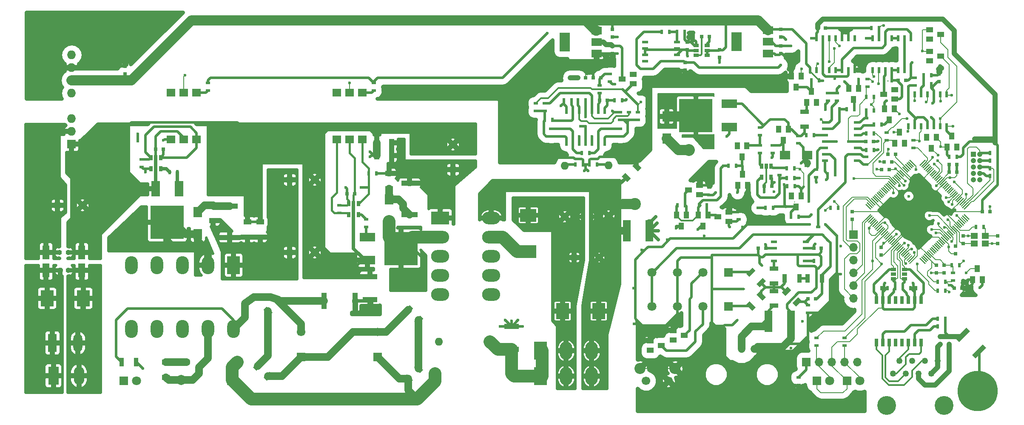
<source format=gbr>
G04 #@! TF.FileFunction,Copper,L1,Top,Signal*
%FSLAX46Y46*%
G04 Gerber Fmt 4.6, Leading zero omitted, Abs format (unit mm)*
G04 Created by KiCad (PCBNEW 4.0.2-stable) date 5/1/2017 12:34:54 AM*
%MOMM*%
G01*
G04 APERTURE LIST*
%ADD10C,0.100000*%
%ADD11R,3.000000X1.000000*%
%ADD12R,0.900000X0.500000*%
%ADD13R,0.500000X0.900000*%
%ADD14C,1.998980*%
%ADD15R,1.998980X1.998980*%
%ADD16R,1.300000X1.300000*%
%ADD17C,1.300000*%
%ADD18R,0.800000X0.750000*%
%ADD19R,1.600000X1.000000*%
%ADD20R,1.000000X1.600000*%
%ADD21C,1.700000*%
%ADD22R,1.700000X1.700000*%
%ADD23R,1.400000X1.150000*%
%ADD24R,0.508000X1.143000*%
%ADD25R,2.000000X3.800000*%
%ADD26R,2.000000X1.500000*%
%ADD27R,1.143000X0.508000*%
%ADD28R,1.060000X0.650000*%
%ADD29R,1.727200X1.727200*%
%ADD30O,1.727200X1.727200*%
%ADD31R,0.650000X1.060000*%
%ADD32R,1.780000X1.520000*%
%ADD33O,3.600000X2.500000*%
%ADD34R,3.600000X2.500000*%
%ADD35O,2.500000X3.600000*%
%ADD36R,2.500000X3.600000*%
%ADD37R,0.760000X1.650000*%
%ADD38R,3.200000X1.000000*%
%ADD39C,1.600000*%
%ADD40O,1.600000X1.600000*%
%ADD41C,2.400000*%
%ADD42O,2.400000X2.400000*%
%ADD43R,0.900000X1.700000*%
%ADD44R,1.000000X3.200000*%
%ADD45R,1.700000X0.900000*%
%ADD46C,2.400000*%
%ADD47R,3.048000X1.651000*%
%ADD48R,6.700520X6.700520*%
%ADD49R,1.000000X1.400000*%
%ADD50R,1.651000X3.048000*%
%ADD51R,1.400000X1.000000*%
%ADD52C,3.750000*%
%ADD53C,1.250000*%
%ADD54R,2.100000X3.600000*%
%ADD55O,2.100000X3.600000*%
%ADD56O,1.700000X1.700000*%
%ADD57R,1.050000X1.050000*%
%ADD58C,1.050000*%
%ADD59C,8.000000*%
%ADD60R,1.500000X4.200000*%
%ADD61R,1.470000X2.770000*%
%ADD62R,1.800000X1.800000*%
%ADD63C,1.800000*%
%ADD64R,3.200000X2.600000*%
%ADD65R,1.800000X2.100000*%
%ADD66R,2.100000X1.800000*%
%ADD67R,2.600000X3.200000*%
%ADD68R,0.750000X0.800000*%
%ADD69R,1.800000X3.600000*%
%ADD70O,1.800000X3.600000*%
%ADD71C,2.200000*%
%ADD72C,1.500000*%
%ADD73C,0.600000*%
%ADD74C,0.180000*%
%ADD75C,0.500000*%
%ADD76C,0.700000*%
%ADD77C,1.500000*%
%ADD78C,1.000000*%
%ADD79C,2.000000*%
%ADD80C,0.300000*%
%ADD81C,0.400000*%
%ADD82C,2.500000*%
%ADD83C,0.800000*%
%ADD84C,0.200000*%
G04 APERTURE END LIST*
D10*
D11*
X194056000Y-206234000D03*
X194056000Y-210834000D03*
D12*
X267462000Y-194806000D03*
X267462000Y-193306000D03*
D13*
X259600000Y-192024000D03*
X261100000Y-192024000D03*
D12*
X261620000Y-189980000D03*
X261620000Y-188480000D03*
D13*
X282396500Y-203073000D03*
X283896500Y-203073000D03*
D14*
X156464000Y-226824540D03*
D15*
X166624000Y-226824540D03*
D16*
X131826000Y-192024000D03*
D17*
X136826000Y-192024000D03*
D16*
X234696000Y-202438000D03*
D17*
X239696000Y-202438000D03*
D18*
X236486000Y-194310000D03*
X237986000Y-194310000D03*
D19*
X197866000Y-185698000D03*
X197866000Y-188698000D03*
D20*
X198350000Y-182118000D03*
X195350000Y-182118000D03*
D16*
X210566000Y-184912000D03*
D17*
X210566000Y-179912000D03*
D11*
X222250000Y-220740000D03*
X222250000Y-216140000D03*
D21*
X180340000Y-217250000D03*
D22*
X180340000Y-222250000D03*
D21*
X195580000Y-217250000D03*
D22*
X195580000Y-222250000D03*
D19*
X153416000Y-226290000D03*
X153416000Y-223290000D03*
X162814000Y-195048000D03*
X162814000Y-192048000D03*
D18*
X152896000Y-180848000D03*
X151396000Y-180848000D03*
D16*
X178054000Y-201422000D03*
D17*
X183054000Y-201422000D03*
D18*
X292747000Y-179324000D03*
X294247000Y-179324000D03*
X281253500Y-210629500D03*
X282753500Y-210629500D03*
D23*
X314368000Y-199682000D03*
X314368000Y-198082000D03*
X316568000Y-198082000D03*
X316568000Y-199682000D03*
D24*
X282956000Y-165100000D03*
X284226000Y-165100000D03*
X285496000Y-165100000D03*
X286766000Y-165100000D03*
X288036000Y-165100000D03*
X289306000Y-165100000D03*
X290576000Y-165100000D03*
X290576000Y-158750000D03*
X289306000Y-158750000D03*
X286766000Y-158750000D03*
X285496000Y-158750000D03*
X284226000Y-158750000D03*
X282956000Y-158750000D03*
X288036000Y-158750000D03*
X294132000Y-165100000D03*
X295402000Y-165100000D03*
X296672000Y-165100000D03*
X297942000Y-165100000D03*
X299212000Y-165100000D03*
X300482000Y-165100000D03*
X301752000Y-165100000D03*
X301752000Y-158750000D03*
X300482000Y-158750000D03*
X297942000Y-158750000D03*
X296672000Y-158750000D03*
X295402000Y-158750000D03*
X294132000Y-158750000D03*
X299212000Y-158750000D03*
D10*
G36*
X301558218Y-182903844D02*
X302599928Y-183945554D01*
X302438284Y-184107198D01*
X301396574Y-183065488D01*
X301558218Y-182903844D01*
X301558218Y-182903844D01*
G37*
G36*
X301270850Y-183191212D02*
X302312560Y-184232922D01*
X302150916Y-184394566D01*
X301109206Y-183352856D01*
X301270850Y-183191212D01*
X301270850Y-183191212D01*
G37*
G36*
X301001442Y-183460620D02*
X302043152Y-184502330D01*
X301881508Y-184663974D01*
X300839798Y-183622264D01*
X301001442Y-183460620D01*
X301001442Y-183460620D01*
G37*
G36*
X300714074Y-183747988D02*
X301755784Y-184789698D01*
X301594140Y-184951342D01*
X300552430Y-183909632D01*
X300714074Y-183747988D01*
X300714074Y-183747988D01*
G37*
G36*
X300426706Y-184035356D02*
X301468416Y-185077066D01*
X301306772Y-185238710D01*
X300265062Y-184197000D01*
X300426706Y-184035356D01*
X300426706Y-184035356D01*
G37*
G36*
X300139337Y-184322724D02*
X301181047Y-185364434D01*
X301019403Y-185526078D01*
X299977693Y-184484368D01*
X300139337Y-184322724D01*
X300139337Y-184322724D01*
G37*
G36*
X299869930Y-184592132D02*
X300911640Y-185633842D01*
X300749996Y-185795486D01*
X299708286Y-184753776D01*
X299869930Y-184592132D01*
X299869930Y-184592132D01*
G37*
G36*
X299582561Y-184879500D02*
X300624271Y-185921210D01*
X300462627Y-186082854D01*
X299420917Y-185041144D01*
X299582561Y-184879500D01*
X299582561Y-184879500D01*
G37*
G36*
X299295193Y-185166868D02*
X300336903Y-186208578D01*
X300175259Y-186370222D01*
X299133549Y-185328512D01*
X299295193Y-185166868D01*
X299295193Y-185166868D01*
G37*
G36*
X299007825Y-185454237D02*
X300049535Y-186495947D01*
X299887891Y-186657591D01*
X298846181Y-185615881D01*
X299007825Y-185454237D01*
X299007825Y-185454237D01*
G37*
G36*
X298738417Y-185723644D02*
X299780127Y-186765354D01*
X299618483Y-186926998D01*
X298576773Y-185885288D01*
X298738417Y-185723644D01*
X298738417Y-185723644D01*
G37*
G36*
X298451049Y-186011012D02*
X299492759Y-187052722D01*
X299331115Y-187214366D01*
X298289405Y-186172656D01*
X298451049Y-186011012D01*
X298451049Y-186011012D01*
G37*
G36*
X298163681Y-186298381D02*
X299205391Y-187340091D01*
X299043747Y-187501735D01*
X298002037Y-186460025D01*
X298163681Y-186298381D01*
X298163681Y-186298381D01*
G37*
G36*
X297876313Y-186585749D02*
X298918023Y-187627459D01*
X298756379Y-187789103D01*
X297714669Y-186747393D01*
X297876313Y-186585749D01*
X297876313Y-186585749D01*
G37*
G36*
X297606905Y-186855157D02*
X298648615Y-187896867D01*
X298486971Y-188058511D01*
X297445261Y-187016801D01*
X297606905Y-186855157D01*
X297606905Y-186855157D01*
G37*
G36*
X297319537Y-187142525D02*
X298361247Y-188184235D01*
X298199603Y-188345879D01*
X297157893Y-187304169D01*
X297319537Y-187142525D01*
X297319537Y-187142525D01*
G37*
G36*
X297032169Y-187429893D02*
X298073879Y-188471603D01*
X297912235Y-188633247D01*
X296870525Y-187591537D01*
X297032169Y-187429893D01*
X297032169Y-187429893D01*
G37*
G36*
X296744801Y-187717261D02*
X297786511Y-188758971D01*
X297624867Y-188920615D01*
X296583157Y-187878905D01*
X296744801Y-187717261D01*
X296744801Y-187717261D01*
G37*
G36*
X296475393Y-187986669D02*
X297517103Y-189028379D01*
X297355459Y-189190023D01*
X296313749Y-188148313D01*
X296475393Y-187986669D01*
X296475393Y-187986669D01*
G37*
G36*
X296188025Y-188274037D02*
X297229735Y-189315747D01*
X297068091Y-189477391D01*
X296026381Y-188435681D01*
X296188025Y-188274037D01*
X296188025Y-188274037D01*
G37*
G36*
X295900656Y-188561405D02*
X296942366Y-189603115D01*
X296780722Y-189764759D01*
X295739012Y-188723049D01*
X295900656Y-188561405D01*
X295900656Y-188561405D01*
G37*
G36*
X295613288Y-188848773D02*
X296654998Y-189890483D01*
X296493354Y-190052127D01*
X295451644Y-189010417D01*
X295613288Y-188848773D01*
X295613288Y-188848773D01*
G37*
G36*
X295343881Y-189118181D02*
X296385591Y-190159891D01*
X296223947Y-190321535D01*
X295182237Y-189279825D01*
X295343881Y-189118181D01*
X295343881Y-189118181D01*
G37*
G36*
X295056512Y-189405549D02*
X296098222Y-190447259D01*
X295936578Y-190608903D01*
X294894868Y-189567193D01*
X295056512Y-189405549D01*
X295056512Y-189405549D01*
G37*
G36*
X294769144Y-189692917D02*
X295810854Y-190734627D01*
X295649210Y-190896271D01*
X294607500Y-189854561D01*
X294769144Y-189692917D01*
X294769144Y-189692917D01*
G37*
G36*
X294481776Y-189980286D02*
X295523486Y-191021996D01*
X295361842Y-191183640D01*
X294320132Y-190141930D01*
X294481776Y-189980286D01*
X294481776Y-189980286D01*
G37*
G36*
X294212368Y-190249693D02*
X295254078Y-191291403D01*
X295092434Y-191453047D01*
X294050724Y-190411337D01*
X294212368Y-190249693D01*
X294212368Y-190249693D01*
G37*
G36*
X293925000Y-190537062D02*
X294966710Y-191578772D01*
X294805066Y-191740416D01*
X293763356Y-190698706D01*
X293925000Y-190537062D01*
X293925000Y-190537062D01*
G37*
G36*
X293637632Y-190824430D02*
X294679342Y-191866140D01*
X294517698Y-192027784D01*
X293475988Y-190986074D01*
X293637632Y-190824430D01*
X293637632Y-190824430D01*
G37*
G36*
X293350264Y-191111798D02*
X294391974Y-192153508D01*
X294230330Y-192315152D01*
X293188620Y-191273442D01*
X293350264Y-191111798D01*
X293350264Y-191111798D01*
G37*
G36*
X293080856Y-191381206D02*
X294122566Y-192422916D01*
X293960922Y-192584560D01*
X292919212Y-191542850D01*
X293080856Y-191381206D01*
X293080856Y-191381206D01*
G37*
G36*
X292793488Y-191668574D02*
X293835198Y-192710284D01*
X293673554Y-192871928D01*
X292631844Y-191830218D01*
X292793488Y-191668574D01*
X292793488Y-191668574D01*
G37*
G36*
X293835198Y-193877716D02*
X292793488Y-194919426D01*
X292631844Y-194757782D01*
X293673554Y-193716072D01*
X293835198Y-193877716D01*
X293835198Y-193877716D01*
G37*
G36*
X294122566Y-194165084D02*
X293080856Y-195206794D01*
X292919212Y-195045150D01*
X293960922Y-194003440D01*
X294122566Y-194165084D01*
X294122566Y-194165084D01*
G37*
G36*
X294391974Y-194434492D02*
X293350264Y-195476202D01*
X293188620Y-195314558D01*
X294230330Y-194272848D01*
X294391974Y-194434492D01*
X294391974Y-194434492D01*
G37*
G36*
X294679342Y-194721860D02*
X293637632Y-195763570D01*
X293475988Y-195601926D01*
X294517698Y-194560216D01*
X294679342Y-194721860D01*
X294679342Y-194721860D01*
G37*
G36*
X294966710Y-195009228D02*
X293925000Y-196050938D01*
X293763356Y-195889294D01*
X294805066Y-194847584D01*
X294966710Y-195009228D01*
X294966710Y-195009228D01*
G37*
G36*
X295254078Y-195296597D02*
X294212368Y-196338307D01*
X294050724Y-196176663D01*
X295092434Y-195134953D01*
X295254078Y-195296597D01*
X295254078Y-195296597D01*
G37*
G36*
X295523486Y-195566004D02*
X294481776Y-196607714D01*
X294320132Y-196446070D01*
X295361842Y-195404360D01*
X295523486Y-195566004D01*
X295523486Y-195566004D01*
G37*
G36*
X295810854Y-195853373D02*
X294769144Y-196895083D01*
X294607500Y-196733439D01*
X295649210Y-195691729D01*
X295810854Y-195853373D01*
X295810854Y-195853373D01*
G37*
G36*
X296098222Y-196140741D02*
X295056512Y-197182451D01*
X294894868Y-197020807D01*
X295936578Y-195979097D01*
X296098222Y-196140741D01*
X296098222Y-196140741D01*
G37*
G36*
X296385591Y-196428109D02*
X295343881Y-197469819D01*
X295182237Y-197308175D01*
X296223947Y-196266465D01*
X296385591Y-196428109D01*
X296385591Y-196428109D01*
G37*
G36*
X296654998Y-196697517D02*
X295613288Y-197739227D01*
X295451644Y-197577583D01*
X296493354Y-196535873D01*
X296654998Y-196697517D01*
X296654998Y-196697517D01*
G37*
G36*
X296942366Y-196984885D02*
X295900656Y-198026595D01*
X295739012Y-197864951D01*
X296780722Y-196823241D01*
X296942366Y-196984885D01*
X296942366Y-196984885D01*
G37*
G36*
X297229735Y-197272253D02*
X296188025Y-198313963D01*
X296026381Y-198152319D01*
X297068091Y-197110609D01*
X297229735Y-197272253D01*
X297229735Y-197272253D01*
G37*
G36*
X297517103Y-197559621D02*
X296475393Y-198601331D01*
X296313749Y-198439687D01*
X297355459Y-197397977D01*
X297517103Y-197559621D01*
X297517103Y-197559621D01*
G37*
G36*
X297786511Y-197829029D02*
X296744801Y-198870739D01*
X296583157Y-198709095D01*
X297624867Y-197667385D01*
X297786511Y-197829029D01*
X297786511Y-197829029D01*
G37*
G36*
X298073879Y-198116397D02*
X297032169Y-199158107D01*
X296870525Y-198996463D01*
X297912235Y-197954753D01*
X298073879Y-198116397D01*
X298073879Y-198116397D01*
G37*
G36*
X298361247Y-198403765D02*
X297319537Y-199445475D01*
X297157893Y-199283831D01*
X298199603Y-198242121D01*
X298361247Y-198403765D01*
X298361247Y-198403765D01*
G37*
G36*
X298648615Y-198691133D02*
X297606905Y-199732843D01*
X297445261Y-199571199D01*
X298486971Y-198529489D01*
X298648615Y-198691133D01*
X298648615Y-198691133D01*
G37*
G36*
X298918023Y-198960541D02*
X297876313Y-200002251D01*
X297714669Y-199840607D01*
X298756379Y-198798897D01*
X298918023Y-198960541D01*
X298918023Y-198960541D01*
G37*
G36*
X299205391Y-199247909D02*
X298163681Y-200289619D01*
X298002037Y-200127975D01*
X299043747Y-199086265D01*
X299205391Y-199247909D01*
X299205391Y-199247909D01*
G37*
G36*
X299492759Y-199535278D02*
X298451049Y-200576988D01*
X298289405Y-200415344D01*
X299331115Y-199373634D01*
X299492759Y-199535278D01*
X299492759Y-199535278D01*
G37*
G36*
X299780127Y-199822646D02*
X298738417Y-200864356D01*
X298576773Y-200702712D01*
X299618483Y-199661002D01*
X299780127Y-199822646D01*
X299780127Y-199822646D01*
G37*
G36*
X300049535Y-200092053D02*
X299007825Y-201133763D01*
X298846181Y-200972119D01*
X299887891Y-199930409D01*
X300049535Y-200092053D01*
X300049535Y-200092053D01*
G37*
G36*
X300336903Y-200379422D02*
X299295193Y-201421132D01*
X299133549Y-201259488D01*
X300175259Y-200217778D01*
X300336903Y-200379422D01*
X300336903Y-200379422D01*
G37*
G36*
X300624271Y-200666790D02*
X299582561Y-201708500D01*
X299420917Y-201546856D01*
X300462627Y-200505146D01*
X300624271Y-200666790D01*
X300624271Y-200666790D01*
G37*
G36*
X300911640Y-200954158D02*
X299869930Y-201995868D01*
X299708286Y-201834224D01*
X300749996Y-200792514D01*
X300911640Y-200954158D01*
X300911640Y-200954158D01*
G37*
G36*
X301181047Y-201223566D02*
X300139337Y-202265276D01*
X299977693Y-202103632D01*
X301019403Y-201061922D01*
X301181047Y-201223566D01*
X301181047Y-201223566D01*
G37*
G36*
X301468416Y-201510934D02*
X300426706Y-202552644D01*
X300265062Y-202391000D01*
X301306772Y-201349290D01*
X301468416Y-201510934D01*
X301468416Y-201510934D01*
G37*
G36*
X301755784Y-201798302D02*
X300714074Y-202840012D01*
X300552430Y-202678368D01*
X301594140Y-201636658D01*
X301755784Y-201798302D01*
X301755784Y-201798302D01*
G37*
G36*
X302043152Y-202085670D02*
X301001442Y-203127380D01*
X300839798Y-202965736D01*
X301881508Y-201924026D01*
X302043152Y-202085670D01*
X302043152Y-202085670D01*
G37*
G36*
X302312560Y-202355078D02*
X301270850Y-203396788D01*
X301109206Y-203235144D01*
X302150916Y-202193434D01*
X302312560Y-202355078D01*
X302312560Y-202355078D01*
G37*
G36*
X302599928Y-202642446D02*
X301558218Y-203684156D01*
X301396574Y-203522512D01*
X302438284Y-202480802D01*
X302599928Y-202642446D01*
X302599928Y-202642446D01*
G37*
G36*
X303605716Y-202480802D02*
X304647426Y-203522512D01*
X304485782Y-203684156D01*
X303444072Y-202642446D01*
X303605716Y-202480802D01*
X303605716Y-202480802D01*
G37*
G36*
X303893084Y-202193434D02*
X304934794Y-203235144D01*
X304773150Y-203396788D01*
X303731440Y-202355078D01*
X303893084Y-202193434D01*
X303893084Y-202193434D01*
G37*
G36*
X304162492Y-201924026D02*
X305204202Y-202965736D01*
X305042558Y-203127380D01*
X304000848Y-202085670D01*
X304162492Y-201924026D01*
X304162492Y-201924026D01*
G37*
G36*
X304449860Y-201636658D02*
X305491570Y-202678368D01*
X305329926Y-202840012D01*
X304288216Y-201798302D01*
X304449860Y-201636658D01*
X304449860Y-201636658D01*
G37*
G36*
X304737228Y-201349290D02*
X305778938Y-202391000D01*
X305617294Y-202552644D01*
X304575584Y-201510934D01*
X304737228Y-201349290D01*
X304737228Y-201349290D01*
G37*
G36*
X305024597Y-201061922D02*
X306066307Y-202103632D01*
X305904663Y-202265276D01*
X304862953Y-201223566D01*
X305024597Y-201061922D01*
X305024597Y-201061922D01*
G37*
G36*
X305294004Y-200792514D02*
X306335714Y-201834224D01*
X306174070Y-201995868D01*
X305132360Y-200954158D01*
X305294004Y-200792514D01*
X305294004Y-200792514D01*
G37*
G36*
X305581373Y-200505146D02*
X306623083Y-201546856D01*
X306461439Y-201708500D01*
X305419729Y-200666790D01*
X305581373Y-200505146D01*
X305581373Y-200505146D01*
G37*
G36*
X305868741Y-200217778D02*
X306910451Y-201259488D01*
X306748807Y-201421132D01*
X305707097Y-200379422D01*
X305868741Y-200217778D01*
X305868741Y-200217778D01*
G37*
G36*
X306156109Y-199930409D02*
X307197819Y-200972119D01*
X307036175Y-201133763D01*
X305994465Y-200092053D01*
X306156109Y-199930409D01*
X306156109Y-199930409D01*
G37*
G36*
X306425517Y-199661002D02*
X307467227Y-200702712D01*
X307305583Y-200864356D01*
X306263873Y-199822646D01*
X306425517Y-199661002D01*
X306425517Y-199661002D01*
G37*
G36*
X306712885Y-199373634D02*
X307754595Y-200415344D01*
X307592951Y-200576988D01*
X306551241Y-199535278D01*
X306712885Y-199373634D01*
X306712885Y-199373634D01*
G37*
G36*
X307000253Y-199086265D02*
X308041963Y-200127975D01*
X307880319Y-200289619D01*
X306838609Y-199247909D01*
X307000253Y-199086265D01*
X307000253Y-199086265D01*
G37*
G36*
X307287621Y-198798897D02*
X308329331Y-199840607D01*
X308167687Y-200002251D01*
X307125977Y-198960541D01*
X307287621Y-198798897D01*
X307287621Y-198798897D01*
G37*
G36*
X307557029Y-198529489D02*
X308598739Y-199571199D01*
X308437095Y-199732843D01*
X307395385Y-198691133D01*
X307557029Y-198529489D01*
X307557029Y-198529489D01*
G37*
G36*
X307844397Y-198242121D02*
X308886107Y-199283831D01*
X308724463Y-199445475D01*
X307682753Y-198403765D01*
X307844397Y-198242121D01*
X307844397Y-198242121D01*
G37*
G36*
X308131765Y-197954753D02*
X309173475Y-198996463D01*
X309011831Y-199158107D01*
X307970121Y-198116397D01*
X308131765Y-197954753D01*
X308131765Y-197954753D01*
G37*
G36*
X308419133Y-197667385D02*
X309460843Y-198709095D01*
X309299199Y-198870739D01*
X308257489Y-197829029D01*
X308419133Y-197667385D01*
X308419133Y-197667385D01*
G37*
G36*
X308688541Y-197397977D02*
X309730251Y-198439687D01*
X309568607Y-198601331D01*
X308526897Y-197559621D01*
X308688541Y-197397977D01*
X308688541Y-197397977D01*
G37*
G36*
X308975909Y-197110609D02*
X310017619Y-198152319D01*
X309855975Y-198313963D01*
X308814265Y-197272253D01*
X308975909Y-197110609D01*
X308975909Y-197110609D01*
G37*
G36*
X309263278Y-196823241D02*
X310304988Y-197864951D01*
X310143344Y-198026595D01*
X309101634Y-196984885D01*
X309263278Y-196823241D01*
X309263278Y-196823241D01*
G37*
G36*
X309550646Y-196535873D02*
X310592356Y-197577583D01*
X310430712Y-197739227D01*
X309389002Y-196697517D01*
X309550646Y-196535873D01*
X309550646Y-196535873D01*
G37*
G36*
X309820053Y-196266465D02*
X310861763Y-197308175D01*
X310700119Y-197469819D01*
X309658409Y-196428109D01*
X309820053Y-196266465D01*
X309820053Y-196266465D01*
G37*
G36*
X310107422Y-195979097D02*
X311149132Y-197020807D01*
X310987488Y-197182451D01*
X309945778Y-196140741D01*
X310107422Y-195979097D01*
X310107422Y-195979097D01*
G37*
G36*
X310394790Y-195691729D02*
X311436500Y-196733439D01*
X311274856Y-196895083D01*
X310233146Y-195853373D01*
X310394790Y-195691729D01*
X310394790Y-195691729D01*
G37*
G36*
X310682158Y-195404360D02*
X311723868Y-196446070D01*
X311562224Y-196607714D01*
X310520514Y-195566004D01*
X310682158Y-195404360D01*
X310682158Y-195404360D01*
G37*
G36*
X310951566Y-195134953D02*
X311993276Y-196176663D01*
X311831632Y-196338307D01*
X310789922Y-195296597D01*
X310951566Y-195134953D01*
X310951566Y-195134953D01*
G37*
G36*
X311238934Y-194847584D02*
X312280644Y-195889294D01*
X312119000Y-196050938D01*
X311077290Y-195009228D01*
X311238934Y-194847584D01*
X311238934Y-194847584D01*
G37*
G36*
X311526302Y-194560216D02*
X312568012Y-195601926D01*
X312406368Y-195763570D01*
X311364658Y-194721860D01*
X311526302Y-194560216D01*
X311526302Y-194560216D01*
G37*
G36*
X311813670Y-194272848D02*
X312855380Y-195314558D01*
X312693736Y-195476202D01*
X311652026Y-194434492D01*
X311813670Y-194272848D01*
X311813670Y-194272848D01*
G37*
G36*
X312083078Y-194003440D02*
X313124788Y-195045150D01*
X312963144Y-195206794D01*
X311921434Y-194165084D01*
X312083078Y-194003440D01*
X312083078Y-194003440D01*
G37*
G36*
X312370446Y-193716072D02*
X313412156Y-194757782D01*
X313250512Y-194919426D01*
X312208802Y-193877716D01*
X312370446Y-193716072D01*
X312370446Y-193716072D01*
G37*
G36*
X313412156Y-191830218D02*
X312370446Y-192871928D01*
X312208802Y-192710284D01*
X313250512Y-191668574D01*
X313412156Y-191830218D01*
X313412156Y-191830218D01*
G37*
G36*
X313124788Y-191542850D02*
X312083078Y-192584560D01*
X311921434Y-192422916D01*
X312963144Y-191381206D01*
X313124788Y-191542850D01*
X313124788Y-191542850D01*
G37*
G36*
X312855380Y-191273442D02*
X311813670Y-192315152D01*
X311652026Y-192153508D01*
X312693736Y-191111798D01*
X312855380Y-191273442D01*
X312855380Y-191273442D01*
G37*
G36*
X312568012Y-190986074D02*
X311526302Y-192027784D01*
X311364658Y-191866140D01*
X312406368Y-190824430D01*
X312568012Y-190986074D01*
X312568012Y-190986074D01*
G37*
G36*
X312280644Y-190698706D02*
X311238934Y-191740416D01*
X311077290Y-191578772D01*
X312119000Y-190537062D01*
X312280644Y-190698706D01*
X312280644Y-190698706D01*
G37*
G36*
X311993276Y-190411337D02*
X310951566Y-191453047D01*
X310789922Y-191291403D01*
X311831632Y-190249693D01*
X311993276Y-190411337D01*
X311993276Y-190411337D01*
G37*
G36*
X311723868Y-190141930D02*
X310682158Y-191183640D01*
X310520514Y-191021996D01*
X311562224Y-189980286D01*
X311723868Y-190141930D01*
X311723868Y-190141930D01*
G37*
G36*
X311436500Y-189854561D02*
X310394790Y-190896271D01*
X310233146Y-190734627D01*
X311274856Y-189692917D01*
X311436500Y-189854561D01*
X311436500Y-189854561D01*
G37*
G36*
X311149132Y-189567193D02*
X310107422Y-190608903D01*
X309945778Y-190447259D01*
X310987488Y-189405549D01*
X311149132Y-189567193D01*
X311149132Y-189567193D01*
G37*
G36*
X310861763Y-189279825D02*
X309820053Y-190321535D01*
X309658409Y-190159891D01*
X310700119Y-189118181D01*
X310861763Y-189279825D01*
X310861763Y-189279825D01*
G37*
G36*
X310592356Y-189010417D02*
X309550646Y-190052127D01*
X309389002Y-189890483D01*
X310430712Y-188848773D01*
X310592356Y-189010417D01*
X310592356Y-189010417D01*
G37*
G36*
X310304988Y-188723049D02*
X309263278Y-189764759D01*
X309101634Y-189603115D01*
X310143344Y-188561405D01*
X310304988Y-188723049D01*
X310304988Y-188723049D01*
G37*
G36*
X310017619Y-188435681D02*
X308975909Y-189477391D01*
X308814265Y-189315747D01*
X309855975Y-188274037D01*
X310017619Y-188435681D01*
X310017619Y-188435681D01*
G37*
G36*
X309730251Y-188148313D02*
X308688541Y-189190023D01*
X308526897Y-189028379D01*
X309568607Y-187986669D01*
X309730251Y-188148313D01*
X309730251Y-188148313D01*
G37*
G36*
X309460843Y-187878905D02*
X308419133Y-188920615D01*
X308257489Y-188758971D01*
X309299199Y-187717261D01*
X309460843Y-187878905D01*
X309460843Y-187878905D01*
G37*
G36*
X309173475Y-187591537D02*
X308131765Y-188633247D01*
X307970121Y-188471603D01*
X309011831Y-187429893D01*
X309173475Y-187591537D01*
X309173475Y-187591537D01*
G37*
G36*
X308886107Y-187304169D02*
X307844397Y-188345879D01*
X307682753Y-188184235D01*
X308724463Y-187142525D01*
X308886107Y-187304169D01*
X308886107Y-187304169D01*
G37*
G36*
X308598739Y-187016801D02*
X307557029Y-188058511D01*
X307395385Y-187896867D01*
X308437095Y-186855157D01*
X308598739Y-187016801D01*
X308598739Y-187016801D01*
G37*
G36*
X308329331Y-186747393D02*
X307287621Y-187789103D01*
X307125977Y-187627459D01*
X308167687Y-186585749D01*
X308329331Y-186747393D01*
X308329331Y-186747393D01*
G37*
G36*
X308041963Y-186460025D02*
X307000253Y-187501735D01*
X306838609Y-187340091D01*
X307880319Y-186298381D01*
X308041963Y-186460025D01*
X308041963Y-186460025D01*
G37*
G36*
X307754595Y-186172656D02*
X306712885Y-187214366D01*
X306551241Y-187052722D01*
X307592951Y-186011012D01*
X307754595Y-186172656D01*
X307754595Y-186172656D01*
G37*
G36*
X307467227Y-185885288D02*
X306425517Y-186926998D01*
X306263873Y-186765354D01*
X307305583Y-185723644D01*
X307467227Y-185885288D01*
X307467227Y-185885288D01*
G37*
G36*
X307197819Y-185615881D02*
X306156109Y-186657591D01*
X305994465Y-186495947D01*
X307036175Y-185454237D01*
X307197819Y-185615881D01*
X307197819Y-185615881D01*
G37*
G36*
X306910451Y-185328512D02*
X305868741Y-186370222D01*
X305707097Y-186208578D01*
X306748807Y-185166868D01*
X306910451Y-185328512D01*
X306910451Y-185328512D01*
G37*
G36*
X306623083Y-185041144D02*
X305581373Y-186082854D01*
X305419729Y-185921210D01*
X306461439Y-184879500D01*
X306623083Y-185041144D01*
X306623083Y-185041144D01*
G37*
G36*
X306335714Y-184753776D02*
X305294004Y-185795486D01*
X305132360Y-185633842D01*
X306174070Y-184592132D01*
X306335714Y-184753776D01*
X306335714Y-184753776D01*
G37*
G36*
X306066307Y-184484368D02*
X305024597Y-185526078D01*
X304862953Y-185364434D01*
X305904663Y-184322724D01*
X306066307Y-184484368D01*
X306066307Y-184484368D01*
G37*
G36*
X305778938Y-184197000D02*
X304737228Y-185238710D01*
X304575584Y-185077066D01*
X305617294Y-184035356D01*
X305778938Y-184197000D01*
X305778938Y-184197000D01*
G37*
G36*
X305491570Y-183909632D02*
X304449860Y-184951342D01*
X304288216Y-184789698D01*
X305329926Y-183747988D01*
X305491570Y-183909632D01*
X305491570Y-183909632D01*
G37*
G36*
X305204202Y-183622264D02*
X304162492Y-184663974D01*
X304000848Y-184502330D01*
X305042558Y-183460620D01*
X305204202Y-183622264D01*
X305204202Y-183622264D01*
G37*
G36*
X304934794Y-183352856D02*
X303893084Y-184394566D01*
X303731440Y-184232922D01*
X304773150Y-183191212D01*
X304934794Y-183352856D01*
X304934794Y-183352856D01*
G37*
G36*
X304647426Y-183065488D02*
X303605716Y-184107198D01*
X303444072Y-183945554D01*
X304485782Y-182903844D01*
X304647426Y-183065488D01*
X304647426Y-183065488D01*
G37*
D25*
X267004400Y-159461200D03*
D26*
X273304400Y-159461200D03*
X273304400Y-157161200D03*
X273304400Y-161761200D03*
D25*
X232816000Y-159512000D03*
D26*
X239116000Y-159512000D03*
X239116000Y-157212000D03*
X239116000Y-161812000D03*
D27*
X248793000Y-163322000D03*
X248793000Y-162052000D03*
X248793000Y-160782000D03*
X248793000Y-159512000D03*
X255143000Y-159512000D03*
X255143000Y-160782000D03*
X255143000Y-162052000D03*
X255143000Y-163322000D03*
D28*
X258996000Y-160213000D03*
X258996000Y-161163000D03*
X258996000Y-162113000D03*
X261196000Y-162113000D03*
X261196000Y-160213000D03*
X261196000Y-161163000D03*
D29*
X134620000Y-179832000D03*
D30*
X134620000Y-177292000D03*
X134620000Y-174752000D03*
X134620000Y-169672000D03*
X134620000Y-167132000D03*
X134620000Y-164592000D03*
X134620000Y-162052000D03*
D31*
X191704000Y-191686000D03*
X190754000Y-191686000D03*
X189804000Y-191686000D03*
X189804000Y-193886000D03*
X191704000Y-193886000D03*
D32*
X192532000Y-169609000D03*
X189992000Y-169609000D03*
X187452000Y-169609000D03*
X187452000Y-178879000D03*
X189992000Y-178879000D03*
X192532000Y-178879000D03*
D31*
X152334000Y-182542000D03*
X151384000Y-182542000D03*
X150434000Y-182542000D03*
X150434000Y-184742000D03*
X152334000Y-184742000D03*
D24*
X308864000Y-169926000D03*
X307594000Y-169926000D03*
X306324000Y-169926000D03*
X305054000Y-169926000D03*
X303784000Y-169926000D03*
X302514000Y-169926000D03*
X301244000Y-169926000D03*
X301244000Y-176276000D03*
X302514000Y-176276000D03*
X305054000Y-176276000D03*
X306324000Y-176276000D03*
X307594000Y-176276000D03*
X308864000Y-176276000D03*
X303784000Y-176276000D03*
D31*
X273873000Y-184193000D03*
X272923000Y-184193000D03*
X271973000Y-184193000D03*
X271973000Y-186393000D03*
X273873000Y-186393000D03*
D24*
X233172000Y-179578000D03*
X234442000Y-179578000D03*
X235712000Y-179578000D03*
X236982000Y-179578000D03*
X238252000Y-179578000D03*
X239522000Y-179578000D03*
X240792000Y-179578000D03*
X240792000Y-173228000D03*
X239522000Y-173228000D03*
X236982000Y-173228000D03*
X235712000Y-173228000D03*
X234442000Y-173228000D03*
X233172000Y-173228000D03*
X238252000Y-173228000D03*
D27*
X290957000Y-183134000D03*
X290957000Y-181864000D03*
X290957000Y-180594000D03*
X290957000Y-179324000D03*
X290957000Y-178054000D03*
X290957000Y-176784000D03*
X290957000Y-175514000D03*
X284607000Y-175514000D03*
X284607000Y-176784000D03*
X284607000Y-179324000D03*
X284607000Y-180594000D03*
X284607000Y-181864000D03*
X284607000Y-183134000D03*
X284607000Y-178054000D03*
D33*
X208026000Y-209804000D03*
X208026000Y-205994000D03*
X218186000Y-209804000D03*
X218186000Y-205994000D03*
X208026000Y-202184000D03*
X208026000Y-198374000D03*
D34*
X208026000Y-194564000D03*
D33*
X218186000Y-194564000D03*
X218186000Y-198374000D03*
X218186000Y-202184000D03*
D35*
X146558000Y-203962000D03*
X151638000Y-203962000D03*
X146558000Y-216662000D03*
X151638000Y-216662000D03*
X156718000Y-203962000D03*
X161798000Y-203962000D03*
D36*
X166878000Y-203962000D03*
D35*
X166878000Y-216662000D03*
X161798000Y-216662000D03*
X156718000Y-216662000D03*
D37*
X303784000Y-219393000D03*
X303784000Y-210883000D03*
X302514000Y-219393000D03*
X302514000Y-210883000D03*
X301244000Y-219393000D03*
X301244000Y-210883000D03*
X299974000Y-219393000D03*
X299974000Y-210883000D03*
X298704000Y-219393000D03*
X298704000Y-210883000D03*
X297434000Y-219393000D03*
X297434000Y-210883000D03*
X296164000Y-219393000D03*
X296164000Y-210883000D03*
X294894000Y-219393000D03*
X294894000Y-210883000D03*
D13*
X319012000Y-186182000D03*
X317512000Y-186182000D03*
X319012000Y-184658000D03*
X317512000Y-184658000D03*
X319012000Y-183134000D03*
X317512000Y-183134000D03*
X319012000Y-181610000D03*
X317512000Y-181610000D03*
D12*
X307594000Y-219698000D03*
X307594000Y-218198000D03*
X309372000Y-219698000D03*
X309372000Y-218198000D03*
D13*
X307098000Y-216154000D03*
X308598000Y-216154000D03*
X307098000Y-214630000D03*
X308598000Y-214630000D03*
X295898000Y-208534000D03*
X294398000Y-208534000D03*
X297065000Y-208534000D03*
X298565000Y-208534000D03*
X301613000Y-208534000D03*
X300113000Y-208534000D03*
X302780000Y-208534000D03*
X304280000Y-208534000D03*
D12*
X288544000Y-218452000D03*
X288544000Y-219952000D03*
X282956000Y-218452000D03*
X282956000Y-219952000D03*
D13*
X314718000Y-196342000D03*
X316218000Y-196342000D03*
X307098000Y-207264000D03*
X308598000Y-207264000D03*
X308598000Y-209042000D03*
X307098000Y-209042000D03*
X311392000Y-203962000D03*
X309892000Y-203962000D03*
D12*
X310134000Y-206998000D03*
X310134000Y-205498000D03*
D13*
X295390000Y-156718000D03*
X293890000Y-156718000D03*
X296430000Y-167132000D03*
X297930000Y-167132000D03*
X310884000Y-182372000D03*
X309384000Y-182372000D03*
D12*
X279400000Y-226326000D03*
X279400000Y-227826000D03*
D13*
X277888000Y-194310000D03*
X279388000Y-194310000D03*
X252107000Y-157480000D03*
X253607000Y-157480000D03*
X255155000Y-157480000D03*
X256655000Y-157480000D03*
D12*
X193294000Y-194830000D03*
X193294000Y-196330000D03*
D38*
X201930000Y-187654000D03*
X201930000Y-193854000D03*
D13*
X195314000Y-185674000D03*
X193814000Y-185674000D03*
D12*
X187960000Y-192036000D03*
X187960000Y-193536000D03*
X194818000Y-167652000D03*
X194818000Y-169152000D03*
X302260000Y-179082000D03*
X302260000Y-180582000D03*
D13*
X286627000Y-185801000D03*
X285127000Y-185801000D03*
D12*
X282829000Y-184924000D03*
X282829000Y-186424000D03*
D39*
X217932000Y-219202000D03*
D40*
X207772000Y-219202000D03*
D41*
X207010000Y-225552000D03*
D42*
X222250000Y-225552000D03*
D10*
G36*
X174009538Y-214034544D02*
X172807456Y-212832462D01*
X173443852Y-212196066D01*
X174645934Y-213398148D01*
X174009538Y-214034544D01*
X174009538Y-214034544D01*
G37*
G36*
X176060148Y-211983934D02*
X174858066Y-210781852D01*
X175494462Y-210145456D01*
X176696544Y-211347538D01*
X176060148Y-211983934D01*
X176060148Y-211983934D01*
G37*
G36*
X174664544Y-225786462D02*
X173462462Y-226988544D01*
X172826066Y-226352148D01*
X174028148Y-225150066D01*
X174664544Y-225786462D01*
X174664544Y-225786462D01*
G37*
G36*
X172613934Y-223735852D02*
X171411852Y-224937934D01*
X170775456Y-224301538D01*
X171977538Y-223099456D01*
X172613934Y-223735852D01*
X172613934Y-223735852D01*
G37*
G36*
X204636544Y-214610462D02*
X203434462Y-215812544D01*
X202798066Y-215176148D01*
X204000148Y-213974066D01*
X204636544Y-214610462D01*
X204636544Y-214610462D01*
G37*
G36*
X202585934Y-212559852D02*
X201383852Y-213761934D01*
X200747456Y-213125538D01*
X201949538Y-211923456D01*
X202585934Y-212559852D01*
X202585934Y-212559852D01*
G37*
G36*
X201949538Y-227496544D02*
X200747456Y-226294462D01*
X201383852Y-225658066D01*
X202585934Y-226860148D01*
X201949538Y-227496544D01*
X201949538Y-227496544D01*
G37*
G36*
X204000148Y-225445934D02*
X202798066Y-224243852D01*
X203434462Y-223607456D01*
X204636544Y-224809538D01*
X204000148Y-225445934D01*
X204000148Y-225445934D01*
G37*
D43*
X144600000Y-223266000D03*
X147500000Y-223266000D03*
D39*
X157480000Y-223266000D03*
D40*
X167640000Y-223266000D03*
D44*
X184860000Y-211074000D03*
X191060000Y-211074000D03*
D13*
X154190000Y-185420000D03*
X155690000Y-185420000D03*
D38*
X166116000Y-198426000D03*
X166116000Y-192226000D03*
D13*
X147840000Y-179070000D03*
X149340000Y-179070000D03*
D12*
X148590000Y-182892000D03*
X148590000Y-184392000D03*
X161798000Y-167652000D03*
X161798000Y-169152000D03*
X247396000Y-174994000D03*
X247396000Y-173494000D03*
X227076000Y-173216000D03*
X227076000Y-171716000D03*
D13*
X278499000Y-184658000D03*
X276999000Y-184658000D03*
X277126000Y-188214000D03*
X278626000Y-188214000D03*
D12*
X275590000Y-186043000D03*
X275590000Y-184543000D03*
D13*
X278499000Y-186563000D03*
X276999000Y-186563000D03*
D12*
X271653000Y-180098000D03*
X271653000Y-181598000D03*
D13*
X283452000Y-167132000D03*
X281952000Y-167132000D03*
X265442000Y-184150000D03*
X266942000Y-184150000D03*
D12*
X285242000Y-169684000D03*
X285242000Y-171184000D03*
X287020000Y-171184000D03*
X287020000Y-169684000D03*
D13*
X287516000Y-172847000D03*
X286016000Y-172847000D03*
X288937000Y-172847000D03*
X290437000Y-172847000D03*
X280936000Y-178054000D03*
X282436000Y-178054000D03*
D12*
X279273000Y-178193000D03*
X279273000Y-179693000D03*
D45*
X280543000Y-176329000D03*
X280543000Y-173429000D03*
D12*
X271653000Y-176542000D03*
X271653000Y-178042000D03*
X274193000Y-181598000D03*
X274193000Y-180098000D03*
X302514000Y-168136000D03*
X302514000Y-166636000D03*
X293116000Y-168390000D03*
X293116000Y-166890000D03*
X241808000Y-165874000D03*
X241808000Y-167374000D03*
X239776000Y-169660000D03*
X239776000Y-168160000D03*
D13*
X244209000Y-171069000D03*
X242709000Y-171069000D03*
D41*
X246761000Y-191770000D03*
D46*
X257537307Y-180993693D02*
X257537307Y-180993693D01*
D13*
X304304000Y-166116000D03*
X305804000Y-166116000D03*
X305804000Y-167894000D03*
X304304000Y-167894000D03*
D12*
X296926000Y-177558000D03*
X296926000Y-179058000D03*
D13*
X234176000Y-171069000D03*
X232676000Y-171069000D03*
X235470000Y-171069000D03*
X236970000Y-171069000D03*
D12*
X243840000Y-174994000D03*
X243840000Y-173494000D03*
X245618000Y-174994000D03*
X245618000Y-173494000D03*
D13*
X228866000Y-175006000D03*
X230366000Y-175006000D03*
D12*
X228854000Y-173216000D03*
X228854000Y-171716000D03*
X243840000Y-176796000D03*
X243840000Y-178296000D03*
X230124000Y-176796000D03*
X230124000Y-178296000D03*
D13*
X236232000Y-181610000D03*
X237732000Y-181610000D03*
X234962000Y-183896000D03*
X236462000Y-183896000D03*
X239256000Y-183896000D03*
X237756000Y-183896000D03*
D39*
X232791000Y-194310000D03*
D40*
X232791000Y-184150000D03*
D39*
X241554000Y-194183000D03*
D40*
X241554000Y-184023000D03*
D13*
X255282000Y-192024000D03*
X256782000Y-192024000D03*
X292874000Y-170434000D03*
X294374000Y-170434000D03*
X292874000Y-173101000D03*
X294374000Y-173101000D03*
D12*
X292862000Y-176137000D03*
X292862000Y-174637000D03*
D13*
X294398000Y-175895000D03*
X295898000Y-175895000D03*
X294374000Y-177673000D03*
X292874000Y-177673000D03*
D12*
X292862000Y-182384000D03*
X292862000Y-183884000D03*
D13*
X292874000Y-180975000D03*
X294374000Y-180975000D03*
D12*
X283273500Y-197854000D03*
X283273500Y-196354000D03*
D13*
X285762000Y-192532000D03*
X287262000Y-192532000D03*
X272808000Y-192532000D03*
X274308000Y-192532000D03*
D12*
X281241500Y-211911500D03*
X281241500Y-213411500D03*
D47*
X193548000Y-198358760D03*
D48*
X200197720Y-200660000D03*
D47*
X193548000Y-202961240D03*
D49*
X314010000Y-206840000D03*
X315910000Y-206840000D03*
X314960000Y-204640000D03*
D50*
X155971240Y-188722000D03*
D48*
X153670000Y-195371720D03*
D50*
X151368760Y-188722000D03*
D49*
X291272000Y-168699000D03*
X289372000Y-168699000D03*
X290322000Y-170899000D03*
X279842000Y-166286000D03*
X277942000Y-166286000D03*
X278892000Y-168486000D03*
X267274000Y-188044000D03*
X269174000Y-188044000D03*
X268224000Y-185844000D03*
D47*
X265557000Y-176418240D03*
D48*
X258907280Y-174117000D03*
D47*
X265557000Y-171815760D03*
D49*
X298384000Y-172763000D03*
X296484000Y-172763000D03*
X297434000Y-174963000D03*
D51*
X265514000Y-195260000D03*
X265514000Y-193360000D03*
X263314000Y-194310000D03*
X259672000Y-189926000D03*
X259672000Y-188026000D03*
X257472000Y-188976000D03*
D49*
X261300000Y-193972000D03*
X259400000Y-193972000D03*
X260350000Y-196172000D03*
X256982000Y-193972000D03*
X255082000Y-193972000D03*
X256032000Y-196172000D03*
D52*
X308356000Y-231902000D03*
D53*
X299466000Y-223012000D03*
D52*
X296924000Y-231902000D03*
D53*
X302006000Y-223012000D03*
X304546000Y-223012000D03*
X307086000Y-223012000D03*
X298196000Y-225552000D03*
X300736000Y-225552000D03*
X303276000Y-225552000D03*
X305816000Y-225552000D03*
D54*
X131000000Y-226000000D03*
D55*
X136080000Y-226000000D03*
D35*
X238160000Y-226080000D03*
X233080000Y-226080000D03*
D36*
X228000000Y-226080000D03*
X228000000Y-221000000D03*
D35*
X233080000Y-221000000D03*
X238160000Y-221000000D03*
D22*
X280924000Y-223266000D03*
D56*
X283464000Y-223266000D03*
X286004000Y-223266000D03*
X288544000Y-223266000D03*
X291084000Y-223266000D03*
D22*
X290322000Y-197866000D03*
D56*
X290322000Y-200406000D03*
X290322000Y-202946000D03*
X290322000Y-205486000D03*
X290322000Y-208026000D03*
X290322000Y-210566000D03*
D57*
X314198000Y-181864000D03*
D58*
X314198000Y-183134000D03*
X314198000Y-184404000D03*
X314198000Y-185674000D03*
X314198000Y-186944000D03*
X315468000Y-183134000D03*
X315468000Y-184404000D03*
X315468000Y-185674000D03*
X315468000Y-186944000D03*
X315468000Y-181864000D03*
D59*
X315000000Y-229000000D03*
D60*
X245146000Y-197104000D03*
X249646000Y-197104000D03*
D61*
X136652000Y-204990000D03*
X136652000Y-201410000D03*
X129540000Y-204990000D03*
X129540000Y-201410000D03*
D28*
X300439000Y-206690000D03*
X300439000Y-205740000D03*
X300439000Y-204790000D03*
X298239000Y-204790000D03*
X298239000Y-206690000D03*
X298239000Y-205740000D03*
D62*
X289000000Y-227000000D03*
D63*
X291540000Y-227000000D03*
D62*
X283000000Y-227000000D03*
D63*
X285540000Y-227000000D03*
D51*
X298534000Y-170876000D03*
X298534000Y-168976000D03*
X296334000Y-169926000D03*
D62*
X145000000Y-227000000D03*
D63*
X147540000Y-227000000D03*
D49*
X306766000Y-178478000D03*
X304866000Y-178478000D03*
X305816000Y-180678000D03*
D51*
X305478000Y-157038000D03*
X305478000Y-158938000D03*
X307678000Y-157988000D03*
D64*
X225552000Y-201212000D03*
X225552000Y-194012000D03*
D65*
X197866000Y-190840000D03*
X197866000Y-195240000D03*
X159766000Y-193380000D03*
X159766000Y-197780000D03*
D51*
X246464000Y-167828000D03*
X246464000Y-165928000D03*
X244264000Y-166878000D03*
D49*
X308930000Y-180424000D03*
X310830000Y-180424000D03*
X309880000Y-178224000D03*
D51*
X305478000Y-161356000D03*
X305478000Y-163256000D03*
X307678000Y-162306000D03*
D49*
X279842000Y-190162000D03*
X277942000Y-190162000D03*
X278892000Y-192362000D03*
X298516000Y-179662000D03*
X300416000Y-179662000D03*
X299466000Y-177462000D03*
X280990000Y-171534000D03*
X282890000Y-171534000D03*
X281940000Y-169334000D03*
X269047000Y-180129000D03*
X267147000Y-180129000D03*
X268097000Y-182329000D03*
D66*
X281092000Y-181991000D03*
X276692000Y-181991000D03*
D49*
X277302000Y-176827000D03*
X275402000Y-176827000D03*
X276352000Y-179027000D03*
D65*
X253111000Y-174330000D03*
X253111000Y-178730000D03*
D67*
X239600000Y-213106000D03*
X232400000Y-213106000D03*
D51*
X254424000Y-216982000D03*
X254424000Y-218882000D03*
X256624000Y-217932000D03*
X249852000Y-219014000D03*
X249852000Y-220914000D03*
X252052000Y-219964000D03*
D10*
G36*
X310649440Y-218536761D02*
X312770761Y-216415440D01*
X313477868Y-217122547D01*
X311356547Y-219243868D01*
X310649440Y-218536761D01*
X310649440Y-218536761D01*
G37*
G36*
X313902132Y-221789453D02*
X316023453Y-219668132D01*
X316730560Y-220375239D01*
X314609239Y-222496560D01*
X313902132Y-221789453D01*
X313902132Y-221789453D01*
G37*
D18*
X310400000Y-208534000D03*
X311900000Y-208534000D03*
D68*
X312166000Y-199632000D03*
X312166000Y-198132000D03*
X319024000Y-198132000D03*
X319024000Y-199632000D03*
D18*
X309384000Y-183896000D03*
X310884000Y-183896000D03*
D68*
X310642000Y-200164000D03*
X310642000Y-201664000D03*
D18*
X309384000Y-185420000D03*
X310884000Y-185420000D03*
X283222000Y-156718000D03*
X284722000Y-156718000D03*
D68*
X290068000Y-193306000D03*
X290068000Y-194806000D03*
D18*
X315988000Y-193294000D03*
X317488000Y-193294000D03*
X297930000Y-183388000D03*
X296430000Y-183388000D03*
D68*
X295783000Y-201918000D03*
X295783000Y-200418000D03*
X306832000Y-203974000D03*
X306832000Y-205474000D03*
X308356000Y-203974000D03*
X308356000Y-205474000D03*
D18*
X298692000Y-181864000D03*
X297192000Y-181864000D03*
X299224000Y-167132000D03*
X300724000Y-167132000D03*
X132346000Y-201422000D03*
X133846000Y-201422000D03*
X132346000Y-204978000D03*
X133846000Y-204978000D03*
D68*
X275844000Y-160286000D03*
X275844000Y-161786000D03*
X275844000Y-156984000D03*
X275844000Y-158484000D03*
D18*
X297422000Y-184912000D03*
X295922000Y-184912000D03*
D68*
X242316000Y-160286000D03*
X242316000Y-161786000D03*
X242316000Y-156984000D03*
X242316000Y-158484000D03*
X256794000Y-163588000D03*
X256794000Y-165088000D03*
D18*
X261608000Y-158369000D03*
X260108000Y-158369000D03*
D68*
X257175000Y-161024000D03*
X257175000Y-159524000D03*
X263652000Y-161048000D03*
X263652000Y-162548000D03*
X145288000Y-165850000D03*
X145288000Y-164350000D03*
D18*
X189496000Y-189738000D03*
X190996000Y-189738000D03*
D20*
X198350000Y-179578000D03*
X195350000Y-179578000D03*
D19*
X169672000Y-198350000D03*
X169672000Y-195350000D03*
X172212000Y-198350000D03*
X172212000Y-195350000D03*
D68*
X307340000Y-167374000D03*
X307340000Y-165874000D03*
D18*
X235470000Y-166624000D03*
X236970000Y-166624000D03*
X274054000Y-188214000D03*
X272554000Y-188214000D03*
X240018000Y-166624000D03*
X238518000Y-166624000D03*
X241288000Y-171069000D03*
X239788000Y-171069000D03*
D10*
G36*
X245277472Y-187399899D02*
X244146101Y-186268528D01*
X244853208Y-185561421D01*
X245984579Y-186692792D01*
X245277472Y-187399899D01*
X245277472Y-187399899D01*
G37*
G36*
X247398792Y-185278579D02*
X246267421Y-184147208D01*
X246974528Y-183440101D01*
X248105899Y-184571472D01*
X247398792Y-185278579D01*
X247398792Y-185278579D01*
G37*
D18*
X272847500Y-200533000D03*
X271347500Y-200533000D03*
X282396500Y-200533000D03*
X283896500Y-200533000D03*
D32*
X159512000Y-169609000D03*
X156972000Y-169609000D03*
X154432000Y-169609000D03*
X154432000Y-178879000D03*
X156972000Y-178879000D03*
X159512000Y-178879000D03*
D16*
X178054000Y-186944000D03*
D17*
X183054000Y-186944000D03*
D67*
X136950000Y-210566000D03*
X129750000Y-210566000D03*
D69*
X130810000Y-219456000D03*
D70*
X135890000Y-219456000D03*
D71*
X247750000Y-224500000D03*
X254750000Y-224500000D03*
D21*
X249000000Y-227000000D03*
X253500000Y-227000000D03*
D10*
G36*
X276023101Y-209336472D02*
X277154472Y-208205101D01*
X277861579Y-208912208D01*
X276730208Y-210043579D01*
X276023101Y-209336472D01*
X276023101Y-209336472D01*
G37*
G36*
X278144421Y-211457792D02*
X279275792Y-210326421D01*
X279982899Y-211033528D01*
X278851528Y-212164899D01*
X278144421Y-211457792D01*
X278144421Y-211457792D01*
G37*
D60*
X273340000Y-215138000D03*
X277840000Y-215138000D03*
D45*
X274447000Y-212016000D03*
X274447000Y-209116000D03*
X274447000Y-207571000D03*
X274447000Y-204671000D03*
D10*
G36*
X272835544Y-207117462D02*
X271633462Y-208319544D01*
X270997066Y-207683148D01*
X272199148Y-206481066D01*
X272835544Y-207117462D01*
X272835544Y-207117462D01*
G37*
G36*
X270784934Y-205066852D02*
X269582852Y-206268934D01*
X268946456Y-205632538D01*
X270148538Y-204430456D01*
X270784934Y-205066852D01*
X270784934Y-205066852D01*
G37*
D43*
X276616500Y-206565500D03*
X279516500Y-206565500D03*
X281125000Y-206565500D03*
X284025000Y-206565500D03*
D10*
G36*
X271633462Y-209129456D02*
X272835544Y-210331538D01*
X272199148Y-210967934D01*
X270997066Y-209765852D01*
X271633462Y-209129456D01*
X271633462Y-209129456D01*
G37*
G36*
X269582852Y-211180066D02*
X270784934Y-212382148D01*
X270148538Y-213018544D01*
X268946456Y-211816462D01*
X269582852Y-211180066D01*
X269582852Y-211180066D01*
G37*
D63*
X260286500Y-212153500D03*
X255206500Y-212153500D03*
X250126500Y-212153500D03*
D62*
X265366500Y-212153500D03*
D63*
X260286500Y-205359000D03*
X255206500Y-205359000D03*
X250126500Y-205359000D03*
D62*
X265366500Y-205359000D03*
D27*
X274447000Y-203073000D03*
X274447000Y-201803000D03*
X274447000Y-200533000D03*
X274447000Y-199263000D03*
X280797000Y-199263000D03*
X280797000Y-200533000D03*
X280797000Y-201803000D03*
X280797000Y-203073000D03*
D72*
X268000000Y-220620000D03*
X270540000Y-220620000D03*
D73*
X284734000Y-193040000D03*
X282638500Y-199707500D03*
X269240000Y-189230000D03*
X307848000Y-164592000D03*
X196596000Y-169164000D03*
X219964000Y-170688000D03*
X219964000Y-183388000D03*
X246532400Y-208508600D03*
X262128000Y-187706000D03*
X268986000Y-193294000D03*
X276860000Y-159004000D03*
X274828000Y-162052000D03*
X277876000Y-164338000D03*
X255524000Y-164846000D03*
X258826000Y-159258000D03*
X258064000Y-158496000D03*
X263652000Y-163576000D03*
X243332000Y-158496000D03*
X243332000Y-161798000D03*
X240792000Y-162560000D03*
X295554400Y-183261000D03*
X295173400Y-180949600D03*
X317500000Y-192278000D03*
X238506000Y-165354000D03*
X313436000Y-208280000D03*
X312623200Y-207264000D03*
X296926002Y-171195998D03*
X289306000Y-156972000D03*
X305816000Y-174498000D03*
X294970200Y-184835800D03*
X279400000Y-229362000D03*
X309372000Y-209296000D03*
X301193200Y-199948800D03*
X305816000Y-205486000D03*
X309473600Y-186537600D03*
X300609000Y-187172600D03*
X298246800Y-189560200D03*
X296291000Y-199593200D03*
X309245000Y-200355200D03*
X300431200Y-199593200D03*
X291084000Y-163576000D03*
X302006000Y-163576000D03*
X317855600Y-199632000D03*
X313131200Y-198120000D03*
X288544000Y-167386000D03*
X282956000Y-187452000D03*
X247186660Y-182924660D03*
X251206000Y-195580000D03*
X251460000Y-198882000D03*
X251460000Y-197104000D03*
X250952000Y-194310000D03*
X246634000Y-215646000D03*
X248158000Y-200914000D03*
X253238000Y-198882000D03*
X260604000Y-198120000D03*
X268224000Y-196342000D03*
X274828000Y-195326000D03*
X287782000Y-200152000D03*
X287782000Y-205740000D03*
X286512000Y-211582000D03*
X280162000Y-215138000D03*
X277876000Y-220472000D03*
X279908000Y-183642000D03*
X280289000Y-180467000D03*
X280797000Y-184150000D03*
X236982000Y-174371000D03*
X236982000Y-172085000D03*
X279527000Y-186563000D03*
X237490000Y-185166000D03*
X236728000Y-185166000D03*
X220980000Y-214884000D03*
X223520000Y-214884000D03*
X219964000Y-216154000D03*
X224409000Y-216154000D03*
X222250000Y-215011000D03*
X194310000Y-213360000D03*
X192786000Y-212344000D03*
X193294000Y-213360000D03*
X195326000Y-213360000D03*
X194818000Y-212344000D03*
X193802000Y-212344000D03*
X195834000Y-212344000D03*
X281559000Y-195834000D03*
X284734000Y-195834000D03*
X276517100Y-187833000D03*
X284734000Y-172974000D03*
X241046000Y-160020000D03*
X276860000Y-192278000D03*
X284734000Y-171958000D03*
X298361100Y-177457100D03*
X289306000Y-179324000D03*
X275844000Y-164084000D03*
X286512000Y-191262000D03*
X295198800Y-179222402D03*
X286893000Y-179324000D03*
X274535900Y-187413900D03*
X233934000Y-166624000D03*
X284175200Y-167208202D03*
X306070000Y-171704000D03*
X264414000Y-184150000D03*
X274066000Y-182499000D03*
X236982000Y-176276000D03*
X235966000Y-176276000D03*
X257302000Y-162306000D03*
X272542000Y-189357000D03*
X147828000Y-177800000D03*
X172212000Y-193548000D03*
X189738000Y-203962000D03*
X189738000Y-205232000D03*
X188976000Y-204724000D03*
X188976000Y-202946000D03*
X190754000Y-203454000D03*
X190754000Y-204724000D03*
X190246000Y-202692000D03*
X195072000Y-177292000D03*
X195580000Y-176784000D03*
X194564000Y-176784000D03*
X196088000Y-177292000D03*
X196596000Y-176784000D03*
X172212000Y-192532000D03*
X170942000Y-193548000D03*
X172212000Y-191516000D03*
X170942000Y-192532000D03*
X170942000Y-191516000D03*
X169672000Y-192532000D03*
X169672000Y-193548000D03*
X169672000Y-191516000D03*
X148590000Y-188214000D03*
X147066000Y-188468000D03*
X149352000Y-188976000D03*
X147828000Y-187706000D03*
X148082000Y-188976000D03*
X149352000Y-187960000D03*
X148590000Y-189738000D03*
X188976000Y-205994000D03*
X190754000Y-205740000D03*
X194056000Y-181356000D03*
X194056000Y-182372000D03*
X298678600Y-184772300D03*
X281940000Y-193852800D03*
X305308000Y-188722000D03*
X304038000Y-187452000D03*
X304673000Y-188087000D03*
X314452000Y-178816000D03*
X229362000Y-157734000D03*
X277876000Y-160274000D03*
X276860000Y-160274000D03*
X292862000Y-158750000D03*
X281940000Y-158750000D03*
X303530000Y-199136000D03*
X315468000Y-178816000D03*
X309372000Y-207899000D03*
X302133000Y-207518000D03*
X296545000Y-207518000D03*
X296341800Y-156210000D03*
X297206620Y-180873400D03*
X309118000Y-194881500D03*
X306781200Y-188137800D03*
X255016000Y-196596000D03*
X259334000Y-196850000D03*
X261366000Y-179832000D03*
X261366000Y-178562000D03*
X259334000Y-178562000D03*
X254000000Y-170688000D03*
X254000000Y-171958000D03*
X252476000Y-170688000D03*
X252476000Y-171958000D03*
X290347400Y-186715400D03*
X279590500Y-184835800D03*
X304038000Y-161290000D03*
X307670200Y-180301900D03*
X295287700Y-167767000D03*
X309880000Y-170053000D03*
X305841400Y-196862700D03*
X307200300Y-195668900D03*
X310070500Y-176237900D03*
X306057300Y-182486300D03*
X247942100Y-171475400D03*
X154686000Y-200152000D03*
X151384000Y-200152000D03*
X148844000Y-200152000D03*
X148844000Y-197866000D03*
X148844000Y-195834000D03*
X148844000Y-193294000D03*
X307594000Y-174752000D03*
X309829200Y-199199500D03*
X312762900Y-205460600D03*
X307111400Y-182041800D03*
X308444900Y-196456300D03*
X312750200Y-189826900D03*
X312242200Y-203073000D03*
X294106600Y-203136500D03*
X302387000Y-201422000D03*
X295859200Y-203669900D03*
X300685200Y-203657200D03*
X306374800Y-183781700D03*
X262890000Y-189484000D03*
X274459700Y-189306200D03*
X307060600Y-183095900D03*
X265684000Y-196342000D03*
X310362600Y-187363100D03*
X299466000Y-173799500D03*
X245109994Y-170942000D03*
X265049000Y-178308000D03*
X301294800Y-190233300D03*
X309968900Y-191846200D03*
X267208000Y-189484000D03*
X279984200Y-164820600D03*
X309232300Y-191350900D03*
X308724300Y-190538100D03*
X291338000Y-166878000D03*
X315442600Y-208432400D03*
X148844000Y-224536000D03*
X293878000Y-171958000D03*
X300355000Y-188036200D03*
X235712000Y-178308000D03*
X238252000Y-178308000D03*
X302514000Y-171196000D03*
X242316000Y-173228000D03*
X300990000Y-174752000D03*
X304800000Y-171450000D03*
X232029000Y-172212000D03*
X242824000Y-167894000D03*
X302704500Y-184873900D03*
X298805600Y-197815200D03*
X301244000Y-168402000D03*
X294132000Y-167386000D03*
X301091600Y-177317400D03*
X283819600Y-174879000D03*
X287515300Y-168351200D03*
X299415200Y-188112400D03*
X149352000Y-185420000D03*
X152908000Y-179070000D03*
X281432000Y-191262000D03*
X303441100Y-179197000D03*
X284861000Y-186944000D03*
X303022000Y-203708000D03*
X301879000Y-200710800D03*
X310896000Y-194081400D03*
X294386000Y-166370000D03*
X307632100Y-171259500D03*
X306705000Y-197497700D03*
X157226000Y-166116000D03*
X286512000Y-160782000D03*
X283210000Y-163830000D03*
X293395400Y-196621400D03*
X285483300Y-163385500D03*
X296595800Y-195491100D03*
X305409600Y-194068700D03*
X286588200Y-166827200D03*
X271272000Y-192532000D03*
X272732500Y-199771000D03*
X192278000Y-188468000D03*
X189230000Y-188468000D03*
X202438000Y-207518000D03*
X202438000Y-205232000D03*
X204724000Y-205232000D03*
X204724000Y-202692000D03*
X200152000Y-205486000D03*
X287528000Y-160274000D03*
X189992000Y-167640000D03*
D74*
X300866739Y-201950967D02*
X300867433Y-201950967D01*
X297192000Y-167132000D02*
X297192000Y-167332000D01*
X278638000Y-191346000D02*
X278554000Y-191346000D01*
D75*
X276616500Y-206565500D02*
X276616500Y-207571000D01*
X276616500Y-207571000D02*
X275844000Y-208343500D01*
X274383500Y-208343500D02*
X275844000Y-208343500D01*
X275844000Y-208343500D02*
X275971000Y-208343500D01*
X275971000Y-208343500D02*
X276751840Y-209124340D01*
X276751840Y-209124340D02*
X276942340Y-209124340D01*
X271916305Y-210048695D02*
X271916305Y-209159695D01*
X271916305Y-209159695D02*
X272732500Y-208343500D01*
X274447000Y-208343500D02*
X274383500Y-208343500D01*
X274383500Y-208343500D02*
X272732500Y-208343500D01*
X272732500Y-208343500D02*
X271916305Y-207527305D01*
X271916305Y-207527305D02*
X271916305Y-207400305D01*
X274447000Y-207571000D02*
X274447000Y-208343500D01*
X274447000Y-208343500D02*
X274447000Y-209116000D01*
X280575660Y-211245660D02*
X280637340Y-211245660D01*
X280637340Y-211245660D02*
X281253500Y-210629500D01*
X279063660Y-211245660D02*
X280575660Y-211245660D01*
X280575660Y-211245660D02*
X281241500Y-211911500D01*
X280797000Y-199263000D02*
X281051000Y-199263000D01*
X281051000Y-199263000D02*
X282460000Y-197854000D01*
X282460000Y-197854000D02*
X283273500Y-197854000D01*
X282321000Y-197866000D02*
X270319500Y-197866000D01*
X255079500Y-200596500D02*
X250317000Y-205359000D01*
X267589000Y-200596500D02*
X255079500Y-200596500D01*
X270319500Y-197866000D02*
X267589000Y-200596500D01*
X250317000Y-205359000D02*
X250126500Y-205359000D01*
X285242000Y-199009000D02*
X284099000Y-197866000D01*
X285686500Y-204216000D02*
X285686500Y-199453500D01*
X285686500Y-199453500D02*
X285242000Y-199009000D01*
X284025000Y-205877500D02*
X285686500Y-204216000D01*
X282321000Y-197866000D02*
X280924000Y-199263000D01*
X284099000Y-197866000D02*
X282321000Y-197866000D01*
X280924000Y-199263000D02*
X280797000Y-199263000D01*
X284025000Y-206565500D02*
X284025000Y-205877500D01*
X282753500Y-210629500D02*
X283019500Y-210629500D01*
X283019500Y-210629500D02*
X284025000Y-209624000D01*
X284025000Y-209624000D02*
X284025000Y-206565500D01*
X250126500Y-205359000D02*
X250126500Y-212153500D01*
D74*
X285762000Y-192532000D02*
X285242000Y-192532000D01*
X285242000Y-192532000D02*
X284734000Y-193040000D01*
D75*
X282396500Y-200533000D02*
X282396500Y-199949500D01*
X282396500Y-199949500D02*
X282638500Y-199707500D01*
X282396500Y-200533000D02*
X280797000Y-200533000D01*
X262890000Y-208661000D02*
X262128000Y-208661000D01*
X262128000Y-208661000D02*
X262128000Y-208788000D01*
X255905000Y-202438000D02*
X262128000Y-202438000D01*
X264287000Y-216027000D02*
X262763000Y-216027000D01*
X262763000Y-216027000D02*
X262128000Y-215392000D01*
X262128000Y-215392000D02*
X262128000Y-208788000D01*
X262128000Y-208788000D02*
X262128000Y-202438000D01*
X262128000Y-202438000D02*
X262128000Y-201930000D01*
X262128000Y-201930000D02*
X262382000Y-201930000D01*
X262382000Y-201930000D02*
X263652000Y-201930000D01*
X263652000Y-201930000D02*
X270510000Y-201930000D01*
X270510000Y-201930000D02*
X271347500Y-201930000D01*
X271347500Y-201930000D02*
X271347500Y-201942000D01*
X265430000Y-223012000D02*
X266446000Y-224028000D01*
X266446000Y-224028000D02*
X270256000Y-224028000D01*
X270256000Y-224028000D02*
X271018000Y-223266000D01*
X271018000Y-223266000D02*
X271018000Y-223012000D01*
X271018000Y-223012000D02*
X272034000Y-221996000D01*
X272034000Y-221996000D02*
X274447000Y-221996000D01*
X264287000Y-216027000D02*
X264414000Y-216154000D01*
X287782000Y-205740000D02*
X287020000Y-205740000D01*
X287020000Y-205740000D02*
X286893000Y-205867000D01*
X286893000Y-205867000D02*
X286893000Y-205549500D01*
X255206500Y-212153500D02*
X255206500Y-205359000D01*
D74*
X238506000Y-165354000D02*
X237490000Y-165354000D01*
X237490000Y-165354000D02*
X236970000Y-165874000D01*
X236970000Y-165874000D02*
X236970000Y-166624000D01*
D76*
X191060000Y-211074000D02*
X193816000Y-211074000D01*
X193816000Y-211074000D02*
X194056000Y-210834000D01*
D75*
X247186660Y-182924660D02*
X243884660Y-182924660D01*
X243884660Y-182924660D02*
X243332000Y-182372000D01*
X243332000Y-182372000D02*
X239776000Y-182372000D01*
X239776000Y-182372000D02*
X239395000Y-182753000D01*
X255524000Y-164846000D02*
X252730000Y-164846000D01*
X252730000Y-164846000D02*
X249174000Y-168402000D01*
X249174000Y-168402000D02*
X249174000Y-180937320D01*
X249174000Y-180937320D02*
X247186660Y-182924660D01*
X277942000Y-166286000D02*
X257992000Y-166286000D01*
X257992000Y-166286000D02*
X256794000Y-165088000D01*
X269240000Y-188805736D02*
X269240000Y-189230000D01*
X269240000Y-188110000D02*
X269240000Y-188805736D01*
X269174000Y-188044000D02*
X269240000Y-188110000D01*
X307340000Y-165874000D02*
X307340000Y-165100000D01*
X307340000Y-165100000D02*
X307848000Y-164592000D01*
X275844000Y-161786000D02*
X276086000Y-161786000D01*
X276086000Y-161786000D02*
X278130000Y-163830000D01*
X278130000Y-163830000D02*
X278130000Y-164084000D01*
X278130000Y-164084000D02*
X277876000Y-164338000D01*
X219964000Y-170688000D02*
X198120000Y-170688000D01*
X198120000Y-170688000D02*
X196596000Y-169164000D01*
X219964000Y-183388000D02*
X219964000Y-170688000D01*
X234569000Y-182499000D02*
X221869000Y-182499000D01*
X221869000Y-182499000D02*
X220980000Y-183388000D01*
X220980000Y-183388000D02*
X219964000Y-183388000D01*
X264668000Y-215900000D02*
X264414000Y-216154000D01*
X264414000Y-216154000D02*
X264414000Y-221996000D01*
X264414000Y-221996000D02*
X265430000Y-223012000D01*
X274447000Y-221996000D02*
X276225000Y-220218000D01*
X248158000Y-200914000D02*
X248221500Y-200914000D01*
X248221500Y-200914000D02*
X248507250Y-201199750D01*
X248221500Y-215963500D02*
X247027700Y-214769700D01*
X247027700Y-214769700D02*
X246824500Y-214566500D01*
X247142000Y-215506300D02*
X247142000Y-214884000D01*
X247142000Y-214884000D02*
X247027700Y-214769700D01*
X247002300Y-215646000D02*
X247142000Y-215506300D01*
X246634000Y-215646000D02*
X247002300Y-215646000D01*
D74*
X254750000Y-224500000D02*
X247750000Y-224500000D01*
X247750000Y-224500000D02*
X251246200Y-224500000D01*
X251246200Y-224500000D02*
X253500000Y-226753800D01*
X253500000Y-226753800D02*
X253500000Y-227000000D01*
D75*
X261620000Y-188480000D02*
X261620000Y-188214000D01*
X261620000Y-188214000D02*
X262128000Y-187706000D01*
X267462000Y-193306000D02*
X268974000Y-193306000D01*
X268974000Y-193306000D02*
X268986000Y-193294000D01*
X259672000Y-188026000D02*
X261166000Y-188026000D01*
X261166000Y-188026000D02*
X261620000Y-188480000D01*
X265514000Y-193360000D02*
X267408000Y-193360000D01*
X267408000Y-193360000D02*
X267462000Y-193306000D01*
X275844000Y-158484000D02*
X276340000Y-158484000D01*
X276340000Y-158484000D02*
X276860000Y-159004000D01*
X274828000Y-162052000D02*
X275578000Y-162052000D01*
X275578000Y-162052000D02*
X275844000Y-161786000D01*
X273304400Y-161761200D02*
X274537200Y-161761200D01*
X274537200Y-161761200D02*
X274828000Y-162052000D01*
X277942000Y-166286000D02*
X277942000Y-164404000D01*
X277942000Y-164404000D02*
X277876000Y-164338000D01*
X256794000Y-165088000D02*
X255766000Y-165088000D01*
X255766000Y-165088000D02*
X255524000Y-164846000D01*
X258996000Y-160213000D02*
X258996000Y-159428000D01*
X258996000Y-159428000D02*
X258826000Y-159258000D01*
X257175000Y-159524000D02*
X257175000Y-159385000D01*
X257175000Y-159385000D02*
X258064000Y-158496000D01*
X263652000Y-162548000D02*
X263652000Y-163576000D01*
X145288000Y-164350000D02*
X134862000Y-164350000D01*
X134862000Y-164350000D02*
X134620000Y-164592000D01*
X242316000Y-158484000D02*
X243320000Y-158484000D01*
X243320000Y-158484000D02*
X243332000Y-158496000D01*
X242316000Y-161786000D02*
X243320000Y-161786000D01*
X243320000Y-161786000D02*
X243332000Y-161798000D01*
X239116000Y-161812000D02*
X240044000Y-161812000D01*
X240044000Y-161812000D02*
X240792000Y-162560000D01*
X239116000Y-161812000D02*
X242290000Y-161812000D01*
X242290000Y-161812000D02*
X242316000Y-161786000D01*
D74*
X295681400Y-183388000D02*
X295554400Y-183261000D01*
X296430000Y-183388000D02*
X295681400Y-183388000D01*
D75*
X295148000Y-180975000D02*
X295173400Y-180949600D01*
X294374000Y-180975000D02*
X295148000Y-180975000D01*
X284722000Y-156718000D02*
X289052000Y-156718000D01*
X289052000Y-156718000D02*
X289306000Y-156972000D01*
X311900000Y-208534000D02*
X311900000Y-207987200D01*
X311900000Y-207987200D02*
X312623200Y-207264000D01*
X301752000Y-165100000D02*
X301752000Y-166624000D01*
X301752000Y-166624000D02*
X301740000Y-166636000D01*
X300724000Y-167132000D02*
X301244000Y-167132000D01*
X301244000Y-167132000D02*
X301740000Y-166636000D01*
X301740000Y-166636000D02*
X302514000Y-166636000D01*
D74*
X317488000Y-193294000D02*
X317488000Y-192290000D01*
X317488000Y-192290000D02*
X317500000Y-192278000D01*
X290068000Y-194806000D02*
X290068000Y-197612000D01*
X290068000Y-197612000D02*
X290322000Y-197866000D01*
D75*
X238518000Y-166624000D02*
X238518000Y-165366000D01*
X238518000Y-165366000D02*
X238506000Y-165354000D01*
X314010000Y-206840000D02*
X314010000Y-207706000D01*
X314010000Y-207706000D02*
X313436000Y-208280000D01*
X313034500Y-206852700D02*
X313997300Y-206852700D01*
X313997300Y-206852700D02*
X314010000Y-206840000D01*
X313034500Y-206852700D02*
X312623200Y-207264000D01*
X296851002Y-171195998D02*
X296926002Y-171195998D01*
X296484000Y-171563000D02*
X296851002Y-171195998D01*
X296484000Y-172763000D02*
X296484000Y-171563000D01*
X310884000Y-183896000D02*
X310884000Y-185420000D01*
X289306000Y-156972000D02*
X288290000Y-156972000D01*
X288290000Y-156972000D02*
X288036000Y-157226000D01*
X288036000Y-157226000D02*
X288036000Y-158750000D01*
X293890000Y-156718000D02*
X289560000Y-156718000D01*
X289560000Y-156718000D02*
X289306000Y-156972000D01*
X289306000Y-156972000D02*
X289306000Y-158750000D01*
X301740000Y-165112000D02*
X301752000Y-165100000D01*
X306324000Y-176276000D02*
X306324000Y-175006000D01*
X306324000Y-175006000D02*
X305816000Y-174498000D01*
D74*
X295046400Y-184912000D02*
X294970200Y-184835800D01*
X295922000Y-184912000D02*
X295046400Y-184912000D01*
D75*
X279400000Y-227826000D02*
X279400000Y-229362000D01*
D74*
X308598000Y-209042000D02*
X309118000Y-209042000D01*
X309118000Y-209042000D02*
X309372000Y-209296000D01*
X300309963Y-201394191D02*
X300309963Y-201390837D01*
X300309963Y-201390837D02*
X301193200Y-200507600D01*
X301193200Y-200507600D02*
X301193200Y-199948800D01*
X306832000Y-205474000D02*
X305828000Y-205474000D01*
X305828000Y-205474000D02*
X305816000Y-205486000D01*
X306832000Y-205474000D02*
X308356000Y-205474000D01*
X309473600Y-186537600D02*
X310438800Y-186537600D01*
X310438800Y-186537600D02*
X310884000Y-186092400D01*
X310884000Y-186092400D02*
X310884000Y-185420000D01*
X307997062Y-187456834D02*
X308020966Y-187456834D01*
X308020966Y-187456834D02*
X308940200Y-186537600D01*
X308940200Y-186537600D02*
X309473600Y-186537600D01*
X299447858Y-186055914D02*
X299492314Y-186055914D01*
X299492314Y-186055914D02*
X300609000Y-187172600D01*
X297472202Y-188031570D02*
X297480170Y-188031570D01*
X297480170Y-188031570D02*
X298246800Y-188798200D01*
X298246800Y-188798200D02*
X298246800Y-189560200D01*
X296481500Y-199555100D02*
X296329100Y-199555100D01*
X296329100Y-199555100D02*
X296291000Y-199593200D01*
X309245000Y-200355200D02*
X309245000Y-201168000D01*
X309245000Y-201168000D02*
X309741000Y-201664000D01*
X309741000Y-201664000D02*
X310642000Y-201664000D01*
X308284430Y-198843798D02*
X308292398Y-198843798D01*
X308292398Y-198843798D02*
X309245000Y-199796400D01*
X309245000Y-199796400D02*
X309245000Y-200355200D01*
X299447858Y-200532086D02*
X299466914Y-200532086D01*
X299466914Y-200532086D02*
X300405800Y-199593200D01*
X300405800Y-199593200D02*
X300431200Y-199593200D01*
X300309963Y-201394191D02*
X300309963Y-201390837D01*
D75*
X290576000Y-165100000D02*
X290576000Y-164084000D01*
X290576000Y-164084000D02*
X291084000Y-163576000D01*
X301752000Y-165100000D02*
X301752000Y-163830000D01*
X301752000Y-163830000D02*
X302006000Y-163576000D01*
D74*
X313131200Y-198120000D02*
X314330000Y-198120000D01*
X314330000Y-198120000D02*
X314368000Y-198082000D01*
X312166000Y-198132000D02*
X313119200Y-198132000D01*
X313119200Y-198132000D02*
X313131200Y-198120000D01*
X319024000Y-199632000D02*
X317855600Y-199632000D01*
X317855600Y-199632000D02*
X316618000Y-199632000D01*
X316618000Y-199632000D02*
X316568000Y-199682000D01*
D75*
X289372000Y-168699000D02*
X289372000Y-168214000D01*
X289372000Y-168214000D02*
X288544000Y-167386000D01*
X305804000Y-166116000D02*
X307098000Y-166116000D01*
X307098000Y-166116000D02*
X307340000Y-165874000D01*
X282829000Y-186424000D02*
X282829000Y-187325000D01*
X282829000Y-187325000D02*
X282956000Y-187452000D01*
X249852000Y-219014000D02*
X249870000Y-219014000D01*
X249870000Y-219014000D02*
X251902000Y-216982000D01*
X251902000Y-216982000D02*
X254424000Y-216982000D01*
D76*
X247186660Y-184359340D02*
X247186660Y-182924660D01*
X247186660Y-182924660D02*
X247142000Y-182880000D01*
X249646000Y-197104000D02*
X249682000Y-197104000D01*
X249682000Y-197104000D02*
X251206000Y-195580000D01*
X249646000Y-197104000D02*
X249682000Y-197104000D01*
X249682000Y-197104000D02*
X251460000Y-198882000D01*
X249646000Y-197104000D02*
X251460000Y-197104000D01*
D77*
X249646000Y-197104000D02*
X249646000Y-195616000D01*
D76*
X249646000Y-195616000D02*
X250952000Y-194310000D01*
D77*
X270540000Y-220620000D02*
X270870000Y-220620000D01*
X270870000Y-220620000D02*
X271272000Y-220218000D01*
D75*
X254424000Y-216982000D02*
X254442000Y-216982000D01*
X254442000Y-216982000D02*
X255206500Y-216217500D01*
X255206500Y-216217500D02*
X255206500Y-212153500D01*
X277050500Y-211709000D02*
X277050500Y-212534500D01*
X277050500Y-212534500D02*
X277840000Y-213324000D01*
X277840000Y-213324000D02*
X277840000Y-215138000D01*
X264668000Y-215900000D02*
X266192000Y-215900000D01*
X266192000Y-215900000D02*
X267208000Y-214884000D01*
X279844500Y-219646500D02*
X276796500Y-219646500D01*
X276796500Y-219646500D02*
X276860000Y-219583000D01*
X276860000Y-219583000D02*
X276860000Y-219456000D01*
X276860000Y-219456000D02*
X276860000Y-219583000D01*
D77*
X271272000Y-220218000D02*
X276225000Y-220218000D01*
X276225000Y-220218000D02*
X276860000Y-219583000D01*
X276860000Y-219583000D02*
X277840000Y-218603000D01*
X277840000Y-218603000D02*
X277840000Y-215138000D01*
D75*
X237756000Y-183896000D02*
X237756000Y-182995000D01*
X237756000Y-182995000D02*
X237998000Y-182753000D01*
X237998000Y-182753000D02*
X239395000Y-182753000D01*
X236462000Y-183896000D02*
X236462000Y-182995000D01*
X236462000Y-182995000D02*
X236220000Y-182753000D01*
X236220000Y-182753000D02*
X234823000Y-182753000D01*
X234823000Y-182753000D02*
X234569000Y-182499000D01*
X262826500Y-208661000D02*
X262890000Y-208661000D01*
D74*
X297472202Y-198556430D02*
X297472202Y-198564398D01*
X297472202Y-198564398D02*
X296481500Y-199555100D01*
X296481500Y-199555100D02*
X295783000Y-200253600D01*
X295783000Y-200253600D02*
X295783000Y-200418000D01*
X300309963Y-201394191D02*
X300309963Y-201390837D01*
X299447858Y-200532086D02*
X299466914Y-200532086D01*
D75*
X281092000Y-181991000D02*
X281092000Y-182458000D01*
X281092000Y-182458000D02*
X279908000Y-183642000D01*
X280289000Y-181188000D02*
X280289000Y-180467000D01*
X280289000Y-180467000D02*
X279515000Y-179693000D01*
X280289000Y-181188000D02*
X281092000Y-181991000D01*
X279273000Y-179693000D02*
X279515000Y-179693000D01*
X281092000Y-181991000D02*
X281092000Y-183855000D01*
X281092000Y-183855000D02*
X280797000Y-184150000D01*
X236982000Y-173228000D02*
X236982000Y-174371000D01*
X236982000Y-171081000D02*
X236982000Y-172085000D01*
X236982000Y-172085000D02*
X236982000Y-173228000D01*
X236982000Y-171081000D02*
X236970000Y-171069000D01*
X278499000Y-186563000D02*
X279527000Y-186563000D01*
X256655000Y-157480000D02*
X256655000Y-159004000D01*
X256655000Y-159004000D02*
X257175000Y-159524000D01*
X257175000Y-159524000D02*
X257949000Y-159524000D01*
X257949000Y-159524000D02*
X258638000Y-160213000D01*
X258638000Y-160213000D02*
X258996000Y-160213000D01*
X236982000Y-184912000D02*
X237236000Y-184912000D01*
X237236000Y-184912000D02*
X237490000Y-185166000D01*
X236728000Y-185166000D02*
X236982000Y-184912000D01*
X236982000Y-184912000D02*
X236982000Y-183896000D01*
X236462000Y-183896000D02*
X236982000Y-183896000D01*
X236982000Y-183896000D02*
X237756000Y-183896000D01*
X222250000Y-216140000D02*
X222236000Y-216140000D01*
X222236000Y-216140000D02*
X220980000Y-214884000D01*
X222250000Y-216140000D02*
X222264000Y-216140000D01*
X222264000Y-216140000D02*
X223520000Y-214884000D01*
X222250000Y-216140000D02*
X219978000Y-216140000D01*
X219978000Y-216140000D02*
X219964000Y-216154000D01*
X222250000Y-216140000D02*
X224395000Y-216140000D01*
X224395000Y-216140000D02*
X224409000Y-216154000D01*
X222250000Y-216140000D02*
X222250000Y-215011000D01*
X195326000Y-213360000D02*
X194310000Y-213360000D01*
X192786000Y-212852000D02*
X192786000Y-212344000D01*
X192786000Y-212852000D02*
X193294000Y-213360000D01*
X194310000Y-213360000D02*
X193294000Y-213360000D01*
X195834000Y-212344000D02*
X194818000Y-212344000D01*
X194818000Y-212344000D02*
X193802000Y-212344000D01*
X192786000Y-212344000D02*
X193802000Y-212344000D01*
X194056000Y-212090000D02*
X193802000Y-212344000D01*
X193802000Y-212344000D02*
X192786000Y-212344000D01*
X194056000Y-210834000D02*
X194056000Y-212090000D01*
X287020000Y-205422500D02*
X287020000Y-197993000D01*
X281241500Y-213411500D02*
X283349000Y-213411500D01*
X285623000Y-206819500D02*
X286893000Y-205549500D01*
X286893000Y-205549500D02*
X287020000Y-205422500D01*
X285623000Y-211137500D02*
X285623000Y-206819500D01*
X283349000Y-213411500D02*
X285623000Y-211137500D01*
X249428000Y-200279000D02*
X248507250Y-201199750D01*
X248507250Y-201199750D02*
X246951500Y-202755500D01*
X269113000Y-195834000D02*
X277812500Y-195834000D01*
X266319000Y-198628000D02*
X269113000Y-195834000D01*
X253809500Y-198628000D02*
X266319000Y-198628000D01*
X252158500Y-200279000D02*
X253809500Y-198628000D01*
X249428000Y-200279000D02*
X252158500Y-200279000D01*
X277812500Y-195834000D02*
X281559000Y-195834000D01*
X286893000Y-197993000D02*
X284734000Y-195834000D01*
X255206500Y-212153500D02*
X255206500Y-212979000D01*
X281241500Y-213411500D02*
X281241500Y-218249500D01*
X281241500Y-218249500D02*
X279844500Y-219646500D01*
X279844500Y-219646500D02*
X279842000Y-219649000D01*
X271621250Y-202215750D02*
X271621250Y-203549250D01*
X271621250Y-203549250D02*
X272097500Y-204025500D01*
X271347500Y-200533000D02*
X271347500Y-201942000D01*
X271347500Y-201942000D02*
X271621250Y-202215750D01*
X271621250Y-202215750D02*
X271780000Y-202374500D01*
X283896500Y-200533000D02*
X283896500Y-201370500D01*
X283896500Y-201370500D02*
X283464000Y-201803000D01*
X283896500Y-203073000D02*
X283896500Y-203974000D01*
X283273500Y-204597000D02*
X282892500Y-204597000D01*
X283896500Y-203974000D02*
X283273500Y-204597000D01*
X280797000Y-201803000D02*
X283464000Y-201803000D01*
X283896500Y-202235500D02*
X283896500Y-203073000D01*
X283464000Y-201803000D02*
X283896500Y-202235500D01*
X255206500Y-212153500D02*
X255206500Y-213677500D01*
X255206500Y-213677500D02*
X252920500Y-215963500D01*
X252920500Y-215963500D02*
X248221500Y-215963500D01*
X246824500Y-214566500D02*
X246824500Y-202882500D01*
X246824500Y-202882500D02*
X246951500Y-202755500D01*
X246951500Y-202755500D02*
X247015000Y-202692000D01*
X255905000Y-202438000D02*
X255206500Y-203136500D01*
X255206500Y-203136500D02*
X255206500Y-205359000D01*
X279209500Y-201803000D02*
X279209500Y-203898500D01*
X279209500Y-203898500D02*
X279463500Y-204152500D01*
X279463500Y-204152500D02*
X282575000Y-204152500D01*
X282575000Y-204152500D02*
X282892500Y-204470000D01*
X282892500Y-204470000D02*
X282892500Y-204597000D01*
X282892500Y-204597000D02*
X282892500Y-208407000D01*
X282892500Y-208407000D02*
X281940000Y-209359500D01*
X281940000Y-209359500D02*
X279400000Y-209359500D01*
X279400000Y-209359500D02*
X277050500Y-211709000D01*
X262890000Y-208661000D02*
X268478000Y-208661000D01*
X274447000Y-201803000D02*
X272796000Y-201803000D01*
X272224500Y-202374500D02*
X271780000Y-202374500D01*
X272796000Y-201803000D02*
X272224500Y-202374500D01*
X280797000Y-201803000D02*
X279209500Y-201803000D01*
X279209500Y-201803000D02*
X274447000Y-201803000D01*
D74*
X312166000Y-198132000D02*
X312228800Y-198132000D01*
X312101800Y-198132000D02*
X312166000Y-198132000D01*
X276606000Y-188214000D02*
X276606000Y-187921900D01*
X276606000Y-187921900D02*
X276517100Y-187833000D01*
D75*
X284734000Y-171958000D02*
X284734000Y-172974000D01*
D78*
X241046000Y-160020000D02*
X242050000Y-160020000D01*
X242050000Y-160020000D02*
X242316000Y-160286000D01*
X239116000Y-159512000D02*
X240538000Y-159512000D01*
X240538000Y-159512000D02*
X241046000Y-160020000D01*
D75*
X242316000Y-160286000D02*
X243852000Y-160286000D01*
X243852000Y-160286000D02*
X244264000Y-160698000D01*
X244264000Y-160698000D02*
X244264000Y-166878000D01*
D74*
X292874000Y-170434000D02*
X292874000Y-168632000D01*
X292874000Y-168632000D02*
X293116000Y-168390000D01*
D75*
X277126000Y-188214000D02*
X276606000Y-188214000D01*
X276606000Y-188214000D02*
X276606000Y-192024000D01*
X276606000Y-192024000D02*
X276860000Y-192278000D01*
X276860000Y-192278000D02*
X278808000Y-192278000D01*
X278808000Y-192278000D02*
X278892000Y-192362000D01*
X278130000Y-193118000D02*
X278136000Y-193118000D01*
X278136000Y-193118000D02*
X278892000Y-192362000D01*
X277888000Y-194310000D02*
X277888000Y-193360000D01*
X277888000Y-193360000D02*
X278130000Y-193118000D01*
X276860000Y-192278000D02*
X274562000Y-192278000D01*
X274562000Y-192278000D02*
X274308000Y-192532000D01*
D74*
X276860000Y-192278000D02*
X276860000Y-192520000D01*
D75*
X285242000Y-171184000D02*
X285242000Y-171450000D01*
X285242000Y-171450000D02*
X284734000Y-171958000D01*
D74*
X292874000Y-170434000D02*
X292874000Y-170574400D01*
X292874000Y-170574400D02*
X291528500Y-171919900D01*
X291528500Y-171919900D02*
X291528500Y-173863000D01*
X291528500Y-173863000D02*
X291134800Y-174256700D01*
X291134800Y-174256700D02*
X289826700Y-174256700D01*
X289826700Y-174256700D02*
X289306000Y-174777400D01*
X289306000Y-174777400D02*
X289306000Y-179324000D01*
X299466000Y-177462000D02*
X298366000Y-177462000D01*
X298366000Y-177462000D02*
X298361100Y-177457100D01*
D75*
X290957000Y-179324000D02*
X289306000Y-179324000D01*
X290957000Y-179324000D02*
X292747000Y-179324000D01*
X256794000Y-163588000D02*
X258584000Y-163588000D01*
X258584000Y-163588000D02*
X259588000Y-164592000D01*
X259588000Y-164592000D02*
X275336000Y-164592000D01*
X275336000Y-164592000D02*
X275844000Y-164084000D01*
X255143000Y-163322000D02*
X256528000Y-163322000D01*
X256528000Y-163322000D02*
X256794000Y-163588000D01*
D74*
X287262000Y-192532000D02*
X287262000Y-192012000D01*
X287262000Y-192012000D02*
X286512000Y-191262000D01*
D75*
X295147000Y-179324000D02*
X295198800Y-179272200D01*
X295198800Y-179272200D02*
X295198800Y-179222402D01*
X294247000Y-179324000D02*
X295147000Y-179324000D01*
X255143000Y-163322000D02*
X251968000Y-163322000D01*
X248539000Y-157480000D02*
X252107000Y-157480000D01*
X247142000Y-158877000D02*
X248539000Y-157480000D01*
X247142000Y-164084000D02*
X247142000Y-158877000D01*
X247904000Y-164846000D02*
X247142000Y-164084000D01*
X250444000Y-164846000D02*
X247904000Y-164846000D01*
X251968000Y-163322000D02*
X250444000Y-164846000D01*
X284607000Y-179324000D02*
X286893000Y-179324000D01*
D76*
X244348000Y-191770000D02*
X244348000Y-191516000D01*
X244348000Y-191516000D02*
X243586000Y-190754000D01*
X243586000Y-190754000D02*
X243586000Y-187960000D01*
X243586000Y-187960000D02*
X245065340Y-186480660D01*
D77*
X245146000Y-197104000D02*
X243078000Y-197104000D01*
X243078000Y-197104000D02*
X241554000Y-195580000D01*
X241554000Y-195580000D02*
X241554000Y-194183000D01*
D75*
X241554000Y-194183000D02*
X241935000Y-194183000D01*
X241935000Y-194183000D02*
X244348000Y-191770000D01*
D79*
X246761000Y-191770000D02*
X244348000Y-191770000D01*
D75*
X241288000Y-171069000D02*
X242709000Y-171069000D01*
X240792000Y-173228000D02*
X240792000Y-172593000D01*
X241288000Y-172097000D02*
X241288000Y-171069000D01*
X240792000Y-172593000D02*
X241288000Y-172097000D01*
X239788000Y-171069000D02*
X239788000Y-169672000D01*
X239788000Y-169672000D02*
X239776000Y-169660000D01*
X239522000Y-173228000D02*
X239522000Y-171831000D01*
X239788000Y-171565000D02*
X239788000Y-171069000D01*
X239522000Y-171831000D02*
X239788000Y-171565000D01*
X240018000Y-166624000D02*
X240030000Y-166624000D01*
X240030000Y-166624000D02*
X240780000Y-165874000D01*
X240780000Y-165874000D02*
X241808000Y-165874000D01*
X239776000Y-168160000D02*
X239776000Y-166866000D01*
X239776000Y-166866000D02*
X240018000Y-166624000D01*
X274235901Y-187713899D02*
X274535900Y-187413900D01*
X274054000Y-187895800D02*
X274235901Y-187713899D01*
X274054000Y-188214000D02*
X274054000Y-187895800D01*
D80*
X255082000Y-193972000D02*
X255082000Y-194122000D01*
X255082000Y-194122000D02*
X256032000Y-195072000D01*
X256032000Y-195072000D02*
X258300000Y-195072000D01*
X258300000Y-195072000D02*
X259400000Y-193972000D01*
D75*
X259600000Y-192024000D02*
X259600000Y-191758000D01*
X259600000Y-191758000D02*
X260350000Y-191008000D01*
X260350000Y-191008000D02*
X263144000Y-191008000D01*
X263144000Y-191008000D02*
X263906000Y-190246000D01*
X263906000Y-190246000D02*
X263906000Y-184658000D01*
X263906000Y-184658000D02*
X264414000Y-184150000D01*
X259400000Y-193972000D02*
X259400000Y-192466000D01*
X259400000Y-192466000D02*
X259842000Y-192024000D01*
X259842000Y-192024000D02*
X259600000Y-192024000D01*
X255082000Y-193972000D02*
X255082000Y-192224000D01*
X255082000Y-192224000D02*
X255282000Y-192024000D01*
D78*
X233934000Y-166624000D02*
X235470000Y-166624000D01*
D80*
X281686000Y-165608000D02*
X281940000Y-165608000D01*
X281940000Y-165608000D02*
X283452000Y-167120000D01*
X283452000Y-167120000D02*
X283452000Y-167132000D01*
D75*
X275844000Y-156984000D02*
X278142000Y-156984000D01*
X278142000Y-156984000D02*
X280924000Y-159766000D01*
X280924000Y-159766000D02*
X280924000Y-163830000D01*
X280924000Y-163830000D02*
X281686000Y-164592000D01*
X281686000Y-164592000D02*
X281686000Y-165608000D01*
X263525000Y-161151000D02*
X264299000Y-161151000D01*
X264299000Y-161151000D02*
X264922000Y-160528000D01*
X264922000Y-160528000D02*
X264922000Y-155194000D01*
X275844000Y-156984000D02*
X273481600Y-156984000D01*
X273481600Y-156984000D02*
X273304400Y-157161200D01*
X242316000Y-156984000D02*
X242316000Y-155194000D01*
X242316000Y-155194000D02*
X242316000Y-155702000D01*
X242316000Y-155702000D02*
X242316000Y-155194000D01*
X134620000Y-167132000D02*
X144526000Y-167132000D01*
X144526000Y-167132000D02*
X145288000Y-166370000D01*
X145288000Y-166370000D02*
X145288000Y-165850000D01*
D79*
X239116000Y-157212000D02*
X239000000Y-157212000D01*
X239000000Y-157212000D02*
X236982000Y-155194000D01*
X134620000Y-167132000D02*
X146558000Y-167132000D01*
X146558000Y-167132000D02*
X158496000Y-155194000D01*
X158496000Y-155194000D02*
X236982000Y-155194000D01*
X236982000Y-155194000D02*
X242316000Y-155194000D01*
X242316000Y-155194000D02*
X264922000Y-155194000D01*
X264922000Y-155194000D02*
X271337200Y-155194000D01*
X271337200Y-155194000D02*
X273304400Y-157161200D01*
D75*
X283750936Y-167208202D02*
X284175200Y-167208202D01*
X283528202Y-167208202D02*
X283750936Y-167208202D01*
X283452000Y-167132000D02*
X283528202Y-167208202D01*
X306324000Y-169926000D02*
X306324000Y-171450000D01*
X306324000Y-171450000D02*
X306070000Y-171704000D01*
X307340000Y-167374000D02*
X307098000Y-167374000D01*
X307098000Y-167374000D02*
X305816000Y-168656000D01*
X305816000Y-168656000D02*
X306070000Y-168656000D01*
X306070000Y-168656000D02*
X306070000Y-168910000D01*
X306324000Y-169926000D02*
X306324000Y-169164000D01*
X306324000Y-169164000D02*
X306070000Y-168910000D01*
X306070000Y-168910000D02*
X305804000Y-168644000D01*
X305804000Y-168644000D02*
X305804000Y-167894000D01*
X265442000Y-184150000D02*
X264414000Y-184150000D01*
X274193000Y-181598000D02*
X274193000Y-182372000D01*
X274193000Y-182372000D02*
X274066000Y-182499000D01*
X274054000Y-188214000D02*
X274054000Y-186574000D01*
X274054000Y-186574000D02*
X273873000Y-186393000D01*
X261196000Y-162113000D02*
X261196000Y-161163000D01*
X261196000Y-161163000D02*
X263513000Y-161163000D01*
X263513000Y-161163000D02*
X263525000Y-161151000D01*
X235966000Y-176276000D02*
X236982000Y-176276000D01*
X236982000Y-176276000D02*
X236982000Y-179578000D01*
X257175000Y-161024000D02*
X257175000Y-162179000D01*
X257175000Y-162179000D02*
X257302000Y-162306000D01*
X272554000Y-188214000D02*
X272554000Y-189345000D01*
X272554000Y-189345000D02*
X272542000Y-189357000D01*
D80*
X272923000Y-184193000D02*
X272923000Y-187452000D01*
X272554000Y-187821000D02*
X272554000Y-188214000D01*
X272923000Y-187452000D02*
X272554000Y-187821000D01*
D75*
X248793000Y-160782000D02*
X248793000Y-162052000D01*
X256171000Y-161024000D02*
X249035000Y-161024000D01*
X249035000Y-161024000D02*
X248793000Y-160782000D01*
X257175000Y-161024000D02*
X256171000Y-161024000D01*
X256171000Y-161024000D02*
X255143000Y-162052000D01*
X257175000Y-161024000D02*
X255385000Y-161024000D01*
X255385000Y-161024000D02*
X255143000Y-160782000D01*
X258996000Y-161163000D02*
X257314000Y-161163000D01*
X257314000Y-161163000D02*
X257175000Y-161024000D01*
X132346000Y-201422000D02*
X131318000Y-201422000D01*
X131826000Y-193294000D02*
X131826000Y-192024000D01*
X131318000Y-193802000D02*
X131826000Y-193294000D01*
X131318000Y-201422000D02*
X131318000Y-193802000D01*
X147840000Y-179070000D02*
X147840000Y-177812000D01*
X147840000Y-177812000D02*
X147828000Y-177800000D01*
X195314000Y-185674000D02*
X197842000Y-185674000D01*
X197842000Y-185674000D02*
X197866000Y-185698000D01*
X169672000Y-179578000D02*
X169672000Y-177546000D01*
X145542000Y-186436000D02*
X148336000Y-189230000D01*
X148336000Y-189230000D02*
X148844000Y-188722000D01*
X148844000Y-188722000D02*
X151368760Y-188722000D01*
X169672000Y-177546000D02*
X167640000Y-175514000D01*
X167640000Y-175514000D02*
X146558000Y-175514000D01*
X146558000Y-175514000D02*
X145542000Y-176530000D01*
X145542000Y-176530000D02*
X145542000Y-186436000D01*
X133846000Y-201422000D02*
X136640000Y-201422000D01*
X136640000Y-201422000D02*
X136652000Y-201410000D01*
X169672000Y-195350000D02*
X172212000Y-195350000D01*
X172212000Y-195350000D02*
X172212000Y-193548000D01*
X183054000Y-186944000D02*
X183054000Y-187024000D01*
X183054000Y-187024000D02*
X182118000Y-187960000D01*
X182118000Y-200486000D02*
X183054000Y-201422000D01*
X182118000Y-187960000D02*
X182118000Y-200486000D01*
X169672000Y-179578000D02*
X179832000Y-179578000D01*
X181864000Y-185754000D02*
X183054000Y-186944000D01*
X181864000Y-181610000D02*
X181864000Y-185754000D01*
X179832000Y-179578000D02*
X181864000Y-181610000D01*
X189738000Y-203962000D02*
X189738000Y-203708000D01*
X189738000Y-205232000D02*
X189484000Y-205232000D01*
X189484000Y-205232000D02*
X188976000Y-204724000D01*
X189738000Y-203962000D02*
X188976000Y-204724000D01*
X189738000Y-203708000D02*
X188976000Y-202946000D01*
X190754000Y-203454000D02*
X190754000Y-203200000D01*
X190754000Y-203708000D02*
X190754000Y-203454000D01*
X190754000Y-204724000D02*
X190754000Y-203708000D01*
X190754000Y-203200000D02*
X190246000Y-202692000D01*
X195072000Y-177292000D02*
X195580000Y-176784000D01*
X195072000Y-177292000D02*
X194564000Y-176784000D01*
X196596000Y-176784000D02*
X196088000Y-177292000D01*
X195350000Y-177570000D02*
X195350000Y-179578000D01*
X195350000Y-177570000D02*
X195072000Y-177292000D01*
X196088000Y-177292000D02*
X195072000Y-177292000D01*
X172212000Y-191516000D02*
X172212000Y-192532000D01*
X172212000Y-193548000D02*
X170942000Y-193548000D01*
X172212000Y-192532000D02*
X172212000Y-193548000D01*
X170942000Y-191516000D02*
X170942000Y-192532000D01*
X170942000Y-192532000D02*
X170942000Y-193548000D01*
X169672000Y-191516000D02*
X169672000Y-192532000D01*
X169672000Y-192532000D02*
X169672000Y-193548000D01*
X169672000Y-193548000D02*
X170942000Y-193548000D01*
X169672000Y-193548000D02*
X169672000Y-195350000D01*
X148590000Y-188214000D02*
X147320000Y-188214000D01*
X147320000Y-188214000D02*
X147066000Y-188468000D01*
X148590000Y-188214000D02*
X148336000Y-188214000D01*
X149352000Y-188976000D02*
X148590000Y-188214000D01*
X148336000Y-188214000D02*
X147828000Y-187706000D01*
X149352000Y-188976000D02*
X148082000Y-188976000D01*
X148590000Y-189738000D02*
X149352000Y-188976000D01*
X150114000Y-188722000D02*
X151368760Y-188722000D01*
X150114000Y-188722000D02*
X149352000Y-187960000D01*
X149352000Y-188976000D02*
X149352000Y-187960000D01*
X169672000Y-195350000D02*
X169672000Y-179578000D01*
X189738000Y-205232000D02*
X188976000Y-205994000D01*
X190246000Y-204724000D02*
X189738000Y-205232000D01*
X190754000Y-204724000D02*
X190246000Y-204724000D01*
X190754000Y-205740000D02*
X190754000Y-204724000D01*
X190754000Y-204724000D02*
X192516760Y-202961240D01*
X193548000Y-202961240D02*
X192516760Y-202961240D01*
X195350000Y-182118000D02*
X194818000Y-182118000D01*
X194818000Y-182118000D02*
X194056000Y-181356000D01*
X195350000Y-182118000D02*
X194310000Y-182118000D01*
X194310000Y-182118000D02*
X194056000Y-182372000D01*
X156972000Y-178879000D02*
X156972000Y-178562000D01*
X156972000Y-178562000D02*
X155702000Y-177292000D01*
X155702000Y-177292000D02*
X152400000Y-177292000D01*
X152400000Y-177292000D02*
X151396000Y-178296000D01*
X151396000Y-178296000D02*
X151396000Y-180848000D01*
X151384000Y-182542000D02*
X151384000Y-180860000D01*
X151384000Y-180860000D02*
X151396000Y-180848000D01*
D76*
X190754000Y-191686000D02*
X190754000Y-200660000D01*
X190754000Y-200660000D02*
X193055240Y-202961240D01*
X193055240Y-202961240D02*
X193548000Y-202961240D01*
X151384000Y-182542000D02*
X151384000Y-188706760D01*
X151384000Y-188706760D02*
X151368760Y-188722000D01*
X193055240Y-202961240D02*
X193548000Y-202961240D01*
D81*
X190996000Y-189738000D02*
X190996000Y-182614000D01*
X189992000Y-181610000D02*
X189992000Y-178879000D01*
X190996000Y-182614000D02*
X189992000Y-181610000D01*
X190754000Y-191686000D02*
X190754000Y-189980000D01*
X190754000Y-189980000D02*
X190996000Y-189738000D01*
D77*
X195350000Y-182118000D02*
X195350000Y-179578000D01*
D75*
X159512000Y-178879000D02*
X159512000Y-177619000D01*
X151257000Y-176364900D02*
X151028400Y-176364900D01*
X151028400Y-176364900D02*
X149340000Y-178053300D01*
X159512000Y-177619000D02*
X158283300Y-176390300D01*
X158283300Y-176390300D02*
X151282400Y-176390300D01*
X151282400Y-176390300D02*
X151257000Y-176364900D01*
X149340000Y-178053300D02*
X149340000Y-179070000D01*
X159512000Y-178879000D02*
X159512000Y-180594000D01*
X157564000Y-182542000D02*
X152334000Y-182542000D01*
X159512000Y-180594000D02*
X157564000Y-182542000D01*
X149340000Y-179070000D02*
X149340000Y-181448000D01*
X149340000Y-181448000D02*
X150434000Y-182542000D01*
X152896000Y-180848000D02*
X152896000Y-181980000D01*
X152896000Y-181980000D02*
X152334000Y-182542000D01*
X148590000Y-182892000D02*
X150084000Y-182892000D01*
X150084000Y-182892000D02*
X150434000Y-182542000D01*
D77*
X162814000Y-192048000D02*
X161098000Y-192048000D01*
X161098000Y-192048000D02*
X159766000Y-193380000D01*
X166116000Y-192226000D02*
X162992000Y-192226000D01*
X162992000Y-192226000D02*
X162814000Y-192048000D01*
D82*
X222250000Y-220740000D02*
X219470000Y-220740000D01*
X219470000Y-220740000D02*
X217932000Y-219202000D01*
X222250000Y-225552000D02*
X222250000Y-220740000D01*
X228346000Y-226060000D02*
X222758000Y-226060000D01*
X222758000Y-226060000D02*
X222250000Y-225552000D01*
X228346000Y-220980000D02*
X228346000Y-226060000D01*
D75*
X261196000Y-160213000D02*
X261196000Y-159809000D01*
X261608000Y-159397000D02*
X261608000Y-158369000D01*
X261196000Y-159809000D02*
X261608000Y-159397000D01*
D80*
X260108000Y-158369000D02*
X260108000Y-161913000D01*
X259908000Y-162113000D02*
X258996000Y-162113000D01*
X260108000Y-161913000D02*
X259908000Y-162113000D01*
D75*
X279388000Y-194310000D02*
X281482800Y-194310000D01*
X281482800Y-194310000D02*
X281940000Y-193852800D01*
D74*
X298869100Y-184912000D02*
X298361100Y-184912000D01*
X298361100Y-184912000D02*
X297422000Y-184912000D01*
X298678600Y-184772300D02*
X298500800Y-184772300D01*
X298500800Y-184772300D02*
X298361100Y-184912000D01*
X299735226Y-185768545D02*
X299725645Y-185768545D01*
X299725645Y-185768545D02*
X298869100Y-184912000D01*
X286004000Y-223266000D02*
X286004000Y-220268800D01*
X286004000Y-220268800D02*
X287058100Y-219214700D01*
X287058100Y-219214700D02*
X289547300Y-219214700D01*
X289547300Y-219214700D02*
X291084000Y-217678000D01*
X289000000Y-227000000D02*
X289000000Y-228588500D01*
X289000000Y-228588500D02*
X288213800Y-229374700D01*
X288213800Y-229374700D02*
X283794200Y-229374700D01*
X283794200Y-229374700D02*
X283000000Y-228580500D01*
X283000000Y-228580500D02*
X283000000Y-227000000D01*
X286004000Y-223266000D02*
X286004000Y-224004000D01*
X286004000Y-224004000D02*
X289000000Y-227000000D01*
D75*
X310884000Y-182372000D02*
X311658000Y-182372000D01*
X311658000Y-182372000D02*
X312166000Y-181864000D01*
X315468000Y-179324000D02*
X315468000Y-178816000D01*
X312166000Y-181864000D02*
X312166000Y-180594000D01*
X312166000Y-180594000D02*
X313436000Y-179324000D01*
X313436000Y-179324000D02*
X315468000Y-179324000D01*
X315468000Y-179324000D02*
X318262000Y-179324000D01*
X318262000Y-179324000D02*
X318516000Y-179578000D01*
D78*
X304673000Y-188087000D02*
X304038000Y-187452000D01*
X304673000Y-188087000D02*
X304038000Y-187452000D01*
X304673000Y-188087000D02*
X304800000Y-188214000D01*
X315468000Y-178816000D02*
X314452000Y-178816000D01*
X318516000Y-178816000D02*
X315468000Y-178816000D01*
X318516000Y-179578000D02*
X318516000Y-178816000D01*
X318516000Y-178816000D02*
X318516000Y-169926000D01*
X318516000Y-169926000D02*
X310388000Y-161798000D01*
X310388000Y-161798000D02*
X310388000Y-157226000D01*
X310388000Y-157226000D02*
X308102000Y-154940000D01*
X308102000Y-154940000D02*
X284226000Y-154940000D01*
X284226000Y-154940000D02*
X283222000Y-155944000D01*
X283222000Y-155944000D02*
X283222000Y-156718000D01*
D75*
X194818000Y-167652000D02*
X194818000Y-167386000D01*
X194818000Y-167386000D02*
X195580000Y-166624000D01*
X195580000Y-166624000D02*
X220472000Y-166624000D01*
X220472000Y-166624000D02*
X229362000Y-157734000D01*
X161798000Y-167652000D02*
X161798000Y-167132000D01*
X161798000Y-167132000D02*
X162306000Y-166624000D01*
X162306000Y-166624000D02*
X193790000Y-166624000D01*
X193790000Y-166624000D02*
X194818000Y-167652000D01*
X276860000Y-160274000D02*
X277876000Y-160274000D01*
X276860000Y-160274000D02*
X276848000Y-160286000D01*
X276848000Y-160286000D02*
X275844000Y-160286000D01*
X294132000Y-158750000D02*
X292862000Y-158750000D01*
X281940000Y-158750000D02*
X282956000Y-158750000D01*
X273304400Y-159461200D02*
X274015200Y-159461200D01*
X274015200Y-159461200D02*
X274840000Y-160286000D01*
X274840000Y-160286000D02*
X275844000Y-160286000D01*
D74*
X304876200Y-193192400D02*
X303834800Y-194233800D01*
X303834800Y-194233800D02*
X303834800Y-194437000D01*
X303834800Y-194437000D02*
X304876200Y-195478400D01*
X304876200Y-195478400D02*
X304876200Y-197662800D01*
X304876200Y-197662800D02*
X305574700Y-198361300D01*
X305574700Y-198361300D02*
X307238400Y-198361300D01*
X307238400Y-198361300D02*
X307405497Y-198528397D01*
X307405497Y-198528397D02*
X307405497Y-198539601D01*
X307405497Y-198539601D02*
X307997062Y-199131166D01*
D75*
X283222000Y-156718000D02*
X283222000Y-157442600D01*
X283222000Y-157442600D02*
X282956000Y-157708600D01*
X282956000Y-157708600D02*
X282956000Y-158750000D01*
X315988000Y-193294000D02*
X315988000Y-190996000D01*
X315988000Y-190996000D02*
X319024000Y-187960000D01*
X319024000Y-187960000D02*
X319024000Y-186194000D01*
X319024000Y-186194000D02*
X319012000Y-186182000D01*
D74*
X300990000Y-197434200D02*
X303199800Y-199644000D01*
X303199800Y-199644000D02*
X303250600Y-199694800D01*
D75*
X303530000Y-199136000D02*
X303199800Y-199466200D01*
X303199800Y-199466200D02*
X303199800Y-199644000D01*
X309372000Y-207899000D02*
X309765000Y-207899000D01*
X309765000Y-207899000D02*
X310400000Y-208534000D01*
D74*
X298351135Y-188335767D02*
X297759570Y-187744202D01*
X302387000Y-193192400D02*
X302387000Y-192598802D01*
X302387000Y-192598802D02*
X300391899Y-190603701D01*
X300391899Y-190376531D02*
X298351135Y-188335767D01*
X300391899Y-190603701D02*
X300391899Y-190376531D01*
X315988000Y-193294000D02*
X309626000Y-193294000D01*
X290068000Y-193306000D02*
X296646600Y-193306000D01*
X296646600Y-193306000D02*
X296658600Y-193294000D01*
X296658600Y-193294000D02*
X296672000Y-193294000D01*
X296672000Y-193294000D02*
X296646600Y-193294000D01*
D75*
X319012000Y-184658000D02*
X319012000Y-186182000D01*
X319012000Y-183134000D02*
X319012000Y-184658000D01*
X319012000Y-181610000D02*
X319012000Y-183134000D01*
X318516000Y-179578000D02*
X319012000Y-180074000D01*
X319012000Y-180074000D02*
X319012000Y-181610000D01*
D74*
X297930000Y-183388000D02*
X298504154Y-183388000D01*
X298504154Y-183388000D02*
X300309963Y-185193809D01*
X308598000Y-207264000D02*
X308737000Y-207264000D01*
X308737000Y-207264000D02*
X309372000Y-207899000D01*
X308598000Y-207264000D02*
X309868000Y-207264000D01*
X309868000Y-207264000D02*
X310134000Y-206998000D01*
X301998251Y-203082479D02*
X301998251Y-203080749D01*
X301998251Y-203080749D02*
X303022000Y-202057000D01*
X303022000Y-202057000D02*
X303022000Y-200202800D01*
X303022000Y-200202800D02*
X303250600Y-199974200D01*
X296646600Y-193192400D02*
X296646600Y-193294000D01*
X296646600Y-193294000D02*
X296646600Y-194281246D01*
X296646600Y-194281246D02*
X294921809Y-196006037D01*
X300532800Y-195605400D02*
X299848496Y-195605400D01*
X299848496Y-195605400D02*
X297184834Y-198269062D01*
X300710600Y-197434200D02*
X300990000Y-197434200D01*
X303250600Y-199694800D02*
X303250600Y-199974200D01*
X303250600Y-199974200D02*
X303250600Y-200024306D01*
X303250600Y-200024306D02*
X305177261Y-201950967D01*
X302133000Y-187223400D02*
X301764817Y-187223400D01*
X301764817Y-187223400D02*
X300022594Y-185481177D01*
X303860200Y-187071000D02*
X302285400Y-187071000D01*
X302285400Y-187071000D02*
X302133000Y-187223400D01*
X302133000Y-187223400D02*
X302133000Y-187016846D01*
X302133000Y-187016846D02*
X300309963Y-185193809D01*
X306374800Y-189653832D02*
X306062032Y-189653832D01*
X306062032Y-189653832D02*
X303860200Y-187452000D01*
X303860200Y-187452000D02*
X303860200Y-187071000D01*
X303860200Y-187071000D02*
X303860200Y-187067646D01*
X303860200Y-187067646D02*
X305734037Y-185193809D01*
X306374800Y-193192400D02*
X306374800Y-189653832D01*
X306374800Y-189653832D02*
X308284430Y-187744202D01*
X298603714Y-199687942D02*
X298603714Y-199668086D01*
X298603714Y-199668086D02*
X300710600Y-197561200D01*
X300710600Y-197561200D02*
X300710600Y-197434200D01*
X300710600Y-197434200D02*
X300710600Y-196723000D01*
X300710600Y-196723000D02*
X300532800Y-196545200D01*
X298316346Y-199400574D02*
X298337826Y-199400574D01*
X298337826Y-199400574D02*
X300532800Y-197205600D01*
X300532800Y-197205600D02*
X300532800Y-196545200D01*
X300532800Y-196545200D02*
X300532800Y-195605400D01*
X300532800Y-195605400D02*
X300532800Y-193192400D01*
X300532800Y-193192400D02*
X300456600Y-193192400D01*
X308203600Y-193192400D02*
X309625306Y-193192400D01*
X309625306Y-193192400D02*
X311678967Y-191138739D01*
X297535600Y-193192400D02*
X297532246Y-193192400D01*
X297532246Y-193192400D02*
X294921809Y-190581963D01*
X294365033Y-191138739D02*
X294365033Y-191139433D01*
X294365033Y-191139433D02*
X296418000Y-193192400D01*
X296418000Y-193192400D02*
X296646600Y-193192400D01*
X296646600Y-193192400D02*
X297535600Y-193192400D01*
X297535600Y-193192400D02*
X300456600Y-193192400D01*
X300456600Y-193192400D02*
X302387000Y-193192400D01*
X302387000Y-193192400D02*
X304876200Y-193192400D01*
X304876200Y-193192400D02*
X306374800Y-193192400D01*
X306374800Y-193192400D02*
X308203600Y-193192400D01*
X308203600Y-193192400D02*
X308308554Y-193192400D01*
X308308554Y-193192400D02*
X311122191Y-196006037D01*
X298603714Y-199687942D02*
X298533058Y-199687942D01*
X298533058Y-199687942D02*
X296303000Y-201918000D01*
X296303000Y-201918000D02*
X295783000Y-201918000D01*
X301998251Y-203082479D02*
X301998251Y-203131549D01*
X298316346Y-199400574D02*
X298388626Y-199400574D01*
X298603714Y-199687942D02*
X298603714Y-199668086D01*
D75*
X302260000Y-208534000D02*
X302260000Y-207645000D01*
X302260000Y-207645000D02*
X302133000Y-207518000D01*
X302514000Y-210883000D02*
X302514000Y-212344000D01*
X296164000Y-212471000D02*
X296164000Y-210883000D01*
X302514000Y-212344000D02*
X302133000Y-212725000D01*
X296418000Y-208534000D02*
X296418000Y-207645000D01*
X296418000Y-207645000D02*
X296545000Y-207518000D01*
X301613000Y-208534000D02*
X301752000Y-208534000D01*
X301752000Y-208534000D02*
X302514000Y-209296000D01*
X297065000Y-208534000D02*
X296926000Y-208534000D01*
X296926000Y-208534000D02*
X296164000Y-209296000D01*
X295898000Y-208534000D02*
X296418000Y-208534000D01*
X296418000Y-208534000D02*
X297065000Y-208534000D01*
X296164000Y-210883000D02*
X296164000Y-209296000D01*
X296164000Y-209296000D02*
X296164000Y-208800000D01*
X296164000Y-208800000D02*
X295898000Y-208534000D01*
X302780000Y-208534000D02*
X302260000Y-208534000D01*
X302260000Y-208534000D02*
X301613000Y-208534000D01*
X302514000Y-210883000D02*
X302514000Y-209296000D01*
X302514000Y-209296000D02*
X302514000Y-208800000D01*
X302514000Y-208800000D02*
X302780000Y-208534000D01*
D74*
X295275000Y-212471000D02*
X296164000Y-212471000D01*
D75*
X296418000Y-212725000D02*
X296164000Y-212471000D01*
X302133000Y-212725000D02*
X296418000Y-212725000D01*
D74*
X291084000Y-217678000D02*
X291084000Y-216662000D01*
X291084000Y-216662000D02*
X295275000Y-212471000D01*
D75*
X130810000Y-219456000D02*
X130810000Y-226060000D01*
X129750000Y-210566000D02*
X129750000Y-214332000D01*
X130810000Y-215392000D02*
X130810000Y-219456000D01*
X129750000Y-214332000D02*
X130810000Y-215392000D01*
X129540000Y-204990000D02*
X129540000Y-210356000D01*
X129540000Y-210356000D02*
X129750000Y-210566000D01*
X132346000Y-204978000D02*
X129552000Y-204978000D01*
X129552000Y-204978000D02*
X129540000Y-204990000D01*
X136950000Y-210566000D02*
X136950000Y-205288000D01*
X136950000Y-205288000D02*
X136652000Y-204990000D01*
X135890000Y-219456000D02*
X135890000Y-215138000D01*
X136652000Y-214376000D02*
X136652000Y-210864000D01*
X135890000Y-215138000D02*
X136652000Y-214376000D01*
X136652000Y-210864000D02*
X136950000Y-210566000D01*
X135890000Y-226060000D02*
X135890000Y-219456000D01*
X136652000Y-204990000D02*
X133858000Y-204990000D01*
X133858000Y-204990000D02*
X133846000Y-204978000D01*
X299224000Y-167132000D02*
X299224000Y-167398000D01*
X299224000Y-167398000D02*
X299974000Y-168148000D01*
X297930000Y-167132000D02*
X299224000Y-167132000D01*
X297942000Y-165100000D02*
X297942000Y-167120000D01*
X297942000Y-167120000D02*
X297930000Y-167132000D01*
X299974000Y-168148000D02*
X299974000Y-170434000D01*
X299974000Y-170434000D02*
X299532000Y-170876000D01*
X299532000Y-170876000D02*
X298534000Y-170876000D01*
X297942000Y-165100000D02*
X299212000Y-165100000D01*
D74*
X300866739Y-184637033D02*
X300866739Y-184636339D01*
X300866739Y-184636339D02*
X298692000Y-182461600D01*
X298692000Y-182461600D02*
X298692000Y-181864000D01*
X296341800Y-156210000D02*
X295898000Y-156210000D01*
X295898000Y-156210000D02*
X295390000Y-156718000D01*
D75*
X295390000Y-156718000D02*
X295390000Y-158738000D01*
X295390000Y-158738000D02*
X295402000Y-158750000D01*
D74*
X297192000Y-180888020D02*
X297206620Y-180873400D01*
X297192000Y-181864000D02*
X297192000Y-180888020D01*
X309892000Y-203962000D02*
X308368000Y-203962000D01*
X308368000Y-203962000D02*
X308356000Y-203974000D01*
X310134000Y-205498000D02*
X310134000Y-204204000D01*
X310134000Y-204204000D02*
X309892000Y-203962000D01*
X305464630Y-201663599D02*
X305464630Y-201680230D01*
X305464630Y-201680230D02*
X306654200Y-202869800D01*
X306654200Y-202869800D02*
X307543200Y-202869800D01*
X307543200Y-202869800D02*
X308356000Y-203682600D01*
X308356000Y-203682600D02*
X308356000Y-203974000D01*
X305841400Y-203174600D02*
X305841400Y-204444600D01*
X305841400Y-204444600D02*
X305054000Y-205232000D01*
X305054000Y-205232000D02*
X305054000Y-205994000D01*
X305054000Y-205994000D02*
X306324000Y-207264000D01*
X306324000Y-207264000D02*
X307098000Y-207264000D01*
X304889893Y-202238335D02*
X304905135Y-202238335D01*
X304905135Y-202238335D02*
X305841400Y-203174600D01*
X305841400Y-203174600D02*
X306640800Y-203974000D01*
X306640800Y-203974000D02*
X306832000Y-203974000D01*
D75*
X309384000Y-183896000D02*
X309384000Y-185420000D01*
D74*
X310260086Y-196868142D02*
X309532713Y-196140769D01*
X309532713Y-196140769D02*
X309532713Y-195296213D01*
X309532713Y-195296213D02*
X309417999Y-195181499D01*
X309417999Y-195181499D02*
X309118000Y-194881500D01*
X307727654Y-187187426D02*
X307727654Y-187165946D01*
X307727654Y-187165946D02*
X309384000Y-185509600D01*
X309384000Y-185509600D02*
X309384000Y-185420000D01*
X306781200Y-188137800D02*
X307727654Y-187191346D01*
X307727654Y-187191346D02*
X307727654Y-187187426D01*
X310260086Y-196868142D02*
X310260086Y-196874486D01*
X310260086Y-196874486D02*
X310896000Y-197510400D01*
X310896000Y-197510400D02*
X310896000Y-199910000D01*
X310896000Y-199910000D02*
X310642000Y-200164000D01*
X319024000Y-198132000D02*
X316618000Y-198132000D01*
X316618000Y-198132000D02*
X316568000Y-198082000D01*
X316568000Y-198082000D02*
X316568000Y-196692000D01*
X316568000Y-196692000D02*
X316218000Y-196342000D01*
X310547455Y-196580774D02*
X310550574Y-196580774D01*
X310550574Y-196580774D02*
X311404000Y-197434200D01*
X311404000Y-197434200D02*
X311404000Y-199186800D01*
X311404000Y-199186800D02*
X311849200Y-199632000D01*
X311849200Y-199632000D02*
X312166000Y-199632000D01*
X312166000Y-199632000D02*
X314318000Y-199632000D01*
X314318000Y-199632000D02*
X314368000Y-199682000D01*
X313524800Y-199682000D02*
X314368000Y-199682000D01*
X310547455Y-196580774D02*
X310550574Y-196580774D01*
D75*
X308598000Y-216154000D02*
X308598000Y-217424000D01*
X308598000Y-217424000D02*
X309372000Y-218198000D01*
X308598000Y-214630000D02*
X308598000Y-216154000D01*
D78*
X309372000Y-218198000D02*
X311695308Y-218198000D01*
X311695308Y-218198000D02*
X312063654Y-217829654D01*
X307594000Y-218198000D02*
X309372000Y-218198000D01*
D75*
X315316346Y-221082346D02*
X315316346Y-228683654D01*
X315316346Y-228683654D02*
X315000000Y-229000000D01*
X315316346Y-228702346D02*
X315468000Y-228854000D01*
X255032000Y-196172000D02*
X255016000Y-196188000D01*
X256032000Y-196172000D02*
X255032000Y-196172000D01*
X255315999Y-196296001D02*
X255016000Y-196596000D01*
X255694000Y-196172000D02*
X255440000Y-196172000D01*
X255016000Y-196188000D02*
X255016000Y-196596000D01*
X255440000Y-196172000D02*
X255315999Y-196296001D01*
X260286500Y-212153500D02*
X260286500Y-215709500D01*
X260286500Y-215709500D02*
X258826000Y-217170000D01*
X258826000Y-217170000D02*
X258826000Y-219202000D01*
X258826000Y-219202000D02*
X257048000Y-220980000D01*
X257048000Y-220980000D02*
X253068000Y-220980000D01*
X253068000Y-220980000D02*
X252052000Y-219964000D01*
X260350000Y-196172000D02*
X260012000Y-196172000D01*
X260012000Y-196172000D02*
X259334000Y-196850000D01*
X257683000Y-214884000D02*
X257683000Y-216873000D01*
X257683000Y-216873000D02*
X256624000Y-217932000D01*
X258064000Y-210312000D02*
X257683000Y-210693000D01*
X257683000Y-210693000D02*
X257683000Y-214884000D01*
X257683000Y-214884000D02*
X257683000Y-215011000D01*
X260286500Y-205359000D02*
X258064000Y-207581500D01*
X258064000Y-207581500D02*
X258064000Y-210312000D01*
X261366000Y-178562000D02*
X261366000Y-179832000D01*
X259334000Y-178562000D02*
X261366000Y-178562000D01*
X258907280Y-174117000D02*
X258907280Y-178135280D01*
X258907280Y-178135280D02*
X259334000Y-178562000D01*
X254000000Y-171958000D02*
X254000000Y-170688000D01*
X252476000Y-171958000D02*
X254000000Y-171958000D01*
X252476000Y-171958000D02*
X252476000Y-170688000D01*
X253111000Y-174330000D02*
X253111000Y-172593000D01*
X253111000Y-172593000D02*
X252476000Y-171958000D01*
D79*
X253111000Y-174330000D02*
X258694280Y-174330000D01*
X258694280Y-174330000D02*
X258907280Y-174117000D01*
X257537307Y-180993693D02*
X255374693Y-180993693D01*
X255374693Y-180993693D02*
X253111000Y-178730000D01*
D75*
X265557000Y-171815760D02*
X268081760Y-171815760D01*
X272288000Y-176022000D02*
X272542000Y-176022000D01*
X268081760Y-171815760D02*
X272288000Y-176022000D01*
X279273000Y-178193000D02*
X279896000Y-178193000D01*
X279896000Y-178193000D02*
X280543000Y-177546000D01*
X277302000Y-176827000D02*
X277907000Y-176827000D01*
X277907000Y-176827000D02*
X279273000Y-178193000D01*
X271653000Y-176542000D02*
X272022000Y-176542000D01*
X272022000Y-176542000D02*
X272542000Y-176022000D01*
X272542000Y-176022000D02*
X273685000Y-174879000D01*
X277302000Y-175575000D02*
X277302000Y-176827000D01*
X276606000Y-174879000D02*
X277302000Y-175575000D01*
X273685000Y-174879000D02*
X276606000Y-174879000D01*
X265557000Y-171815760D02*
X266811760Y-171815760D01*
X271538000Y-176542000D02*
X271653000Y-176542000D01*
X280543000Y-176329000D02*
X280543000Y-177546000D01*
X280543000Y-177546000D02*
X280543000Y-177661000D01*
X280543000Y-177661000D02*
X280936000Y-178054000D01*
X280920760Y-178038760D02*
X280936000Y-178054000D01*
X276352000Y-179027000D02*
X276352000Y-181651000D01*
X276352000Y-181651000D02*
X276692000Y-181991000D01*
X276352000Y-179027000D02*
X276352000Y-179451000D01*
X276352000Y-179451000D02*
X275705000Y-180098000D01*
X275705000Y-180098000D02*
X274193000Y-180098000D01*
X271653000Y-180098000D02*
X269078000Y-180098000D01*
X269078000Y-180098000D02*
X269047000Y-180129000D01*
X271653000Y-178042000D02*
X271653000Y-180098000D01*
X266942000Y-184150000D02*
X267970000Y-184150000D01*
X267970000Y-184150000D02*
X268097000Y-184023000D01*
X268097000Y-182329000D02*
X268097000Y-184023000D01*
X268097000Y-184023000D02*
X268224000Y-184150000D01*
X268224000Y-184150000D02*
X268224000Y-185844000D01*
X280990000Y-171534000D02*
X280990000Y-172982000D01*
X280990000Y-172982000D02*
X280543000Y-173429000D01*
X278892000Y-168486000D02*
X281092000Y-168486000D01*
X281092000Y-168486000D02*
X281940000Y-169334000D01*
X281940000Y-169334000D02*
X281940000Y-167144000D01*
X281940000Y-167144000D02*
X281952000Y-167132000D01*
D74*
X298316346Y-187187426D02*
X298316346Y-187165946D01*
X298316346Y-187165946D02*
X297383200Y-186232800D01*
X297383200Y-186232800D02*
X294792400Y-186232800D01*
X294792400Y-186232800D02*
X294170100Y-185610500D01*
X294170100Y-185610500D02*
X294170100Y-183654700D01*
X294170100Y-183654700D02*
X296341800Y-181483000D01*
X296341800Y-181483000D02*
X296341800Y-179642200D01*
X296341800Y-179642200D02*
X296926000Y-179058000D01*
X296926000Y-179058000D02*
X297912000Y-179058000D01*
X297912000Y-179058000D02*
X298516000Y-179662000D01*
D75*
X279842000Y-188680000D02*
X280054000Y-188680000D01*
X280054000Y-188680000D02*
X280416000Y-188318000D01*
X278626000Y-188214000D02*
X279376000Y-188214000D01*
X279376000Y-188214000D02*
X279842000Y-188680000D01*
X279842000Y-188680000D02*
X279842000Y-190162000D01*
D74*
X279590500Y-184835800D02*
X279590500Y-184848500D01*
X279590500Y-184848500D02*
X280416000Y-185674000D01*
X280416000Y-185674000D02*
X280416000Y-188318000D01*
X298046938Y-187456834D02*
X298035734Y-187456834D01*
X298035734Y-187456834D02*
X297307000Y-186728100D01*
X297307000Y-186728100D02*
X290360100Y-186728100D01*
X290360100Y-186728100D02*
X290347400Y-186715400D01*
X279590500Y-184835800D02*
X279412700Y-184658000D01*
X279412700Y-184658000D02*
X278499000Y-184658000D01*
X307670200Y-180301900D02*
X307670200Y-179382200D01*
X307670200Y-179382200D02*
X306766000Y-178478000D01*
X305478000Y-157038000D02*
X304104000Y-157038000D01*
X304104000Y-157038000D02*
X304038000Y-157104000D01*
X304038000Y-157104000D02*
X304038000Y-161290000D01*
X305478000Y-161356000D02*
X304104000Y-161356000D01*
X304104000Y-161356000D02*
X304038000Y-161290000D01*
X295287700Y-167767000D02*
X295287700Y-165214300D01*
X295287700Y-165214300D02*
X295402000Y-165100000D01*
X308930000Y-180424000D02*
X307792300Y-180424000D01*
X307792300Y-180424000D02*
X307670200Y-180301900D01*
D75*
X308930000Y-180424000D02*
X308930000Y-181918000D01*
X308930000Y-181918000D02*
X309384000Y-182372000D01*
D74*
X308864000Y-169926000D02*
X308864000Y-169164000D01*
X308864000Y-169164000D02*
X309372000Y-168656000D01*
X309372000Y-168656000D02*
X309372000Y-164000000D01*
X309372000Y-164000000D02*
X307678000Y-162306000D01*
X309880000Y-170053000D02*
X308991000Y-170053000D01*
X308991000Y-170053000D02*
X308864000Y-169926000D01*
X306265664Y-196862700D02*
X305841400Y-196862700D01*
X307452804Y-196862700D02*
X306265664Y-196862700D01*
X308859166Y-198269062D02*
X307452804Y-196862700D01*
X309128574Y-197999654D02*
X307200300Y-196071380D01*
X307200300Y-196071380D02*
X307200300Y-195668900D01*
D75*
X308864000Y-176276000D02*
X308864000Y-177208000D01*
X308864000Y-177208000D02*
X309880000Y-178224000D01*
D74*
X310070500Y-176237900D02*
X308902100Y-176237900D01*
X308902100Y-176237900D02*
X308864000Y-176276000D01*
X304602525Y-184062297D02*
X306057300Y-182607522D01*
X306057300Y-182607522D02*
X306057300Y-182486300D01*
D75*
X246464000Y-167828000D02*
X246446000Y-167828000D01*
X246446000Y-167828000D02*
X244856000Y-169418000D01*
D74*
X247942100Y-171475400D02*
X247459500Y-171958000D01*
X247459500Y-171958000D02*
X247396000Y-171958000D01*
D80*
X247396000Y-173494000D02*
X247396000Y-171958000D01*
X228104000Y-170688000D02*
X227076000Y-171716000D01*
X229489000Y-170688000D02*
X228104000Y-170688000D01*
X231521000Y-168656000D02*
X229489000Y-170688000D01*
X237998000Y-168656000D02*
X231521000Y-168656000D01*
X238252000Y-168910000D02*
X237998000Y-168656000D01*
X244348000Y-168910000D02*
X238252000Y-168910000D01*
D75*
X247396000Y-171958000D02*
X244856000Y-169418000D01*
X244856000Y-169418000D02*
X244348000Y-168910000D01*
X151384000Y-200152000D02*
X154686000Y-200152000D01*
X148844000Y-200152000D02*
X151384000Y-200152000D01*
X148844000Y-197866000D02*
X148844000Y-200152000D01*
X148844000Y-195834000D02*
X148844000Y-197866000D01*
X148844000Y-193294000D02*
X148844000Y-195834000D01*
X153670000Y-195371720D02*
X149397720Y-195371720D01*
X149397720Y-195371720D02*
X148844000Y-194818000D01*
X148844000Y-194818000D02*
X148844000Y-193294000D01*
D77*
X153670000Y-195371720D02*
X153670000Y-199136000D01*
X154686000Y-200152000D02*
X160782000Y-200152000D01*
X153670000Y-199136000D02*
X154686000Y-200152000D01*
X159766000Y-197780000D02*
X159766000Y-199136000D01*
X159766000Y-199136000D02*
X160782000Y-200152000D01*
X161798000Y-201168000D02*
X161798000Y-203962000D01*
X160782000Y-200152000D02*
X161798000Y-201168000D01*
X153670000Y-195371720D02*
X154985720Y-195371720D01*
X154985720Y-195371720D02*
X157394000Y-197780000D01*
X157394000Y-197780000D02*
X159766000Y-197780000D01*
D74*
X307678000Y-157988000D02*
X307678000Y-159596000D01*
X307678000Y-159596000D02*
X309118000Y-161036000D01*
X310896000Y-171450000D02*
X307848000Y-174498000D01*
X309118000Y-161036000D02*
X309118000Y-162560000D01*
X309118000Y-162560000D02*
X310896000Y-164338000D01*
X310896000Y-164338000D02*
X310896000Y-171450000D01*
X307848000Y-174498000D02*
X307594000Y-174752000D01*
X307594000Y-176276000D02*
X307594000Y-175006000D01*
X307594000Y-175006000D02*
X307594000Y-174752000D01*
X309415942Y-197712286D02*
X309434186Y-197712286D01*
X309434186Y-197712286D02*
X310146700Y-198424800D01*
X310146700Y-198424800D02*
X310146700Y-198882000D01*
X310146700Y-198882000D02*
X309829200Y-199199500D01*
X313570800Y-204652700D02*
X314947300Y-204652700D01*
X314947300Y-204652700D02*
X314960000Y-204640000D01*
X313570800Y-204652700D02*
X312762900Y-205460600D01*
X305816000Y-180678000D02*
X305816000Y-180746400D01*
X305816000Y-180746400D02*
X307111400Y-182041800D01*
X308734693Y-196456300D02*
X308444900Y-196456300D01*
X309703311Y-197424918D02*
X308734693Y-196456300D01*
D75*
X296430000Y-167132000D02*
X296430000Y-169830000D01*
X296430000Y-169830000D02*
X296334000Y-169926000D01*
X296672000Y-165100000D02*
X296672000Y-166116000D01*
X296672000Y-166116000D02*
X296430000Y-166358000D01*
X296430000Y-166358000D02*
X296430000Y-167132000D01*
D74*
X300439000Y-204790000D02*
X300439000Y-204300000D01*
X299415200Y-201714217D02*
X300022594Y-201106823D01*
X299415200Y-202463400D02*
X299415200Y-201714217D01*
X300050200Y-203098400D02*
X299415200Y-202463400D01*
X300050200Y-203911200D02*
X300050200Y-203098400D01*
X300439000Y-204300000D02*
X300050200Y-203911200D01*
D75*
X300439000Y-204790000D02*
X301564000Y-204790000D01*
X304280000Y-207506000D02*
X304280000Y-208534000D01*
X301564000Y-204790000D02*
X304280000Y-207506000D01*
X303784000Y-210883000D02*
X303784000Y-209931000D01*
X304280000Y-209435000D02*
X304280000Y-208534000D01*
X303784000Y-209931000D02*
X304280000Y-209435000D01*
D74*
X300439000Y-206690000D02*
X299781000Y-206690000D01*
X299034200Y-201520481D02*
X299735226Y-200819455D01*
X299034200Y-202692000D02*
X299034200Y-201520481D01*
X299567600Y-203225400D02*
X299034200Y-202692000D01*
X299567600Y-206476600D02*
X299567600Y-203225400D01*
X299781000Y-206690000D02*
X299567600Y-206476600D01*
D75*
X300439000Y-206690000D02*
X300439000Y-207307000D01*
X300113000Y-207633000D02*
X300113000Y-208534000D01*
X300439000Y-207307000D02*
X300113000Y-207633000D01*
X301244000Y-210883000D02*
X301244000Y-210185000D01*
X301244000Y-210185000D02*
X300863000Y-209804000D01*
X300863000Y-209804000D02*
X300863000Y-209550000D01*
X300863000Y-209550000D02*
X300113000Y-208800000D01*
X300113000Y-208800000D02*
X300113000Y-208534000D01*
D74*
X298239000Y-206690000D02*
X298871600Y-206690000D01*
X298297600Y-201143529D02*
X299178450Y-200262679D01*
X298297600Y-203301600D02*
X298297600Y-201143529D01*
X299085000Y-204089000D02*
X298297600Y-203301600D01*
X299085000Y-206476600D02*
X299085000Y-204089000D01*
X298871600Y-206690000D02*
X299085000Y-206476600D01*
D75*
X298239000Y-206690000D02*
X298239000Y-207053000D01*
X298565000Y-207379000D02*
X298565000Y-208534000D01*
X298239000Y-207053000D02*
X298565000Y-207379000D01*
X297434000Y-210883000D02*
X297434000Y-210185000D01*
X297434000Y-210185000D02*
X298323000Y-209296000D01*
X298323000Y-209296000D02*
X298323000Y-208776000D01*
X298323000Y-208776000D02*
X298565000Y-208534000D01*
D74*
X298891082Y-199975311D02*
X298891082Y-199990318D01*
X298891082Y-199990318D02*
X297789600Y-201091800D01*
X297789600Y-201091800D02*
X297789600Y-203758800D01*
X297789600Y-203758800D02*
X298239000Y-204208200D01*
X298239000Y-204208200D02*
X298239000Y-204790000D01*
D75*
X298239000Y-204790000D02*
X297368000Y-204790000D01*
X294398000Y-207760000D02*
X294398000Y-208534000D01*
X297368000Y-204790000D02*
X294398000Y-207760000D01*
X294894000Y-210883000D02*
X294894000Y-209804000D01*
X294398000Y-209308000D02*
X294398000Y-208534000D01*
X294894000Y-209804000D02*
X294398000Y-209308000D01*
D74*
X312750200Y-190642242D02*
X312750200Y-190251164D01*
X311966335Y-191426107D02*
X312750200Y-190642242D01*
X312750200Y-190251164D02*
X312750200Y-189826900D01*
X311966335Y-191426107D02*
X311976493Y-191426107D01*
X312001893Y-191426107D02*
X311966335Y-191426107D01*
D75*
X317512000Y-183134000D02*
X315468000Y-183134000D01*
D74*
X317512000Y-184658000D02*
X318008000Y-184658000D01*
X318008000Y-184658000D02*
X318262000Y-184912000D01*
X318262000Y-184912000D02*
X318262000Y-187198000D01*
X318262000Y-187198000D02*
X314198000Y-191262000D01*
X314198000Y-191262000D02*
X313818730Y-191262000D01*
X313818730Y-191262000D02*
X312810479Y-192270251D01*
D75*
X315468000Y-184404000D02*
X317258000Y-184404000D01*
X317258000Y-184404000D02*
X317512000Y-184658000D01*
D74*
X317512000Y-187061994D02*
X313468781Y-191105213D01*
X317512000Y-186182000D02*
X317512000Y-187061994D01*
X313114676Y-191391318D02*
X312523111Y-191982883D01*
X313400781Y-191105213D02*
X313114676Y-191391318D01*
X313468781Y-191105213D02*
X313400781Y-191105213D01*
D75*
X315468000Y-185674000D02*
X316230000Y-185674000D01*
X316230000Y-185674000D02*
X316738000Y-186182000D01*
X316738000Y-186182000D02*
X317512000Y-186182000D01*
D74*
X311392000Y-203962000D02*
X311392000Y-203923200D01*
X311392000Y-203923200D02*
X312242200Y-203073000D01*
X313004200Y-187579000D02*
X313004200Y-180746400D01*
X313323802Y-190755202D02*
X314096400Y-189982604D01*
X314096400Y-189982604D02*
X314096400Y-188671200D01*
X312253703Y-191713475D02*
X313211976Y-190755202D01*
X313211976Y-190755202D02*
X313323802Y-190755202D01*
X313004200Y-180746400D02*
X313334400Y-180416200D01*
X315468000Y-181121538D02*
X315468000Y-181864000D01*
X314762662Y-180416200D02*
X315468000Y-181121538D01*
X314096400Y-188671200D02*
X313004200Y-187579000D01*
X313334400Y-180416200D02*
X314762662Y-180416200D01*
D75*
X317512000Y-181610000D02*
X315722000Y-181610000D01*
X315722000Y-181610000D02*
X315468000Y-181864000D01*
D74*
X290322000Y-200406000D02*
X289648900Y-200406000D01*
X289648900Y-200406000D02*
X288277300Y-199034400D01*
X288277300Y-199034400D02*
X288277300Y-192189100D01*
X288277300Y-192189100D02*
X290068000Y-190398400D01*
X290068000Y-190398400D02*
X293049958Y-190398400D01*
X293049958Y-190398400D02*
X294077665Y-191426107D01*
X290322000Y-205486000D02*
X290474400Y-205486000D01*
X290474400Y-205486000D02*
X292061900Y-203898500D01*
X292061900Y-203898500D02*
X292061900Y-195489370D01*
X292061900Y-195489370D02*
X293233521Y-194317749D01*
X290322000Y-208026000D02*
X290322000Y-207721200D01*
X290322000Y-207721200D02*
X292519100Y-205524100D01*
X292519100Y-205524100D02*
X292519100Y-195606906D01*
X292519100Y-195606906D02*
X293520889Y-194605117D01*
X288848800Y-195478400D02*
X288848800Y-198894700D01*
X288848800Y-198894700D02*
X289102800Y-199148700D01*
X289102800Y-199148700D02*
X291058600Y-199148700D01*
X291058600Y-199148700D02*
X291566600Y-199656700D01*
X291566600Y-199656700D02*
X291566600Y-201117200D01*
X291566600Y-201117200D02*
X291007800Y-201676000D01*
X291007800Y-201676000D02*
X289534600Y-201676000D01*
X289534600Y-201676000D02*
X288493200Y-202717400D01*
X288493200Y-202717400D02*
X288493200Y-208737200D01*
X288493200Y-208737200D02*
X290322000Y-210566000D01*
X293790297Y-191713475D02*
X293783375Y-191713475D01*
X293783375Y-191713475D02*
X292849300Y-190779400D01*
X292849300Y-190779400D02*
X290423600Y-190779400D01*
X290423600Y-190779400D02*
X288848800Y-192354200D01*
X288848800Y-192354200D02*
X288848800Y-195478400D01*
X294106600Y-203136500D02*
X294106600Y-204787500D01*
X284365000Y-217043000D02*
X282956000Y-218452000D01*
X288632900Y-217043000D02*
X284365000Y-217043000D01*
X291947600Y-213728300D02*
X288632900Y-217043000D01*
X291947600Y-206946500D02*
X291947600Y-213728300D01*
X294106600Y-204787500D02*
X291947600Y-206946500D01*
X296053321Y-197137550D02*
X296053321Y-197151179D01*
X296053321Y-197151179D02*
X294106600Y-199097900D01*
X294106600Y-199097900D02*
X294106600Y-203136500D01*
X301710883Y-202795111D02*
X301725089Y-202795111D01*
X301725089Y-202795111D02*
X302514000Y-202006200D01*
X302514000Y-202006200D02*
X302514000Y-201549000D01*
X302514000Y-201549000D02*
X302387000Y-201422000D01*
X301710883Y-202795111D02*
X301725089Y-202795111D01*
X295859200Y-203669900D02*
X295859200Y-203885800D01*
X295859200Y-203885800D02*
X292544500Y-207200500D01*
X292544500Y-207200500D02*
X292544500Y-214451500D01*
X292544500Y-214451500D02*
X288544000Y-218452000D01*
X296628058Y-197712286D02*
X296622514Y-197712286D01*
X296622514Y-197712286D02*
X294665400Y-199669400D01*
X294665400Y-199669400D02*
X294665400Y-202476100D01*
X294665400Y-202476100D02*
X295859200Y-203669900D01*
X301154107Y-202238335D02*
X301138865Y-202238335D01*
X301138865Y-202238335D02*
X300482000Y-202895200D01*
X300482000Y-202895200D02*
X300482000Y-203454000D01*
X300482000Y-203454000D02*
X300685200Y-203657200D01*
D80*
X301244000Y-219393000D02*
X301244000Y-220726000D01*
X301244000Y-220726000D02*
X299466000Y-222504000D01*
X299466000Y-222504000D02*
X299466000Y-223012000D01*
X299466000Y-223012000D02*
X299466000Y-222631000D01*
D78*
X309372000Y-219698000D02*
X309372000Y-225044000D01*
X303276000Y-226568000D02*
X303276000Y-225552000D01*
X304546000Y-227838000D02*
X303276000Y-226568000D01*
X306578000Y-227838000D02*
X304546000Y-227838000D01*
X309372000Y-225044000D02*
X306578000Y-227838000D01*
D80*
X296037000Y-223520000D02*
X296037000Y-221869000D01*
X296037000Y-223520000D02*
X296037000Y-226568000D01*
X296037000Y-226568000D02*
X297307000Y-227838000D01*
X297307000Y-227838000D02*
X300355000Y-227838000D01*
X300355000Y-227838000D02*
X302006000Y-226187000D01*
X302006000Y-226187000D02*
X302006000Y-224917000D01*
X302006000Y-224917000D02*
X303911000Y-223012000D01*
X304546000Y-223012000D02*
X303911000Y-223012000D01*
X294894000Y-220726000D02*
X294894000Y-219393000D01*
X296037000Y-221869000D02*
X294894000Y-220726000D01*
D78*
X307086000Y-223012000D02*
X307086000Y-220206000D01*
X307086000Y-220206000D02*
X307594000Y-219698000D01*
X307086000Y-223012000D02*
X307086000Y-224282000D01*
X307086000Y-224282000D02*
X305816000Y-225552000D01*
D80*
X300736000Y-222250000D02*
X301371000Y-221615000D01*
X300736000Y-222250000D02*
X300736000Y-223647000D01*
X300736000Y-223647000D02*
X298831000Y-225552000D01*
X298196000Y-225552000D02*
X298831000Y-225552000D01*
X303784000Y-221234000D02*
X303784000Y-219393000D01*
X303403000Y-221615000D02*
X303784000Y-221234000D01*
X301371000Y-221615000D02*
X303403000Y-221615000D01*
X296672000Y-223774000D02*
X296672000Y-221869000D01*
X296672000Y-223774000D02*
X296672000Y-226314000D01*
X296672000Y-226314000D02*
X297434000Y-227076000D01*
X297434000Y-227076000D02*
X299212000Y-227076000D01*
X300736000Y-225552000D02*
X299212000Y-227076000D01*
X297434000Y-221107000D02*
X297434000Y-219393000D01*
X296672000Y-221869000D02*
X297434000Y-221107000D01*
D75*
X256782000Y-192024000D02*
X256782000Y-189666000D01*
X256782000Y-189666000D02*
X257472000Y-188976000D01*
X256982000Y-193972000D02*
X256982000Y-192224000D01*
X256982000Y-192224000D02*
X256782000Y-192024000D01*
X261300000Y-193972000D02*
X262976000Y-193972000D01*
X262976000Y-193972000D02*
X263314000Y-194310000D01*
X261100000Y-192024000D02*
X261100000Y-193772000D01*
X261100000Y-193772000D02*
X261300000Y-193972000D01*
D74*
X306596142Y-186055914D02*
X306596142Y-186049558D01*
X306596142Y-186049558D02*
X307416200Y-185229500D01*
X307416200Y-185229500D02*
X307416200Y-184823100D01*
X307416200Y-184823100D02*
X306374800Y-183781700D01*
D75*
X261620000Y-189980000D02*
X262394000Y-189980000D01*
X262394000Y-189980000D02*
X262890000Y-189484000D01*
X259672000Y-189926000D02*
X261566000Y-189926000D01*
X261566000Y-189926000D02*
X261620000Y-189980000D01*
D74*
X306865550Y-186325321D02*
X306879179Y-186325321D01*
X306879179Y-186325321D02*
X307911500Y-185293000D01*
X307911500Y-185293000D02*
X307911500Y-183946800D01*
X307911500Y-183946800D02*
X307060600Y-183095900D01*
D75*
X265514000Y-195260000D02*
X265514000Y-196172000D01*
X265514000Y-196172000D02*
X265684000Y-196342000D01*
X265514000Y-195260000D02*
X267008000Y-195260000D01*
X267008000Y-195260000D02*
X267462000Y-194806000D01*
D74*
X311122191Y-190581963D02*
X311950100Y-189754054D01*
X311950100Y-189754054D02*
X311950100Y-188950600D01*
X311950100Y-188950600D02*
X310662599Y-187663099D01*
X310662599Y-187663099D02*
X310362600Y-187363100D01*
X299466000Y-173799500D02*
X298429500Y-172763000D01*
X298429500Y-172763000D02*
X298384000Y-172763000D01*
D75*
X295898000Y-175895000D02*
X296502000Y-175895000D01*
X296502000Y-175895000D02*
X297434000Y-174963000D01*
X244982994Y-171069000D02*
X245109994Y-170942000D01*
X244209000Y-171069000D02*
X244982994Y-171069000D01*
X265557000Y-176418240D02*
X265557000Y-177800000D01*
X265557000Y-177800000D02*
X265049000Y-178308000D01*
D74*
X310834823Y-190294594D02*
X310834706Y-190294594D01*
X310834706Y-190294594D02*
X310045100Y-191084200D01*
X310045100Y-191084200D02*
X310045100Y-191770000D01*
X310045100Y-191770000D02*
X309968900Y-191846200D01*
D75*
X267274000Y-188044000D02*
X267274000Y-189418000D01*
X267274000Y-189418000D02*
X267208000Y-189484000D01*
D74*
X279984200Y-164820600D02*
X279842000Y-164962800D01*
X279842000Y-164962800D02*
X279842000Y-166286000D01*
X310547455Y-190007226D02*
X310537874Y-190007226D01*
X310537874Y-190007226D02*
X309232300Y-191312800D01*
X309232300Y-191312800D02*
X309232300Y-191350900D01*
X310260086Y-189719858D02*
X310260086Y-189726214D01*
X310260086Y-189726214D02*
X309448200Y-190538100D01*
X309448200Y-190538100D02*
X308724300Y-190538100D01*
D75*
X291272000Y-168699000D02*
X291272000Y-166944000D01*
X291272000Y-166944000D02*
X291338000Y-166878000D01*
X290437000Y-172847000D02*
X290437000Y-171014000D01*
X290437000Y-171014000D02*
X290322000Y-170899000D01*
D76*
X155690000Y-185420000D02*
X155690000Y-188440760D01*
X155690000Y-188440760D02*
X155971240Y-188722000D01*
D75*
X315910000Y-206840000D02*
X315910000Y-207965000D01*
X315910000Y-207965000D02*
X315442600Y-208432400D01*
X147500000Y-223266000D02*
X147574000Y-223266000D01*
X147574000Y-223266000D02*
X148844000Y-224536000D01*
X274447000Y-203073000D02*
X274447000Y-204671000D01*
X269865695Y-205349695D02*
X265375805Y-205349695D01*
X265375805Y-205349695D02*
X265366500Y-205359000D01*
X283273500Y-196354000D02*
X283273500Y-192849500D01*
X283273500Y-192849500D02*
X287528000Y-188595000D01*
X289179000Y-181864000D02*
X290957000Y-181864000D01*
X288671000Y-182372000D02*
X289179000Y-181864000D01*
X288671000Y-187452000D02*
X288671000Y-182372000D01*
X287528000Y-188595000D02*
X288671000Y-187452000D01*
X290957000Y-181864000D02*
X291719000Y-181864000D01*
X292239000Y-182384000D02*
X292862000Y-182384000D01*
X291719000Y-181864000D02*
X292239000Y-182384000D01*
X290957000Y-180594000D02*
X291719000Y-180594000D01*
X292100000Y-180975000D02*
X292874000Y-180975000D01*
X291719000Y-180594000D02*
X292100000Y-180975000D01*
D74*
X294374000Y-177673000D02*
X294804000Y-177673000D01*
X294804000Y-177673000D02*
X295859200Y-178728200D01*
X295859200Y-178728200D02*
X295859200Y-181203600D01*
X295859200Y-181203600D02*
X293178800Y-183884000D01*
X293178800Y-183884000D02*
X292862000Y-183884000D01*
D75*
X290957000Y-183134000D02*
X291465000Y-183134000D01*
X291465000Y-183134000D02*
X292215000Y-183884000D01*
X292215000Y-183884000D02*
X292862000Y-183884000D01*
D74*
X294177999Y-172257999D02*
X293878000Y-171958000D01*
X294374000Y-172454000D02*
X294177999Y-172257999D01*
X294374000Y-173101000D02*
X294374000Y-172454000D01*
X294177999Y-171658001D02*
X293878000Y-171958000D01*
X294374000Y-171462000D02*
X294177999Y-171658001D01*
X294374000Y-170434000D02*
X294374000Y-171462000D01*
X298891082Y-186612689D02*
X298893389Y-186612689D01*
X298893389Y-186612689D02*
X300316900Y-188036200D01*
X300316900Y-188036200D02*
X300355000Y-188036200D01*
D75*
X235712000Y-178308000D02*
X235712000Y-179578000D01*
X239256000Y-183896000D02*
X241427000Y-183896000D01*
X241427000Y-183896000D02*
X241554000Y-184023000D01*
X238252000Y-178308000D02*
X238252000Y-179578000D01*
X234962000Y-183896000D02*
X233045000Y-183896000D01*
X233045000Y-183896000D02*
X232791000Y-184150000D01*
X234442000Y-179578000D02*
X234442000Y-177292000D01*
X233946000Y-176796000D02*
X230124000Y-176796000D01*
X234442000Y-177292000D02*
X233946000Y-176796000D01*
X234442000Y-179578000D02*
X234442000Y-180848000D01*
X235204000Y-181610000D02*
X236232000Y-181610000D01*
X234442000Y-180848000D02*
X235204000Y-181610000D01*
X239522000Y-179578000D02*
X239522000Y-177292000D01*
X240018000Y-176796000D02*
X243840000Y-176796000D01*
X239522000Y-177292000D02*
X240018000Y-176796000D01*
X237732000Y-181610000D02*
X238760000Y-181610000D01*
X239522000Y-180848000D02*
X239522000Y-179578000D01*
X238760000Y-181610000D02*
X239522000Y-180848000D01*
X228854000Y-173216000D02*
X227076000Y-173216000D01*
X228866000Y-175006000D02*
X228866000Y-173228000D01*
X228866000Y-173228000D02*
X228854000Y-173216000D01*
X230124000Y-178296000D02*
X229120000Y-178296000D01*
X228624000Y-177800000D02*
X228624000Y-175248000D01*
X229120000Y-178296000D02*
X228624000Y-177800000D01*
X228624000Y-175248000D02*
X228866000Y-175006000D01*
X233172000Y-179578000D02*
X233172000Y-178562000D01*
X232906000Y-178296000D02*
X230124000Y-178296000D01*
X233172000Y-178562000D02*
X232906000Y-178296000D01*
X245364000Y-175768000D02*
X245364000Y-175248000D01*
X245364000Y-175248000D02*
X245618000Y-174994000D01*
X245618000Y-174994000D02*
X247396000Y-174994000D01*
X244348000Y-174994000D02*
X245618000Y-174994000D01*
X243840000Y-178296000D02*
X244614000Y-178296000D01*
X244590000Y-174994000D02*
X244348000Y-174994000D01*
X244348000Y-174994000D02*
X243840000Y-174994000D01*
X245364000Y-175768000D02*
X244590000Y-174994000D01*
X245364000Y-177546000D02*
X245364000Y-175768000D01*
X244614000Y-178296000D02*
X245364000Y-177546000D01*
X240792000Y-179578000D02*
X240792000Y-178562000D01*
X241058000Y-178296000D02*
X243840000Y-178296000D01*
X240792000Y-178562000D02*
X241058000Y-178296000D01*
D74*
X302514000Y-169926000D02*
X302514000Y-171196000D01*
D75*
X242824000Y-173494000D02*
X242582000Y-173494000D01*
X242582000Y-173494000D02*
X242316000Y-173228000D01*
X238252000Y-173228000D02*
X238252000Y-170180000D01*
X229858000Y-171716000D02*
X228854000Y-171716000D01*
X231902000Y-169672000D02*
X229858000Y-171716000D01*
X237744000Y-169672000D02*
X231902000Y-169672000D01*
X238252000Y-170180000D02*
X237744000Y-169672000D01*
X243840000Y-173494000D02*
X242824000Y-173494000D01*
D80*
X242824000Y-173494000D02*
X242685000Y-173494000D01*
X238252000Y-174244000D02*
X238252000Y-173228000D01*
X238760000Y-174752000D02*
X238252000Y-174244000D01*
X241427000Y-174752000D02*
X238760000Y-174752000D01*
X242685000Y-173494000D02*
X241427000Y-174752000D01*
D75*
X234442000Y-173228000D02*
X234442000Y-174879000D01*
X234188000Y-175133000D02*
X230493000Y-175133000D01*
X234442000Y-174879000D02*
X234188000Y-175133000D01*
X230493000Y-175133000D02*
X230366000Y-175006000D01*
X234442000Y-173228000D02*
X234442000Y-172339000D01*
X234176000Y-172073000D02*
X234176000Y-171069000D01*
X234442000Y-172339000D02*
X234176000Y-172073000D01*
X235712000Y-173228000D02*
X235712000Y-172339000D01*
X235470000Y-172097000D02*
X235470000Y-171069000D01*
X235712000Y-172339000D02*
X235470000Y-172097000D01*
D80*
X245618000Y-173494000D02*
X245618000Y-173990000D01*
X235712000Y-174879000D02*
X235712000Y-173228000D01*
X236093000Y-175260000D02*
X235712000Y-174879000D01*
X237236000Y-175260000D02*
X236093000Y-175260000D01*
X237617000Y-175641000D02*
X237236000Y-175260000D01*
X242062000Y-175641000D02*
X237617000Y-175641000D01*
X242443000Y-175260000D02*
X242062000Y-175641000D01*
X242443000Y-174879000D02*
X242443000Y-175260000D01*
X243078000Y-174244000D02*
X242443000Y-174879000D01*
X245364000Y-174244000D02*
X243078000Y-174244000D01*
X245618000Y-173990000D02*
X245364000Y-174244000D01*
D74*
X296926000Y-177558000D02*
X296926000Y-177546000D01*
X296926000Y-177546000D02*
X297942000Y-176530000D01*
X297942000Y-176530000D02*
X298196000Y-176530000D01*
X298196000Y-176530000D02*
X299974000Y-174752000D01*
X299974000Y-174752000D02*
X300990000Y-174752000D01*
X304800000Y-171450000D02*
X305054000Y-171196000D01*
X305054000Y-171196000D02*
X305054000Y-169926000D01*
X296926000Y-177558000D02*
X297079100Y-177558000D01*
D75*
X232676000Y-171831000D02*
X232410000Y-171831000D01*
X232410000Y-171831000D02*
X232029000Y-172212000D01*
X233172000Y-173228000D02*
X233172000Y-172339000D01*
X232676000Y-171843000D02*
X232676000Y-171831000D01*
X232676000Y-171831000D02*
X232676000Y-171069000D01*
X233172000Y-172339000D02*
X232676000Y-171843000D01*
X304304000Y-167894000D02*
X304304000Y-168136000D01*
X304304000Y-168136000D02*
X303784000Y-168656000D01*
X303784000Y-168656000D02*
X303784000Y-169926000D01*
X304304000Y-166116000D02*
X304304000Y-167894000D01*
X242316000Y-167894000D02*
X242824000Y-167894000D01*
X241808000Y-167386000D02*
X242316000Y-167894000D01*
X241808000Y-167374000D02*
X241808000Y-167386000D01*
D74*
X301998251Y-183505521D02*
X301998251Y-183507251D01*
X301998251Y-183507251D02*
X302704500Y-184213500D01*
X302704500Y-184213500D02*
X302704500Y-184873900D01*
X297759570Y-198843798D02*
X297777002Y-198843798D01*
X297777002Y-198843798D02*
X298805600Y-197815200D01*
X294132000Y-167386000D02*
X293636000Y-166890000D01*
X293636000Y-166890000D02*
X293116000Y-166890000D01*
D75*
X302514000Y-168136000D02*
X301510000Y-168136000D01*
X301510000Y-168136000D02*
X301244000Y-168402000D01*
X301244000Y-168402000D02*
X301244000Y-169926000D01*
X301244000Y-169926000D02*
X301244000Y-173228000D01*
X301244000Y-173228000D02*
X302768000Y-174752000D01*
X305054000Y-176276000D02*
X305054000Y-175260000D01*
X305054000Y-175260000D02*
X304292000Y-174498000D01*
X304292000Y-174498000D02*
X303022000Y-174498000D01*
X303022000Y-174498000D02*
X302768000Y-174752000D01*
X302768000Y-174752000D02*
X302514000Y-175006000D01*
X302514000Y-175006000D02*
X302514000Y-176276000D01*
X282436000Y-178054000D02*
X284607000Y-178054000D01*
X287516000Y-172847000D02*
X288937000Y-172847000D01*
X284607000Y-176784000D02*
X286131000Y-176784000D01*
X287516000Y-175399000D02*
X287516000Y-172847000D01*
X286131000Y-176784000D02*
X287516000Y-175399000D01*
D74*
X301244000Y-176276000D02*
X301244000Y-177165000D01*
X301244000Y-177165000D02*
X301091600Y-177317400D01*
X284607000Y-175514000D02*
X284454600Y-175514000D01*
X284454600Y-175514000D02*
X283819600Y-174879000D01*
D75*
X287020000Y-171184000D02*
X287020000Y-171450000D01*
X287020000Y-171450000D02*
X286016000Y-172454000D01*
X286016000Y-172454000D02*
X286016000Y-172847000D01*
X284607000Y-175514000D02*
X285496000Y-175514000D01*
X286016000Y-174994000D02*
X286016000Y-172847000D01*
X285496000Y-175514000D02*
X286016000Y-174994000D01*
X285242000Y-169684000D02*
X287020000Y-169684000D01*
X287020000Y-169684000D02*
X287020000Y-168846500D01*
X287020000Y-168846500D02*
X287515300Y-168351200D01*
D74*
X298603714Y-186900058D02*
X298609258Y-186900058D01*
X298609258Y-186900058D02*
X299415200Y-187706000D01*
X299415200Y-187706000D02*
X299415200Y-188112400D01*
D75*
X271653000Y-181598000D02*
X271653000Y-183873000D01*
X271653000Y-183873000D02*
X271973000Y-184193000D01*
X271145000Y-189484000D02*
X271145000Y-189865000D01*
X271145000Y-189865000D02*
X271780000Y-190500000D01*
X271780000Y-190500000D02*
X274701000Y-190500000D01*
X274701000Y-190500000D02*
X275590000Y-189611000D01*
X276999000Y-186563000D02*
X275971000Y-186563000D01*
X275971000Y-186563000D02*
X275590000Y-186944000D01*
X271973000Y-186393000D02*
X271950000Y-186393000D01*
X271950000Y-186393000D02*
X271145000Y-187198000D01*
X271145000Y-187198000D02*
X271145000Y-189484000D01*
X275590000Y-189611000D02*
X275590000Y-186944000D01*
X275590000Y-186944000D02*
X275590000Y-186043000D01*
X275590000Y-184543000D02*
X274223000Y-184543000D01*
X274223000Y-184543000D02*
X273873000Y-184193000D01*
X275590000Y-184543000D02*
X276884000Y-184543000D01*
X276884000Y-184543000D02*
X276999000Y-184658000D01*
X159512000Y-169609000D02*
X161341000Y-169609000D01*
X161341000Y-169609000D02*
X161798000Y-169152000D01*
X154432000Y-178879000D02*
X153099000Y-178879000D01*
X149352000Y-185420000D02*
X149352000Y-184742000D01*
X153099000Y-178879000D02*
X152908000Y-179070000D01*
X149352000Y-184742000D02*
X149352000Y-184912000D01*
X149352000Y-184912000D02*
X149352000Y-184742000D01*
X150434000Y-184742000D02*
X149352000Y-184742000D01*
X149352000Y-184742000D02*
X148940000Y-184742000D01*
X148940000Y-184742000D02*
X148590000Y-184392000D01*
D76*
X152334000Y-184742000D02*
X153512000Y-184742000D01*
X153512000Y-184742000D02*
X154190000Y-185420000D01*
D77*
X203717305Y-224526695D02*
X203717305Y-214893305D01*
X173726695Y-213115305D02*
X173726695Y-221986695D01*
X173726695Y-221986695D02*
X171694695Y-224018695D01*
D75*
X281432000Y-190837736D02*
X281432000Y-191262000D01*
X281432000Y-186121000D02*
X281432000Y-190837736D01*
X282629000Y-184924000D02*
X281432000Y-186121000D01*
X282829000Y-184924000D02*
X282629000Y-184924000D01*
X284607000Y-180594000D02*
X283718000Y-180594000D01*
X283083000Y-184670000D02*
X282829000Y-184924000D01*
X283083000Y-181229000D02*
X283083000Y-184670000D01*
X283718000Y-180594000D02*
X283083000Y-181229000D01*
X284607000Y-181864000D02*
X285623000Y-181864000D01*
X286627000Y-182868000D02*
X286627000Y-185801000D01*
X285623000Y-181864000D02*
X286627000Y-182868000D01*
D74*
X303784000Y-176276000D02*
X303784000Y-177292000D01*
X303784000Y-177292000D02*
X303441100Y-177634900D01*
X303441100Y-177634900D02*
X303441100Y-179197000D01*
X302260000Y-179082000D02*
X303326100Y-179082000D01*
X303326100Y-179082000D02*
X303441100Y-179197000D01*
D75*
X285127000Y-185801000D02*
X285127000Y-186678000D01*
X285127000Y-186678000D02*
X284861000Y-186944000D01*
X284607000Y-183134000D02*
X284607000Y-185281000D01*
X284607000Y-185281000D02*
X285127000Y-185801000D01*
D74*
X304333117Y-183792889D02*
X304333117Y-183778683D01*
X304333117Y-183778683D02*
X305066700Y-183045100D01*
X305066700Y-183045100D02*
X305066700Y-182587900D01*
X305066700Y-182587900D02*
X303060800Y-180582000D01*
X303060800Y-180582000D02*
X302260000Y-180582000D01*
X304333117Y-183792889D02*
X304333117Y-183791383D01*
D75*
X192532000Y-169609000D02*
X194361000Y-169609000D01*
X194361000Y-169609000D02*
X194818000Y-169152000D01*
D81*
X187452000Y-178879000D02*
X187452000Y-189484000D01*
X186932000Y-193536000D02*
X187960000Y-193536000D01*
X186436000Y-193040000D02*
X186932000Y-193536000D01*
X186436000Y-190500000D02*
X186436000Y-193040000D01*
X187452000Y-189484000D02*
X186436000Y-190500000D01*
X187960000Y-193536000D02*
X189454000Y-193536000D01*
X189454000Y-193536000D02*
X189804000Y-193886000D01*
D75*
X191704000Y-193886000D02*
X192350000Y-193886000D01*
X192350000Y-193886000D02*
X193294000Y-194830000D01*
X255155000Y-157480000D02*
X255155000Y-159500000D01*
X255155000Y-159500000D02*
X255143000Y-159512000D01*
X253607000Y-157480000D02*
X255155000Y-157480000D01*
D74*
X307098000Y-209042000D02*
X306578000Y-209042000D01*
X306578000Y-209042000D02*
X305308000Y-207772000D01*
X305308000Y-207772000D02*
X305308000Y-207264000D01*
X305308000Y-207264000D02*
X303022000Y-204978000D01*
X303022000Y-204978000D02*
X303022000Y-203708000D01*
X300579370Y-201663599D02*
X300596001Y-201663599D01*
X300596001Y-201663599D02*
X301548800Y-200710800D01*
X301548800Y-200710800D02*
X301879000Y-200710800D01*
X300579370Y-201663599D02*
X300596001Y-201663599D01*
X310834823Y-196293406D02*
X310847406Y-196293406D01*
X310847406Y-196293406D02*
X311556400Y-197002400D01*
X311556400Y-197002400D02*
X313359800Y-197002400D01*
X313359800Y-197002400D02*
X314020200Y-196342000D01*
X314020200Y-196342000D02*
X314718000Y-196342000D01*
D75*
X307098000Y-214630000D02*
X306070000Y-214630000D01*
X296164000Y-217678000D02*
X296164000Y-219393000D01*
X296672000Y-217170000D02*
X296164000Y-217678000D01*
X300482000Y-217170000D02*
X296672000Y-217170000D01*
X301752000Y-215900000D02*
X300482000Y-217170000D01*
X304800000Y-215900000D02*
X301752000Y-215900000D01*
X306070000Y-214630000D02*
X304800000Y-215900000D01*
X307098000Y-216154000D02*
X306324000Y-216154000D01*
X302514000Y-217678000D02*
X302514000Y-219393000D01*
X303276000Y-216916000D02*
X302514000Y-217678000D01*
X305562000Y-216916000D02*
X303276000Y-216916000D01*
X306324000Y-216154000D02*
X305562000Y-216916000D01*
D74*
X311966335Y-195161893D02*
X311963793Y-195161893D01*
X311963793Y-195161893D02*
X310896000Y-194094100D01*
X310896000Y-194094100D02*
X310896000Y-194081400D01*
X294132000Y-165100000D02*
X294132000Y-166116000D01*
X294132000Y-166116000D02*
X294386000Y-166370000D01*
X307594000Y-169926000D02*
X307594000Y-169608500D01*
X307632100Y-171259500D02*
X307632100Y-169964100D01*
X307632100Y-169964100D02*
X307594000Y-169926000D01*
X307129264Y-197497700D02*
X306705000Y-197497700D01*
X307150277Y-197518713D02*
X307129264Y-197497700D01*
X308571798Y-198556430D02*
X307534081Y-197518713D01*
X307534081Y-197518713D02*
X307150277Y-197518713D01*
X157226000Y-166116000D02*
X156972000Y-166370000D01*
X156972000Y-166370000D02*
X156972000Y-169609000D01*
X285496000Y-165100000D02*
X285496000Y-164592000D01*
X285496000Y-164592000D02*
X286512000Y-163576000D01*
X286512000Y-163576000D02*
X286512000Y-160782000D01*
X282956000Y-164084000D02*
X283210000Y-163830000D01*
X282956000Y-165100000D02*
X282956000Y-164084000D01*
X294365033Y-195449261D02*
X294365033Y-195461267D01*
X294365033Y-195461267D02*
X293395400Y-196430900D01*
X293395400Y-196430900D02*
X293395400Y-196621400D01*
X293395400Y-196621400D02*
X293395400Y-197535800D01*
X293395400Y-197535800D02*
X293916100Y-198056500D01*
X293916100Y-198056500D02*
X294595556Y-198056500D01*
X294595556Y-198056500D02*
X295783914Y-196868142D01*
X285496000Y-163372800D02*
X285483300Y-163385500D01*
X285496000Y-158750000D02*
X285496000Y-163372800D01*
X296340689Y-197424918D02*
X296340689Y-197422611D01*
X296340689Y-197422611D02*
X297180000Y-196583300D01*
X297180000Y-196583300D02*
X297180000Y-196075300D01*
X297180000Y-196075300D02*
X296595800Y-195491100D01*
X296595800Y-195491100D02*
X296011483Y-195491100D01*
X296011483Y-195491100D02*
X295209177Y-196293406D01*
X309182702Y-196225598D02*
X307025804Y-194068700D01*
X307025804Y-194068700D02*
X305833864Y-194068700D01*
X305833864Y-194068700D02*
X305409600Y-194068700D01*
X309990679Y-197137550D02*
X309182702Y-196329573D01*
X309182702Y-196329573D02*
X309182702Y-196225598D01*
X286588200Y-166827200D02*
X286613600Y-166801800D01*
X286613600Y-166801800D02*
X286613600Y-166370000D01*
D75*
X284226000Y-165100000D02*
X284226000Y-158750000D01*
X289306000Y-165100000D02*
X289306000Y-166116000D01*
X289306000Y-166116000D02*
X289052000Y-166370000D01*
X289052000Y-166370000D02*
X286613600Y-166370000D01*
X286613600Y-166370000D02*
X284734000Y-166370000D01*
X284734000Y-166370000D02*
X284226000Y-165862000D01*
X284226000Y-165862000D02*
X284226000Y-165100000D01*
X300482000Y-158750000D02*
X300482000Y-165100000D01*
X296672000Y-158750000D02*
X296672000Y-157480000D01*
X296672000Y-157480000D02*
X297180000Y-156972000D01*
X297180000Y-156972000D02*
X300990000Y-156972000D01*
X300990000Y-156972000D02*
X301752000Y-157734000D01*
X301752000Y-157734000D02*
X301752000Y-158750000D01*
X290322000Y-160655000D02*
X296037000Y-160655000D01*
X296037000Y-160655000D02*
X296672000Y-160020000D01*
X288036000Y-165100000D02*
X288036000Y-162941000D01*
X288036000Y-162941000D02*
X290322000Y-160655000D01*
X296672000Y-158750000D02*
X296672000Y-160020000D01*
X286766000Y-165100000D02*
X288036000Y-165100000D01*
X299212000Y-158750000D02*
X297942000Y-158750000D01*
X272808000Y-192532000D02*
X271272000Y-192532000D01*
X272847500Y-200533000D02*
X272847500Y-199886000D01*
X272847500Y-199886000D02*
X272732500Y-199771000D01*
X274447000Y-200533000D02*
X272847500Y-200533000D01*
D77*
X156464000Y-226824540D02*
X153950540Y-226824540D01*
X153950540Y-226824540D02*
X153416000Y-226290000D01*
X161798000Y-216662000D02*
X161798000Y-222504000D01*
X158747460Y-226824540D02*
X156464000Y-226824540D01*
X160020000Y-225552000D02*
X158747460Y-226824540D01*
X160020000Y-224282000D02*
X160020000Y-225552000D01*
X161798000Y-222504000D02*
X160020000Y-224282000D01*
X157480000Y-223266000D02*
X153440000Y-223266000D01*
X153440000Y-223266000D02*
X153416000Y-223290000D01*
X195580000Y-217250000D02*
X190674000Y-217250000D01*
X185674000Y-222250000D02*
X180340000Y-222250000D01*
X190674000Y-217250000D02*
X185674000Y-222250000D01*
X195580000Y-217250000D02*
X197259390Y-217250000D01*
X197259390Y-217250000D02*
X201666695Y-212842695D01*
X173745305Y-226069305D02*
X176520695Y-226069305D01*
X176520695Y-226069305D02*
X180340000Y-222250000D01*
X201666695Y-226577305D02*
X201666695Y-228844695D01*
X201666695Y-228844695D02*
X203454000Y-230632000D01*
X201666695Y-226577305D02*
X199907305Y-226577305D01*
X199907305Y-226577305D02*
X195580000Y-222250000D01*
D82*
X166624000Y-226824540D02*
X166624000Y-224282000D01*
X166624000Y-224282000D02*
X167640000Y-223266000D01*
X207010000Y-225552000D02*
X207010000Y-227076000D01*
X207010000Y-227076000D02*
X203454000Y-230632000D01*
X170431460Y-230632000D02*
X166624000Y-226824540D01*
X203454000Y-230632000D02*
X170431460Y-230632000D01*
D75*
X143510000Y-214884000D02*
X143510000Y-222176000D01*
X143510000Y-222176000D02*
X144600000Y-223266000D01*
X166878000Y-216662000D02*
X166878000Y-214884000D01*
X166878000Y-214884000D02*
X164592000Y-212598000D01*
X145796000Y-212598000D02*
X143510000Y-214884000D01*
X164592000Y-212598000D02*
X145796000Y-212598000D01*
D77*
X175777305Y-211064695D02*
X184850695Y-211064695D01*
X184850695Y-211064695D02*
X184860000Y-211074000D01*
X175777305Y-211064695D02*
X175777305Y-210829305D01*
X175777305Y-210829305D02*
X174244000Y-210312000D01*
X169164000Y-214376000D02*
X166878000Y-216662000D01*
X169164000Y-211582000D02*
X169164000Y-214376000D01*
X170942000Y-210312000D02*
X169164000Y-211582000D01*
X174244000Y-210312000D02*
X170942000Y-210312000D01*
X180340000Y-217250000D02*
X180340000Y-215627390D01*
X180340000Y-215627390D02*
X175777305Y-211064695D01*
D74*
X193802000Y-188468000D02*
X193802000Y-188849000D01*
X193802000Y-188849000D02*
X193814000Y-188861000D01*
D75*
X189496000Y-189738000D02*
X189496000Y-188734000D01*
X193814000Y-188468000D02*
X193802000Y-188468000D01*
X193802000Y-188468000D02*
X193548000Y-188468000D01*
X192278000Y-188468000D02*
X193814000Y-188468000D01*
X189496000Y-188734000D02*
X189230000Y-188468000D01*
D81*
X193814000Y-185674000D02*
X193814000Y-184670000D01*
X192532000Y-183388000D02*
X192532000Y-178879000D01*
X193814000Y-184670000D02*
X192532000Y-183388000D01*
X191704000Y-191686000D02*
X191854000Y-191686000D01*
X191854000Y-191686000D02*
X193814000Y-189726000D01*
X193814000Y-189726000D02*
X193814000Y-188861000D01*
X193814000Y-188861000D02*
X193814000Y-185674000D01*
X187960000Y-192036000D02*
X189454000Y-192036000D01*
X189454000Y-192036000D02*
X189804000Y-191686000D01*
X189738000Y-191752000D02*
X189804000Y-191686000D01*
X189804000Y-191686000D02*
X189804000Y-191074000D01*
X189496000Y-190766000D02*
X189496000Y-189738000D01*
X189804000Y-191074000D02*
X189496000Y-190766000D01*
D77*
X197866000Y-190840000D02*
X199730000Y-190840000D01*
X200660000Y-192584000D02*
X201930000Y-193854000D01*
X200660000Y-191770000D02*
X200660000Y-192584000D01*
X199730000Y-190840000D02*
X200660000Y-191770000D01*
X197866000Y-188698000D02*
X197866000Y-190840000D01*
X268000000Y-218156000D02*
X268000000Y-220620000D01*
D75*
X273340000Y-215138000D02*
X273340000Y-213070000D01*
X273340000Y-213070000D02*
X274394000Y-212016000D01*
X274394000Y-212016000D02*
X274447000Y-212016000D01*
D77*
X268000000Y-218156000D02*
X270002000Y-216154000D01*
X270002000Y-216154000D02*
X272324000Y-216154000D01*
X272324000Y-216154000D02*
X273340000Y-215138000D01*
D75*
X274483000Y-212052000D02*
X274447000Y-212016000D01*
X280797000Y-203073000D02*
X282396500Y-203073000D01*
X269865695Y-212099305D02*
X265420695Y-212099305D01*
X265420695Y-212099305D02*
X265366500Y-212153500D01*
X279516500Y-206565500D02*
X281125000Y-206565500D01*
X290957000Y-178054000D02*
X291846000Y-178054000D01*
X292227000Y-177673000D02*
X292874000Y-177673000D01*
X291846000Y-178054000D02*
X292227000Y-177673000D01*
X292862000Y-176137000D02*
X294156000Y-176137000D01*
X294156000Y-176137000D02*
X294398000Y-175895000D01*
X290957000Y-176784000D02*
X291719000Y-176784000D01*
X292366000Y-176137000D02*
X292862000Y-176137000D01*
X291719000Y-176784000D02*
X292366000Y-176137000D01*
X292874000Y-173101000D02*
X292874000Y-174625000D01*
X292874000Y-174625000D02*
X292862000Y-174637000D01*
X290957000Y-175514000D02*
X291592000Y-175514000D01*
X291592000Y-175514000D02*
X292469000Y-174637000D01*
X292469000Y-174637000D02*
X292862000Y-174637000D01*
X202438000Y-205232000D02*
X202438000Y-207518000D01*
X204724000Y-205232000D02*
X202438000Y-205232000D01*
X204724000Y-202692000D02*
X204724000Y-205232000D01*
X200197720Y-200660000D02*
X202692000Y-200660000D01*
X202692000Y-200660000D02*
X204724000Y-202692000D01*
X200197720Y-200660000D02*
X200197720Y-205440280D01*
X200197720Y-205440280D02*
X200152000Y-205486000D01*
D82*
X197866000Y-195240000D02*
X197866000Y-198328280D01*
X197866000Y-198328280D02*
X200197720Y-200660000D01*
X208026000Y-198374000D02*
X202483720Y-198374000D01*
X202483720Y-198374000D02*
X200197720Y-200660000D01*
X218186000Y-198374000D02*
X220472000Y-198374000D01*
X223310000Y-201212000D02*
X225552000Y-201212000D01*
X220472000Y-198374000D02*
X223310000Y-201212000D01*
D75*
X193294000Y-196330000D02*
X193294000Y-198104760D01*
D76*
X193294000Y-198104760D02*
X193548000Y-198358760D01*
D81*
X193043240Y-197854000D02*
X193548000Y-198358760D01*
D74*
X286766000Y-158750000D02*
X286766000Y-159512000D01*
X286766000Y-159512000D02*
X287528000Y-160274000D01*
X189992000Y-167640000D02*
X189992000Y-169609000D01*
D75*
X280924000Y-223266000D02*
X280924000Y-224802000D01*
X280924000Y-224802000D02*
X279400000Y-226326000D01*
D74*
X283000000Y-223266000D02*
X283000000Y-223716400D01*
X283000000Y-223716400D02*
X285540000Y-226256400D01*
X285540000Y-226256400D02*
X285540000Y-227000000D01*
X282956000Y-219952000D02*
X282956000Y-223222000D01*
X282956000Y-223222000D02*
X283000000Y-223266000D01*
X288544000Y-223266000D02*
X288544000Y-223316800D01*
X288544000Y-223316800D02*
X291540000Y-226312800D01*
X291540000Y-226312800D02*
X291540000Y-227000000D01*
X291540000Y-227000000D02*
X291540000Y-226874000D01*
X288544000Y-219952000D02*
X288544000Y-223266000D01*
D75*
G36*
X215142000Y-181868000D02*
X202180000Y-181868000D01*
X202180000Y-180947532D01*
X209884022Y-180947532D01*
X209942202Y-181195911D01*
X210481017Y-181336897D01*
X211032770Y-181260954D01*
X211189798Y-181195911D01*
X211247978Y-180947532D01*
X210566000Y-180265553D01*
X209884022Y-180947532D01*
X202180000Y-180947532D01*
X202180000Y-179827017D01*
X209141103Y-179827017D01*
X209217046Y-180378770D01*
X209282089Y-180535798D01*
X209530468Y-180593978D01*
X210212447Y-179912000D01*
X210919553Y-179912000D01*
X211601532Y-180593978D01*
X211849911Y-180535798D01*
X211990897Y-179996983D01*
X211914954Y-179445230D01*
X211849911Y-179288202D01*
X211601532Y-179230022D01*
X210919553Y-179912000D01*
X210212447Y-179912000D01*
X209530468Y-179230022D01*
X209282089Y-179288202D01*
X209141103Y-179827017D01*
X202180000Y-179827017D01*
X202180000Y-178876468D01*
X209884022Y-178876468D01*
X210566000Y-179558447D01*
X211247978Y-178876468D01*
X211189798Y-178628089D01*
X210650983Y-178487103D01*
X210099230Y-178563046D01*
X209942202Y-178628089D01*
X209884022Y-178876468D01*
X202180000Y-178876468D01*
X202180000Y-177800000D01*
X202160304Y-177702736D01*
X202104318Y-177620798D01*
X202020864Y-177567097D01*
X201930000Y-177550000D01*
X196342000Y-177550000D01*
X196244736Y-177569696D01*
X196162798Y-177625682D01*
X196109097Y-177709136D01*
X196092000Y-177800000D01*
X196092000Y-178066446D01*
X195999184Y-178028000D01*
X195787500Y-178028000D01*
X195600000Y-178215500D01*
X195600000Y-179328000D01*
X195620000Y-179328000D01*
X195620000Y-179828000D01*
X195600000Y-179828000D01*
X195600000Y-181868000D01*
X195620000Y-181868000D01*
X195620000Y-182368000D01*
X195600000Y-182368000D01*
X195600000Y-182388000D01*
X195100000Y-182388000D01*
X195100000Y-182368000D01*
X195080000Y-182368000D01*
X195080000Y-181868000D01*
X195100000Y-181868000D01*
X195100000Y-179828000D01*
X195080000Y-179828000D01*
X195080000Y-179328000D01*
X195100000Y-179328000D01*
X195100000Y-178215500D01*
X194912500Y-178028000D01*
X194814000Y-178028000D01*
X194814000Y-177800000D01*
X194794304Y-177702736D01*
X194740777Y-177623223D01*
X194232777Y-177115223D01*
X194150073Y-177060375D01*
X194056000Y-177042000D01*
X185674000Y-177042000D01*
X185576736Y-177061696D01*
X185497223Y-177115223D01*
X184989223Y-177623223D01*
X184934375Y-177705927D01*
X184916000Y-177800000D01*
X184916000Y-200406000D01*
X184935696Y-200503264D01*
X184989223Y-200582777D01*
X186005223Y-201598777D01*
X186087927Y-201653625D01*
X186182000Y-201672000D01*
X191427080Y-201672000D01*
X191388181Y-201710899D01*
X191274000Y-201986556D01*
X191274000Y-202523740D01*
X191461500Y-202711240D01*
X193298000Y-202711240D01*
X193298000Y-202691240D01*
X193798000Y-202691240D01*
X193798000Y-202711240D01*
X193818000Y-202711240D01*
X193818000Y-203211240D01*
X193798000Y-203211240D01*
X193798000Y-204349240D01*
X193985500Y-204536740D01*
X194822000Y-204536740D01*
X194822000Y-204984000D01*
X194493500Y-204984000D01*
X194306000Y-205171500D01*
X194306000Y-205984000D01*
X194326000Y-205984000D01*
X194326000Y-206484000D01*
X194306000Y-206484000D01*
X194306000Y-206504000D01*
X193806000Y-206504000D01*
X193806000Y-206484000D01*
X191993500Y-206484000D01*
X191971500Y-206506000D01*
X180844000Y-206506000D01*
X180844000Y-205584816D01*
X191806000Y-205584816D01*
X191806000Y-205796500D01*
X191993500Y-205984000D01*
X193806000Y-205984000D01*
X193806000Y-205171500D01*
X193618500Y-204984000D01*
X192406815Y-204984000D01*
X192131159Y-205098181D01*
X191920181Y-205309159D01*
X191806000Y-205584816D01*
X180844000Y-205584816D01*
X180844000Y-203398740D01*
X191274000Y-203398740D01*
X191274000Y-203935924D01*
X191388181Y-204211581D01*
X191599159Y-204422559D01*
X191874815Y-204536740D01*
X193110500Y-204536740D01*
X193298000Y-204349240D01*
X193298000Y-203211240D01*
X191461500Y-203211240D01*
X191274000Y-203398740D01*
X180844000Y-203398740D01*
X180844000Y-202457532D01*
X182372022Y-202457532D01*
X182430202Y-202705911D01*
X182969017Y-202846897D01*
X183520770Y-202770954D01*
X183677798Y-202705911D01*
X183735978Y-202457532D01*
X183054000Y-201775553D01*
X182372022Y-202457532D01*
X180844000Y-202457532D01*
X180844000Y-201337017D01*
X181629103Y-201337017D01*
X181705046Y-201888770D01*
X181770089Y-202045798D01*
X182018468Y-202103978D01*
X182700447Y-201422000D01*
X183407553Y-201422000D01*
X184089532Y-202103978D01*
X184337911Y-202045798D01*
X184478897Y-201506983D01*
X184402954Y-200955230D01*
X184337911Y-200798202D01*
X184089532Y-200740022D01*
X183407553Y-201422000D01*
X182700447Y-201422000D01*
X182018468Y-200740022D01*
X181770089Y-200798202D01*
X181629103Y-201337017D01*
X180844000Y-201337017D01*
X180844000Y-200386468D01*
X182372022Y-200386468D01*
X183054000Y-201068447D01*
X183735978Y-200386468D01*
X183677798Y-200138089D01*
X183138983Y-199997103D01*
X182587230Y-200073046D01*
X182430202Y-200138089D01*
X182372022Y-200386468D01*
X180844000Y-200386468D01*
X180844000Y-187979532D01*
X182372022Y-187979532D01*
X182430202Y-188227911D01*
X182969017Y-188368897D01*
X183520770Y-188292954D01*
X183677798Y-188227911D01*
X183735978Y-187979532D01*
X183054000Y-187297553D01*
X182372022Y-187979532D01*
X180844000Y-187979532D01*
X180844000Y-186859017D01*
X181629103Y-186859017D01*
X181705046Y-187410770D01*
X181770089Y-187567798D01*
X182018468Y-187625978D01*
X182700447Y-186944000D01*
X183407553Y-186944000D01*
X184089532Y-187625978D01*
X184337911Y-187567798D01*
X184478897Y-187028983D01*
X184402954Y-186477230D01*
X184337911Y-186320202D01*
X184089532Y-186262022D01*
X183407553Y-186944000D01*
X182700447Y-186944000D01*
X182018468Y-186262022D01*
X181770089Y-186320202D01*
X181629103Y-186859017D01*
X180844000Y-186859017D01*
X180844000Y-185908468D01*
X182372022Y-185908468D01*
X183054000Y-186590447D01*
X183735978Y-185908468D01*
X183677798Y-185660089D01*
X183138983Y-185519103D01*
X182587230Y-185595046D01*
X182430202Y-185660089D01*
X182372022Y-185908468D01*
X180844000Y-185908468D01*
X180844000Y-183896000D01*
X180824304Y-183798736D01*
X180768318Y-183716798D01*
X180684864Y-183663097D01*
X180594000Y-183646000D01*
X172720000Y-183646000D01*
X172622736Y-183665696D01*
X172540798Y-183721682D01*
X172487097Y-183805136D01*
X172470000Y-183896000D01*
X172470000Y-194279500D01*
X172462000Y-194287500D01*
X172462000Y-195100000D01*
X172470000Y-195100000D01*
X172470000Y-195312779D01*
X171942000Y-195277579D01*
X171942000Y-195100000D01*
X171962000Y-195100000D01*
X171962000Y-194287500D01*
X171774500Y-194100000D01*
X171262815Y-194100000D01*
X170987159Y-194214181D01*
X170942000Y-194259340D01*
X170896841Y-194214181D01*
X170621185Y-194100000D01*
X170109500Y-194100000D01*
X169922000Y-194287500D01*
X169922000Y-195100000D01*
X169942000Y-195100000D01*
X169942000Y-195144245D01*
X169402000Y-195108245D01*
X169402000Y-195100000D01*
X169422000Y-195100000D01*
X169422000Y-194287500D01*
X169234500Y-194100000D01*
X169160000Y-194100000D01*
X169160000Y-190246000D01*
X169140304Y-190148736D01*
X169084318Y-190066798D01*
X169000864Y-190013097D01*
X168910000Y-189996000D01*
X161794000Y-189996000D01*
X161794000Y-176276000D01*
X161774304Y-176178736D01*
X161718318Y-176096798D01*
X161634864Y-176043097D01*
X161544000Y-176026000D01*
X159474634Y-176026000D01*
X159212634Y-175764000D01*
X215142000Y-175764000D01*
X215142000Y-181868000D01*
X215142000Y-181868000D01*
G37*
X215142000Y-181868000D02*
X202180000Y-181868000D01*
X202180000Y-180947532D01*
X209884022Y-180947532D01*
X209942202Y-181195911D01*
X210481017Y-181336897D01*
X211032770Y-181260954D01*
X211189798Y-181195911D01*
X211247978Y-180947532D01*
X210566000Y-180265553D01*
X209884022Y-180947532D01*
X202180000Y-180947532D01*
X202180000Y-179827017D01*
X209141103Y-179827017D01*
X209217046Y-180378770D01*
X209282089Y-180535798D01*
X209530468Y-180593978D01*
X210212447Y-179912000D01*
X210919553Y-179912000D01*
X211601532Y-180593978D01*
X211849911Y-180535798D01*
X211990897Y-179996983D01*
X211914954Y-179445230D01*
X211849911Y-179288202D01*
X211601532Y-179230022D01*
X210919553Y-179912000D01*
X210212447Y-179912000D01*
X209530468Y-179230022D01*
X209282089Y-179288202D01*
X209141103Y-179827017D01*
X202180000Y-179827017D01*
X202180000Y-178876468D01*
X209884022Y-178876468D01*
X210566000Y-179558447D01*
X211247978Y-178876468D01*
X211189798Y-178628089D01*
X210650983Y-178487103D01*
X210099230Y-178563046D01*
X209942202Y-178628089D01*
X209884022Y-178876468D01*
X202180000Y-178876468D01*
X202180000Y-177800000D01*
X202160304Y-177702736D01*
X202104318Y-177620798D01*
X202020864Y-177567097D01*
X201930000Y-177550000D01*
X196342000Y-177550000D01*
X196244736Y-177569696D01*
X196162798Y-177625682D01*
X196109097Y-177709136D01*
X196092000Y-177800000D01*
X196092000Y-178066446D01*
X195999184Y-178028000D01*
X195787500Y-178028000D01*
X195600000Y-178215500D01*
X195600000Y-179328000D01*
X195620000Y-179328000D01*
X195620000Y-179828000D01*
X195600000Y-179828000D01*
X195600000Y-181868000D01*
X195620000Y-181868000D01*
X195620000Y-182368000D01*
X195600000Y-182368000D01*
X195600000Y-182388000D01*
X195100000Y-182388000D01*
X195100000Y-182368000D01*
X195080000Y-182368000D01*
X195080000Y-181868000D01*
X195100000Y-181868000D01*
X195100000Y-179828000D01*
X195080000Y-179828000D01*
X195080000Y-179328000D01*
X195100000Y-179328000D01*
X195100000Y-178215500D01*
X194912500Y-178028000D01*
X194814000Y-178028000D01*
X194814000Y-177800000D01*
X194794304Y-177702736D01*
X194740777Y-177623223D01*
X194232777Y-177115223D01*
X194150073Y-177060375D01*
X194056000Y-177042000D01*
X185674000Y-177042000D01*
X185576736Y-177061696D01*
X185497223Y-177115223D01*
X184989223Y-177623223D01*
X184934375Y-177705927D01*
X184916000Y-177800000D01*
X184916000Y-200406000D01*
X184935696Y-200503264D01*
X184989223Y-200582777D01*
X186005223Y-201598777D01*
X186087927Y-201653625D01*
X186182000Y-201672000D01*
X191427080Y-201672000D01*
X191388181Y-201710899D01*
X191274000Y-201986556D01*
X191274000Y-202523740D01*
X191461500Y-202711240D01*
X193298000Y-202711240D01*
X193298000Y-202691240D01*
X193798000Y-202691240D01*
X193798000Y-202711240D01*
X193818000Y-202711240D01*
X193818000Y-203211240D01*
X193798000Y-203211240D01*
X193798000Y-204349240D01*
X193985500Y-204536740D01*
X194822000Y-204536740D01*
X194822000Y-204984000D01*
X194493500Y-204984000D01*
X194306000Y-205171500D01*
X194306000Y-205984000D01*
X194326000Y-205984000D01*
X194326000Y-206484000D01*
X194306000Y-206484000D01*
X194306000Y-206504000D01*
X193806000Y-206504000D01*
X193806000Y-206484000D01*
X191993500Y-206484000D01*
X191971500Y-206506000D01*
X180844000Y-206506000D01*
X180844000Y-205584816D01*
X191806000Y-205584816D01*
X191806000Y-205796500D01*
X191993500Y-205984000D01*
X193806000Y-205984000D01*
X193806000Y-205171500D01*
X193618500Y-204984000D01*
X192406815Y-204984000D01*
X192131159Y-205098181D01*
X191920181Y-205309159D01*
X191806000Y-205584816D01*
X180844000Y-205584816D01*
X180844000Y-203398740D01*
X191274000Y-203398740D01*
X191274000Y-203935924D01*
X191388181Y-204211581D01*
X191599159Y-204422559D01*
X191874815Y-204536740D01*
X193110500Y-204536740D01*
X193298000Y-204349240D01*
X193298000Y-203211240D01*
X191461500Y-203211240D01*
X191274000Y-203398740D01*
X180844000Y-203398740D01*
X180844000Y-202457532D01*
X182372022Y-202457532D01*
X182430202Y-202705911D01*
X182969017Y-202846897D01*
X183520770Y-202770954D01*
X183677798Y-202705911D01*
X183735978Y-202457532D01*
X183054000Y-201775553D01*
X182372022Y-202457532D01*
X180844000Y-202457532D01*
X180844000Y-201337017D01*
X181629103Y-201337017D01*
X181705046Y-201888770D01*
X181770089Y-202045798D01*
X182018468Y-202103978D01*
X182700447Y-201422000D01*
X183407553Y-201422000D01*
X184089532Y-202103978D01*
X184337911Y-202045798D01*
X184478897Y-201506983D01*
X184402954Y-200955230D01*
X184337911Y-200798202D01*
X184089532Y-200740022D01*
X183407553Y-201422000D01*
X182700447Y-201422000D01*
X182018468Y-200740022D01*
X181770089Y-200798202D01*
X181629103Y-201337017D01*
X180844000Y-201337017D01*
X180844000Y-200386468D01*
X182372022Y-200386468D01*
X183054000Y-201068447D01*
X183735978Y-200386468D01*
X183677798Y-200138089D01*
X183138983Y-199997103D01*
X182587230Y-200073046D01*
X182430202Y-200138089D01*
X182372022Y-200386468D01*
X180844000Y-200386468D01*
X180844000Y-187979532D01*
X182372022Y-187979532D01*
X182430202Y-188227911D01*
X182969017Y-188368897D01*
X183520770Y-188292954D01*
X183677798Y-188227911D01*
X183735978Y-187979532D01*
X183054000Y-187297553D01*
X182372022Y-187979532D01*
X180844000Y-187979532D01*
X180844000Y-186859017D01*
X181629103Y-186859017D01*
X181705046Y-187410770D01*
X181770089Y-187567798D01*
X182018468Y-187625978D01*
X182700447Y-186944000D01*
X183407553Y-186944000D01*
X184089532Y-187625978D01*
X184337911Y-187567798D01*
X184478897Y-187028983D01*
X184402954Y-186477230D01*
X184337911Y-186320202D01*
X184089532Y-186262022D01*
X183407553Y-186944000D01*
X182700447Y-186944000D01*
X182018468Y-186262022D01*
X181770089Y-186320202D01*
X181629103Y-186859017D01*
X180844000Y-186859017D01*
X180844000Y-185908468D01*
X182372022Y-185908468D01*
X183054000Y-186590447D01*
X183735978Y-185908468D01*
X183677798Y-185660089D01*
X183138983Y-185519103D01*
X182587230Y-185595046D01*
X182430202Y-185660089D01*
X182372022Y-185908468D01*
X180844000Y-185908468D01*
X180844000Y-183896000D01*
X180824304Y-183798736D01*
X180768318Y-183716798D01*
X180684864Y-183663097D01*
X180594000Y-183646000D01*
X172720000Y-183646000D01*
X172622736Y-183665696D01*
X172540798Y-183721682D01*
X172487097Y-183805136D01*
X172470000Y-183896000D01*
X172470000Y-194279500D01*
X172462000Y-194287500D01*
X172462000Y-195100000D01*
X172470000Y-195100000D01*
X172470000Y-195312779D01*
X171942000Y-195277579D01*
X171942000Y-195100000D01*
X171962000Y-195100000D01*
X171962000Y-194287500D01*
X171774500Y-194100000D01*
X171262815Y-194100000D01*
X170987159Y-194214181D01*
X170942000Y-194259340D01*
X170896841Y-194214181D01*
X170621185Y-194100000D01*
X170109500Y-194100000D01*
X169922000Y-194287500D01*
X169922000Y-195100000D01*
X169942000Y-195100000D01*
X169942000Y-195144245D01*
X169402000Y-195108245D01*
X169402000Y-195100000D01*
X169422000Y-195100000D01*
X169422000Y-194287500D01*
X169234500Y-194100000D01*
X169160000Y-194100000D01*
X169160000Y-190246000D01*
X169140304Y-190148736D01*
X169084318Y-190066798D01*
X169000864Y-190013097D01*
X168910000Y-189996000D01*
X161794000Y-189996000D01*
X161794000Y-176276000D01*
X161774304Y-176178736D01*
X161718318Y-176096798D01*
X161634864Y-176043097D01*
X161544000Y-176026000D01*
X159474634Y-176026000D01*
X159212634Y-175764000D01*
X215142000Y-175764000D01*
X215142000Y-181868000D01*
G36*
X149811665Y-176026000D02*
X146304000Y-176026000D01*
X146206736Y-176045696D01*
X146124798Y-176101682D01*
X146071097Y-176185136D01*
X146054000Y-176276000D01*
X146054000Y-185420000D01*
X146073696Y-185517264D01*
X146127223Y-185596777D01*
X148159223Y-187628777D01*
X148241927Y-187683625D01*
X148336000Y-187702000D01*
X149793260Y-187702000D01*
X149793260Y-188284500D01*
X149980760Y-188472000D01*
X151118760Y-188472000D01*
X151118760Y-188452000D01*
X151618760Y-188452000D01*
X151618760Y-188472000D01*
X151638760Y-188472000D01*
X151638760Y-188972000D01*
X151618760Y-188972000D01*
X151618760Y-188992000D01*
X151118760Y-188992000D01*
X151118760Y-188972000D01*
X149980760Y-188972000D01*
X149793260Y-189159500D01*
X149793260Y-189996000D01*
X148336000Y-189996000D01*
X148238736Y-190015696D01*
X148159223Y-190069223D01*
X140539223Y-197689223D01*
X140484375Y-197771927D01*
X140466000Y-197866000D01*
X140466000Y-202696000D01*
X138137000Y-202696000D01*
X138137000Y-201847500D01*
X137949500Y-201660000D01*
X136902000Y-201660000D01*
X136902000Y-201680000D01*
X136402000Y-201680000D01*
X136402000Y-201660000D01*
X135354500Y-201660000D01*
X135167000Y-201847500D01*
X135167000Y-202696000D01*
X133854000Y-202696000D01*
X133854000Y-202547000D01*
X134096002Y-202547000D01*
X134096002Y-202409502D01*
X134233500Y-202547000D01*
X134395184Y-202547000D01*
X134670841Y-202432819D01*
X134881819Y-202221841D01*
X134996000Y-201946185D01*
X134996000Y-201797000D01*
X134808500Y-201609500D01*
X134046000Y-201609500D01*
X134046000Y-201692000D01*
X133854000Y-201692000D01*
X133854000Y-201152000D01*
X134046000Y-201152000D01*
X134046000Y-201234500D01*
X134808500Y-201234500D01*
X134996000Y-201047000D01*
X134996000Y-200897815D01*
X134881819Y-200622159D01*
X134670841Y-200411181D01*
X134395184Y-200297000D01*
X134233500Y-200297000D01*
X134096002Y-200434498D01*
X134096002Y-200297000D01*
X133854000Y-200297000D01*
X133854000Y-199875816D01*
X135167000Y-199875816D01*
X135167000Y-200972500D01*
X135354500Y-201160000D01*
X136402000Y-201160000D01*
X136402000Y-199462500D01*
X136902000Y-199462500D01*
X136902000Y-201160000D01*
X137949500Y-201160000D01*
X138137000Y-200972500D01*
X138137000Y-199875816D01*
X138022819Y-199600159D01*
X137811841Y-199389181D01*
X137536185Y-199275000D01*
X137089500Y-199275000D01*
X136902000Y-199462500D01*
X136402000Y-199462500D01*
X136214500Y-199275000D01*
X135767815Y-199275000D01*
X135492159Y-199389181D01*
X135281181Y-199600159D01*
X135167000Y-199875816D01*
X133854000Y-199875816D01*
X133854000Y-195429554D01*
X134542777Y-194740777D01*
X134597625Y-194658073D01*
X134616000Y-194564000D01*
X134616000Y-193059532D01*
X136144022Y-193059532D01*
X136202202Y-193307911D01*
X136741017Y-193448897D01*
X137292770Y-193372954D01*
X137449798Y-193307911D01*
X137507978Y-193059532D01*
X136826000Y-192377553D01*
X136144022Y-193059532D01*
X134616000Y-193059532D01*
X134616000Y-191939017D01*
X135401103Y-191939017D01*
X135477046Y-192490770D01*
X135542089Y-192647798D01*
X135790468Y-192705978D01*
X136472447Y-192024000D01*
X137179553Y-192024000D01*
X137861532Y-192705978D01*
X138109911Y-192647798D01*
X138250897Y-192108983D01*
X138174954Y-191557230D01*
X138109911Y-191400202D01*
X137861532Y-191342022D01*
X137179553Y-192024000D01*
X136472447Y-192024000D01*
X135790468Y-191342022D01*
X135542089Y-191400202D01*
X135401103Y-191939017D01*
X134616000Y-191939017D01*
X134616000Y-190988468D01*
X136144022Y-190988468D01*
X136826000Y-191670447D01*
X137507978Y-190988468D01*
X137449798Y-190740089D01*
X136910983Y-190599103D01*
X136359230Y-190675046D01*
X136202202Y-190740089D01*
X136144022Y-190988468D01*
X134616000Y-190988468D01*
X134616000Y-186690000D01*
X134596304Y-186592736D01*
X134542777Y-186513223D01*
X133600000Y-185570446D01*
X133600000Y-181442611D01*
X133607216Y-181445600D01*
X134182500Y-181445600D01*
X134370000Y-181258100D01*
X134370000Y-180082000D01*
X134870000Y-180082000D01*
X134870000Y-181258100D01*
X135057500Y-181445600D01*
X135632784Y-181445600D01*
X135908441Y-181331419D01*
X136119419Y-181120441D01*
X136233600Y-180844785D01*
X136233600Y-180269500D01*
X136046100Y-180082000D01*
X134870000Y-180082000D01*
X134370000Y-180082000D01*
X134350000Y-180082000D01*
X134350000Y-179582000D01*
X134370000Y-179582000D01*
X134370000Y-179562000D01*
X134870000Y-179562000D01*
X134870000Y-179582000D01*
X136046100Y-179582000D01*
X136233600Y-179394500D01*
X136233600Y-179066000D01*
X136398000Y-179066000D01*
X136495264Y-179046304D01*
X136574777Y-178992777D01*
X139803554Y-175764000D01*
X150073665Y-175764000D01*
X149811665Y-176026000D01*
X149811665Y-176026000D01*
G37*
X149811665Y-176026000D02*
X146304000Y-176026000D01*
X146206736Y-176045696D01*
X146124798Y-176101682D01*
X146071097Y-176185136D01*
X146054000Y-176276000D01*
X146054000Y-185420000D01*
X146073696Y-185517264D01*
X146127223Y-185596777D01*
X148159223Y-187628777D01*
X148241927Y-187683625D01*
X148336000Y-187702000D01*
X149793260Y-187702000D01*
X149793260Y-188284500D01*
X149980760Y-188472000D01*
X151118760Y-188472000D01*
X151118760Y-188452000D01*
X151618760Y-188452000D01*
X151618760Y-188472000D01*
X151638760Y-188472000D01*
X151638760Y-188972000D01*
X151618760Y-188972000D01*
X151618760Y-188992000D01*
X151118760Y-188992000D01*
X151118760Y-188972000D01*
X149980760Y-188972000D01*
X149793260Y-189159500D01*
X149793260Y-189996000D01*
X148336000Y-189996000D01*
X148238736Y-190015696D01*
X148159223Y-190069223D01*
X140539223Y-197689223D01*
X140484375Y-197771927D01*
X140466000Y-197866000D01*
X140466000Y-202696000D01*
X138137000Y-202696000D01*
X138137000Y-201847500D01*
X137949500Y-201660000D01*
X136902000Y-201660000D01*
X136902000Y-201680000D01*
X136402000Y-201680000D01*
X136402000Y-201660000D01*
X135354500Y-201660000D01*
X135167000Y-201847500D01*
X135167000Y-202696000D01*
X133854000Y-202696000D01*
X133854000Y-202547000D01*
X134096002Y-202547000D01*
X134096002Y-202409502D01*
X134233500Y-202547000D01*
X134395184Y-202547000D01*
X134670841Y-202432819D01*
X134881819Y-202221841D01*
X134996000Y-201946185D01*
X134996000Y-201797000D01*
X134808500Y-201609500D01*
X134046000Y-201609500D01*
X134046000Y-201692000D01*
X133854000Y-201692000D01*
X133854000Y-201152000D01*
X134046000Y-201152000D01*
X134046000Y-201234500D01*
X134808500Y-201234500D01*
X134996000Y-201047000D01*
X134996000Y-200897815D01*
X134881819Y-200622159D01*
X134670841Y-200411181D01*
X134395184Y-200297000D01*
X134233500Y-200297000D01*
X134096002Y-200434498D01*
X134096002Y-200297000D01*
X133854000Y-200297000D01*
X133854000Y-199875816D01*
X135167000Y-199875816D01*
X135167000Y-200972500D01*
X135354500Y-201160000D01*
X136402000Y-201160000D01*
X136402000Y-199462500D01*
X136902000Y-199462500D01*
X136902000Y-201160000D01*
X137949500Y-201160000D01*
X138137000Y-200972500D01*
X138137000Y-199875816D01*
X138022819Y-199600159D01*
X137811841Y-199389181D01*
X137536185Y-199275000D01*
X137089500Y-199275000D01*
X136902000Y-199462500D01*
X136402000Y-199462500D01*
X136214500Y-199275000D01*
X135767815Y-199275000D01*
X135492159Y-199389181D01*
X135281181Y-199600159D01*
X135167000Y-199875816D01*
X133854000Y-199875816D01*
X133854000Y-195429554D01*
X134542777Y-194740777D01*
X134597625Y-194658073D01*
X134616000Y-194564000D01*
X134616000Y-193059532D01*
X136144022Y-193059532D01*
X136202202Y-193307911D01*
X136741017Y-193448897D01*
X137292770Y-193372954D01*
X137449798Y-193307911D01*
X137507978Y-193059532D01*
X136826000Y-192377553D01*
X136144022Y-193059532D01*
X134616000Y-193059532D01*
X134616000Y-191939017D01*
X135401103Y-191939017D01*
X135477046Y-192490770D01*
X135542089Y-192647798D01*
X135790468Y-192705978D01*
X136472447Y-192024000D01*
X137179553Y-192024000D01*
X137861532Y-192705978D01*
X138109911Y-192647798D01*
X138250897Y-192108983D01*
X138174954Y-191557230D01*
X138109911Y-191400202D01*
X137861532Y-191342022D01*
X137179553Y-192024000D01*
X136472447Y-192024000D01*
X135790468Y-191342022D01*
X135542089Y-191400202D01*
X135401103Y-191939017D01*
X134616000Y-191939017D01*
X134616000Y-190988468D01*
X136144022Y-190988468D01*
X136826000Y-191670447D01*
X137507978Y-190988468D01*
X137449798Y-190740089D01*
X136910983Y-190599103D01*
X136359230Y-190675046D01*
X136202202Y-190740089D01*
X136144022Y-190988468D01*
X134616000Y-190988468D01*
X134616000Y-186690000D01*
X134596304Y-186592736D01*
X134542777Y-186513223D01*
X133600000Y-185570446D01*
X133600000Y-181442611D01*
X133607216Y-181445600D01*
X134182500Y-181445600D01*
X134370000Y-181258100D01*
X134370000Y-180082000D01*
X134870000Y-180082000D01*
X134870000Y-181258100D01*
X135057500Y-181445600D01*
X135632784Y-181445600D01*
X135908441Y-181331419D01*
X136119419Y-181120441D01*
X136233600Y-180844785D01*
X136233600Y-180269500D01*
X136046100Y-180082000D01*
X134870000Y-180082000D01*
X134370000Y-180082000D01*
X134350000Y-180082000D01*
X134350000Y-179582000D01*
X134370000Y-179582000D01*
X134370000Y-179562000D01*
X134870000Y-179562000D01*
X134870000Y-179582000D01*
X136046100Y-179582000D01*
X136233600Y-179394500D01*
X136233600Y-179066000D01*
X136398000Y-179066000D01*
X136495264Y-179046304D01*
X136574777Y-178992777D01*
X139803554Y-175764000D01*
X150073665Y-175764000D01*
X149811665Y-176026000D01*
G36*
X200918000Y-182880000D02*
X200937696Y-182977264D01*
X200993682Y-183059202D01*
X201077136Y-183112903D01*
X201168000Y-183130000D01*
X215142000Y-183130000D01*
X215142000Y-184415649D01*
X210911763Y-188023792D01*
X210850544Y-188101896D01*
X210824000Y-188214000D01*
X210824000Y-195838000D01*
X210576000Y-195838000D01*
X210576000Y-195001500D01*
X210388500Y-194814000D01*
X208276000Y-194814000D01*
X208276000Y-194834000D01*
X207776000Y-194834000D01*
X207776000Y-194814000D01*
X207756000Y-194814000D01*
X207756000Y-194314000D01*
X207776000Y-194314000D01*
X207776000Y-192751500D01*
X208276000Y-192751500D01*
X208276000Y-194314000D01*
X210388500Y-194314000D01*
X210576000Y-194126500D01*
X210576000Y-193164816D01*
X210461819Y-192889159D01*
X210250841Y-192678181D01*
X209975185Y-192564000D01*
X208463500Y-192564000D01*
X208276000Y-192751500D01*
X207776000Y-192751500D01*
X207588500Y-192564000D01*
X206076815Y-192564000D01*
X205801159Y-192678181D01*
X205736000Y-192743340D01*
X205736000Y-189992000D01*
X205716304Y-189894736D01*
X205662777Y-189815223D01*
X204392777Y-188545223D01*
X204310073Y-188490375D01*
X204216000Y-188472000D01*
X204210074Y-188472000D01*
X204280000Y-188303184D01*
X204280000Y-188091500D01*
X204092500Y-187904000D01*
X202180000Y-187904000D01*
X202180000Y-187924000D01*
X201680000Y-187924000D01*
X201680000Y-187904000D01*
X201660000Y-187904000D01*
X201660000Y-187404000D01*
X201680000Y-187404000D01*
X201680000Y-186591500D01*
X202180000Y-186591500D01*
X202180000Y-187404000D01*
X204092500Y-187404000D01*
X204280000Y-187216500D01*
X204280000Y-187004816D01*
X204165819Y-186729159D01*
X203954841Y-186518181D01*
X203679185Y-186404000D01*
X202367500Y-186404000D01*
X202180000Y-186591500D01*
X201680000Y-186591500D01*
X201492500Y-186404000D01*
X200180815Y-186404000D01*
X199905159Y-186518181D01*
X199694181Y-186729159D01*
X199580000Y-187004816D01*
X199580000Y-187077852D01*
X199325814Y-186781302D01*
X199247561Y-186720272D01*
X199212617Y-186712043D01*
X199301819Y-186622841D01*
X199416000Y-186347184D01*
X199416000Y-186135500D01*
X199228500Y-185948000D01*
X198116000Y-185948000D01*
X198116000Y-185968000D01*
X197616000Y-185968000D01*
X197616000Y-185948000D01*
X197596000Y-185948000D01*
X197596000Y-185448000D01*
X197616000Y-185448000D01*
X197616000Y-184635500D01*
X198116000Y-184635500D01*
X198116000Y-185448000D01*
X199228500Y-185448000D01*
X199327000Y-185349500D01*
X209166000Y-185349500D01*
X209166000Y-185711184D01*
X209280181Y-185986841D01*
X209491159Y-186197819D01*
X209766815Y-186312000D01*
X210128500Y-186312000D01*
X210316000Y-186124500D01*
X210316000Y-185162000D01*
X210816000Y-185162000D01*
X210816000Y-186124500D01*
X211003500Y-186312000D01*
X211365185Y-186312000D01*
X211640841Y-186197819D01*
X211851819Y-185986841D01*
X211966000Y-185711184D01*
X211966000Y-185349500D01*
X211778500Y-185162000D01*
X210816000Y-185162000D01*
X210316000Y-185162000D01*
X209353500Y-185162000D01*
X209166000Y-185349500D01*
X199327000Y-185349500D01*
X199416000Y-185260500D01*
X199416000Y-185048816D01*
X199301819Y-184773159D01*
X199090841Y-184562181D01*
X198815185Y-184448000D01*
X198303500Y-184448000D01*
X198116000Y-184635500D01*
X197616000Y-184635500D01*
X197608000Y-184627500D01*
X197608000Y-184112816D01*
X209166000Y-184112816D01*
X209166000Y-184474500D01*
X209353500Y-184662000D01*
X210316000Y-184662000D01*
X210316000Y-183699500D01*
X210816000Y-183699500D01*
X210816000Y-184662000D01*
X211778500Y-184662000D01*
X211966000Y-184474500D01*
X211966000Y-184112816D01*
X211851819Y-183837159D01*
X211640841Y-183626181D01*
X211365185Y-183512000D01*
X211003500Y-183512000D01*
X210816000Y-183699500D01*
X210316000Y-183699500D01*
X210128500Y-183512000D01*
X209766815Y-183512000D01*
X209491159Y-183626181D01*
X209280181Y-183837159D01*
X209166000Y-184112816D01*
X197608000Y-184112816D01*
X197608000Y-183629554D01*
X197700816Y-183668000D01*
X197912500Y-183668000D01*
X198100000Y-183480500D01*
X198100000Y-182368000D01*
X198600000Y-182368000D01*
X198600000Y-183480500D01*
X198787500Y-183668000D01*
X198999184Y-183668000D01*
X199274841Y-183553819D01*
X199485819Y-183342841D01*
X199600000Y-183067185D01*
X199600000Y-182555500D01*
X199412500Y-182368000D01*
X198600000Y-182368000D01*
X198100000Y-182368000D01*
X198080000Y-182368000D01*
X198080000Y-181868000D01*
X198100000Y-181868000D01*
X198100000Y-179828000D01*
X198600000Y-179828000D01*
X198600000Y-181868000D01*
X199412500Y-181868000D01*
X199600000Y-181680500D01*
X199600000Y-181168815D01*
X199485819Y-180893159D01*
X199440660Y-180848000D01*
X199485819Y-180802841D01*
X199600000Y-180527185D01*
X199600000Y-180015500D01*
X199412500Y-179828000D01*
X198600000Y-179828000D01*
X198100000Y-179828000D01*
X198080000Y-179828000D01*
X198080000Y-179328000D01*
X198100000Y-179328000D01*
X198100000Y-179308000D01*
X198600000Y-179308000D01*
X198600000Y-179328000D01*
X199412500Y-179328000D01*
X199600000Y-179140500D01*
X199600000Y-178812000D01*
X200918000Y-178812000D01*
X200918000Y-182880000D01*
X200918000Y-182880000D01*
G37*
X200918000Y-182880000D02*
X200937696Y-182977264D01*
X200993682Y-183059202D01*
X201077136Y-183112903D01*
X201168000Y-183130000D01*
X215142000Y-183130000D01*
X215142000Y-184415649D01*
X210911763Y-188023792D01*
X210850544Y-188101896D01*
X210824000Y-188214000D01*
X210824000Y-195838000D01*
X210576000Y-195838000D01*
X210576000Y-195001500D01*
X210388500Y-194814000D01*
X208276000Y-194814000D01*
X208276000Y-194834000D01*
X207776000Y-194834000D01*
X207776000Y-194814000D01*
X207756000Y-194814000D01*
X207756000Y-194314000D01*
X207776000Y-194314000D01*
X207776000Y-192751500D01*
X208276000Y-192751500D01*
X208276000Y-194314000D01*
X210388500Y-194314000D01*
X210576000Y-194126500D01*
X210576000Y-193164816D01*
X210461819Y-192889159D01*
X210250841Y-192678181D01*
X209975185Y-192564000D01*
X208463500Y-192564000D01*
X208276000Y-192751500D01*
X207776000Y-192751500D01*
X207588500Y-192564000D01*
X206076815Y-192564000D01*
X205801159Y-192678181D01*
X205736000Y-192743340D01*
X205736000Y-189992000D01*
X205716304Y-189894736D01*
X205662777Y-189815223D01*
X204392777Y-188545223D01*
X204310073Y-188490375D01*
X204216000Y-188472000D01*
X204210074Y-188472000D01*
X204280000Y-188303184D01*
X204280000Y-188091500D01*
X204092500Y-187904000D01*
X202180000Y-187904000D01*
X202180000Y-187924000D01*
X201680000Y-187924000D01*
X201680000Y-187904000D01*
X201660000Y-187904000D01*
X201660000Y-187404000D01*
X201680000Y-187404000D01*
X201680000Y-186591500D01*
X202180000Y-186591500D01*
X202180000Y-187404000D01*
X204092500Y-187404000D01*
X204280000Y-187216500D01*
X204280000Y-187004816D01*
X204165819Y-186729159D01*
X203954841Y-186518181D01*
X203679185Y-186404000D01*
X202367500Y-186404000D01*
X202180000Y-186591500D01*
X201680000Y-186591500D01*
X201492500Y-186404000D01*
X200180815Y-186404000D01*
X199905159Y-186518181D01*
X199694181Y-186729159D01*
X199580000Y-187004816D01*
X199580000Y-187077852D01*
X199325814Y-186781302D01*
X199247561Y-186720272D01*
X199212617Y-186712043D01*
X199301819Y-186622841D01*
X199416000Y-186347184D01*
X199416000Y-186135500D01*
X199228500Y-185948000D01*
X198116000Y-185948000D01*
X198116000Y-185968000D01*
X197616000Y-185968000D01*
X197616000Y-185948000D01*
X197596000Y-185948000D01*
X197596000Y-185448000D01*
X197616000Y-185448000D01*
X197616000Y-184635500D01*
X198116000Y-184635500D01*
X198116000Y-185448000D01*
X199228500Y-185448000D01*
X199327000Y-185349500D01*
X209166000Y-185349500D01*
X209166000Y-185711184D01*
X209280181Y-185986841D01*
X209491159Y-186197819D01*
X209766815Y-186312000D01*
X210128500Y-186312000D01*
X210316000Y-186124500D01*
X210316000Y-185162000D01*
X210816000Y-185162000D01*
X210816000Y-186124500D01*
X211003500Y-186312000D01*
X211365185Y-186312000D01*
X211640841Y-186197819D01*
X211851819Y-185986841D01*
X211966000Y-185711184D01*
X211966000Y-185349500D01*
X211778500Y-185162000D01*
X210816000Y-185162000D01*
X210316000Y-185162000D01*
X209353500Y-185162000D01*
X209166000Y-185349500D01*
X199327000Y-185349500D01*
X199416000Y-185260500D01*
X199416000Y-185048816D01*
X199301819Y-184773159D01*
X199090841Y-184562181D01*
X198815185Y-184448000D01*
X198303500Y-184448000D01*
X198116000Y-184635500D01*
X197616000Y-184635500D01*
X197608000Y-184627500D01*
X197608000Y-184112816D01*
X209166000Y-184112816D01*
X209166000Y-184474500D01*
X209353500Y-184662000D01*
X210316000Y-184662000D01*
X210316000Y-183699500D01*
X210816000Y-183699500D01*
X210816000Y-184662000D01*
X211778500Y-184662000D01*
X211966000Y-184474500D01*
X211966000Y-184112816D01*
X211851819Y-183837159D01*
X211640841Y-183626181D01*
X211365185Y-183512000D01*
X211003500Y-183512000D01*
X210816000Y-183699500D01*
X210316000Y-183699500D01*
X210128500Y-183512000D01*
X209766815Y-183512000D01*
X209491159Y-183626181D01*
X209280181Y-183837159D01*
X209166000Y-184112816D01*
X197608000Y-184112816D01*
X197608000Y-183629554D01*
X197700816Y-183668000D01*
X197912500Y-183668000D01*
X198100000Y-183480500D01*
X198100000Y-182368000D01*
X198600000Y-182368000D01*
X198600000Y-183480500D01*
X198787500Y-183668000D01*
X198999184Y-183668000D01*
X199274841Y-183553819D01*
X199485819Y-183342841D01*
X199600000Y-183067185D01*
X199600000Y-182555500D01*
X199412500Y-182368000D01*
X198600000Y-182368000D01*
X198100000Y-182368000D01*
X198080000Y-182368000D01*
X198080000Y-181868000D01*
X198100000Y-181868000D01*
X198100000Y-179828000D01*
X198600000Y-179828000D01*
X198600000Y-181868000D01*
X199412500Y-181868000D01*
X199600000Y-181680500D01*
X199600000Y-181168815D01*
X199485819Y-180893159D01*
X199440660Y-180848000D01*
X199485819Y-180802841D01*
X199600000Y-180527185D01*
X199600000Y-180015500D01*
X199412500Y-179828000D01*
X198600000Y-179828000D01*
X198100000Y-179828000D01*
X198080000Y-179828000D01*
X198080000Y-179328000D01*
X198100000Y-179328000D01*
X198100000Y-179308000D01*
X198600000Y-179308000D01*
X198600000Y-179328000D01*
X199412500Y-179328000D01*
X199600000Y-179140500D01*
X199600000Y-178812000D01*
X200918000Y-178812000D01*
X200918000Y-182880000D01*
G36*
X179582000Y-206760000D02*
X164588000Y-206760000D01*
X164588000Y-204399500D01*
X164878000Y-204399500D01*
X164878000Y-205911185D01*
X164992181Y-206186841D01*
X165203159Y-206397819D01*
X165478816Y-206512000D01*
X166440500Y-206512000D01*
X166628000Y-206324500D01*
X166628000Y-204212000D01*
X167128000Y-204212000D01*
X167128000Y-206324500D01*
X167315500Y-206512000D01*
X168277184Y-206512000D01*
X168552841Y-206397819D01*
X168763819Y-206186841D01*
X168878000Y-205911185D01*
X168878000Y-204399500D01*
X168690500Y-204212000D01*
X167128000Y-204212000D01*
X166628000Y-204212000D01*
X165065500Y-204212000D01*
X164878000Y-204399500D01*
X164588000Y-204399500D01*
X164588000Y-202012815D01*
X164878000Y-202012815D01*
X164878000Y-203524500D01*
X165065500Y-203712000D01*
X166628000Y-203712000D01*
X166628000Y-201599500D01*
X167128000Y-201599500D01*
X167128000Y-203712000D01*
X168690500Y-203712000D01*
X168878000Y-203524500D01*
X168878000Y-202012815D01*
X168814495Y-201859500D01*
X176654000Y-201859500D01*
X176654000Y-202221185D01*
X176768181Y-202496841D01*
X176979159Y-202707819D01*
X177254816Y-202822000D01*
X177616500Y-202822000D01*
X177804000Y-202634500D01*
X177804000Y-201672000D01*
X178304000Y-201672000D01*
X178304000Y-202634500D01*
X178491500Y-202822000D01*
X178853184Y-202822000D01*
X179128841Y-202707819D01*
X179339819Y-202496841D01*
X179454000Y-202221185D01*
X179454000Y-201859500D01*
X179266500Y-201672000D01*
X178304000Y-201672000D01*
X177804000Y-201672000D01*
X176841500Y-201672000D01*
X176654000Y-201859500D01*
X168814495Y-201859500D01*
X168763819Y-201737159D01*
X168552841Y-201526181D01*
X168277184Y-201412000D01*
X167315500Y-201412000D01*
X167128000Y-201599500D01*
X166628000Y-201599500D01*
X166440500Y-201412000D01*
X165478816Y-201412000D01*
X165203159Y-201526181D01*
X164992181Y-201737159D01*
X164878000Y-202012815D01*
X164588000Y-202012815D01*
X164588000Y-201422000D01*
X164567786Y-201323520D01*
X164267484Y-200622815D01*
X176654000Y-200622815D01*
X176654000Y-200984500D01*
X176841500Y-201172000D01*
X177804000Y-201172000D01*
X177804000Y-200209500D01*
X178304000Y-200209500D01*
X178304000Y-201172000D01*
X179266500Y-201172000D01*
X179454000Y-200984500D01*
X179454000Y-200622815D01*
X179339819Y-200347159D01*
X179128841Y-200136181D01*
X178853184Y-200022000D01*
X178491500Y-200022000D01*
X178304000Y-200209500D01*
X177804000Y-200209500D01*
X177616500Y-200022000D01*
X177254816Y-200022000D01*
X176979159Y-200136181D01*
X176768181Y-200347159D01*
X176654000Y-200622815D01*
X164267484Y-200622815D01*
X163513492Y-198863500D01*
X163766000Y-198863500D01*
X163766000Y-199075184D01*
X163880181Y-199350841D01*
X164091159Y-199561819D01*
X164366815Y-199676000D01*
X165678500Y-199676000D01*
X165866000Y-199488500D01*
X165866000Y-198676000D01*
X166366000Y-198676000D01*
X166366000Y-199488500D01*
X166553500Y-199676000D01*
X167865185Y-199676000D01*
X168140841Y-199561819D01*
X168332000Y-199370660D01*
X168447159Y-199485819D01*
X168722815Y-199600000D01*
X169234500Y-199600000D01*
X169422000Y-199412500D01*
X169422000Y-198600000D01*
X169922000Y-198600000D01*
X169922000Y-199412500D01*
X170109500Y-199600000D01*
X170621185Y-199600000D01*
X170896841Y-199485819D01*
X170942000Y-199440660D01*
X170987159Y-199485819D01*
X171262815Y-199600000D01*
X171774500Y-199600000D01*
X171962000Y-199412500D01*
X171962000Y-198600000D01*
X172462000Y-198600000D01*
X172462000Y-199412500D01*
X172649500Y-199600000D01*
X173161185Y-199600000D01*
X173436841Y-199485819D01*
X173647819Y-199274841D01*
X173762000Y-198999184D01*
X173762000Y-198787500D01*
X173574500Y-198600000D01*
X172462000Y-198600000D01*
X171962000Y-198600000D01*
X169922000Y-198600000D01*
X169422000Y-198600000D01*
X168309500Y-198600000D01*
X168233500Y-198676000D01*
X166366000Y-198676000D01*
X165866000Y-198676000D01*
X163953500Y-198676000D01*
X163766000Y-198863500D01*
X163513492Y-198863500D01*
X163047771Y-197776816D01*
X163766000Y-197776816D01*
X163766000Y-197988500D01*
X163953500Y-198176000D01*
X165866000Y-198176000D01*
X165866000Y-197363500D01*
X165678500Y-197176000D01*
X164366815Y-197176000D01*
X164091159Y-197290181D01*
X163880181Y-197501159D01*
X163766000Y-197776816D01*
X163047771Y-197776816D01*
X162402744Y-196271756D01*
X162564000Y-196110500D01*
X162564000Y-195298000D01*
X163064000Y-195298000D01*
X163064000Y-196110500D01*
X163251500Y-196298000D01*
X163763185Y-196298000D01*
X164038841Y-196183819D01*
X164249819Y-195972841D01*
X164364000Y-195697184D01*
X164364000Y-195485500D01*
X164176500Y-195298000D01*
X163064000Y-195298000D01*
X162564000Y-195298000D01*
X162544000Y-195298000D01*
X162544000Y-194814000D01*
X164234446Y-194814000D01*
X166596446Y-197176000D01*
X166553500Y-197176000D01*
X166366000Y-197363500D01*
X166366000Y-198176000D01*
X168278500Y-198176000D01*
X168354500Y-198100000D01*
X169422000Y-198100000D01*
X169422000Y-198080000D01*
X169922000Y-198080000D01*
X169922000Y-198100000D01*
X171962000Y-198100000D01*
X171962000Y-198080000D01*
X172462000Y-198080000D01*
X172462000Y-198100000D01*
X173574500Y-198100000D01*
X173762000Y-197912500D01*
X173762000Y-197700816D01*
X173647819Y-197425159D01*
X173560719Y-197338059D01*
X173579264Y-197334304D01*
X173661202Y-197278318D01*
X173714903Y-197194864D01*
X173732000Y-197104000D01*
X173732000Y-196301877D01*
X173810372Y-196187176D01*
X173878652Y-195850000D01*
X173878652Y-194850000D01*
X173819382Y-194535009D01*
X173732000Y-194399213D01*
X173732000Y-187381500D01*
X176654000Y-187381500D01*
X176654000Y-187743185D01*
X176768181Y-188018841D01*
X176979159Y-188229819D01*
X177254816Y-188344000D01*
X177616500Y-188344000D01*
X177804000Y-188156500D01*
X177804000Y-187194000D01*
X178304000Y-187194000D01*
X178304000Y-188156500D01*
X178491500Y-188344000D01*
X178853184Y-188344000D01*
X179128841Y-188229819D01*
X179339819Y-188018841D01*
X179454000Y-187743185D01*
X179454000Y-187381500D01*
X179266500Y-187194000D01*
X178304000Y-187194000D01*
X177804000Y-187194000D01*
X176841500Y-187194000D01*
X176654000Y-187381500D01*
X173732000Y-187381500D01*
X173732000Y-186144815D01*
X176654000Y-186144815D01*
X176654000Y-186506500D01*
X176841500Y-186694000D01*
X177804000Y-186694000D01*
X177804000Y-185731500D01*
X178304000Y-185731500D01*
X178304000Y-186694000D01*
X179266500Y-186694000D01*
X179454000Y-186506500D01*
X179454000Y-186144815D01*
X179339819Y-185869159D01*
X179128841Y-185658181D01*
X178853184Y-185544000D01*
X178491500Y-185544000D01*
X178304000Y-185731500D01*
X177804000Y-185731500D01*
X177616500Y-185544000D01*
X177254816Y-185544000D01*
X176979159Y-185658181D01*
X176768181Y-185869159D01*
X176654000Y-186144815D01*
X173732000Y-186144815D01*
X173732000Y-184908000D01*
X179582000Y-184908000D01*
X179582000Y-206760000D01*
X179582000Y-206760000D01*
G37*
X179582000Y-206760000D02*
X164588000Y-206760000D01*
X164588000Y-204399500D01*
X164878000Y-204399500D01*
X164878000Y-205911185D01*
X164992181Y-206186841D01*
X165203159Y-206397819D01*
X165478816Y-206512000D01*
X166440500Y-206512000D01*
X166628000Y-206324500D01*
X166628000Y-204212000D01*
X167128000Y-204212000D01*
X167128000Y-206324500D01*
X167315500Y-206512000D01*
X168277184Y-206512000D01*
X168552841Y-206397819D01*
X168763819Y-206186841D01*
X168878000Y-205911185D01*
X168878000Y-204399500D01*
X168690500Y-204212000D01*
X167128000Y-204212000D01*
X166628000Y-204212000D01*
X165065500Y-204212000D01*
X164878000Y-204399500D01*
X164588000Y-204399500D01*
X164588000Y-202012815D01*
X164878000Y-202012815D01*
X164878000Y-203524500D01*
X165065500Y-203712000D01*
X166628000Y-203712000D01*
X166628000Y-201599500D01*
X167128000Y-201599500D01*
X167128000Y-203712000D01*
X168690500Y-203712000D01*
X168878000Y-203524500D01*
X168878000Y-202012815D01*
X168814495Y-201859500D01*
X176654000Y-201859500D01*
X176654000Y-202221185D01*
X176768181Y-202496841D01*
X176979159Y-202707819D01*
X177254816Y-202822000D01*
X177616500Y-202822000D01*
X177804000Y-202634500D01*
X177804000Y-201672000D01*
X178304000Y-201672000D01*
X178304000Y-202634500D01*
X178491500Y-202822000D01*
X178853184Y-202822000D01*
X179128841Y-202707819D01*
X179339819Y-202496841D01*
X179454000Y-202221185D01*
X179454000Y-201859500D01*
X179266500Y-201672000D01*
X178304000Y-201672000D01*
X177804000Y-201672000D01*
X176841500Y-201672000D01*
X176654000Y-201859500D01*
X168814495Y-201859500D01*
X168763819Y-201737159D01*
X168552841Y-201526181D01*
X168277184Y-201412000D01*
X167315500Y-201412000D01*
X167128000Y-201599500D01*
X166628000Y-201599500D01*
X166440500Y-201412000D01*
X165478816Y-201412000D01*
X165203159Y-201526181D01*
X164992181Y-201737159D01*
X164878000Y-202012815D01*
X164588000Y-202012815D01*
X164588000Y-201422000D01*
X164567786Y-201323520D01*
X164267484Y-200622815D01*
X176654000Y-200622815D01*
X176654000Y-200984500D01*
X176841500Y-201172000D01*
X177804000Y-201172000D01*
X177804000Y-200209500D01*
X178304000Y-200209500D01*
X178304000Y-201172000D01*
X179266500Y-201172000D01*
X179454000Y-200984500D01*
X179454000Y-200622815D01*
X179339819Y-200347159D01*
X179128841Y-200136181D01*
X178853184Y-200022000D01*
X178491500Y-200022000D01*
X178304000Y-200209500D01*
X177804000Y-200209500D01*
X177616500Y-200022000D01*
X177254816Y-200022000D01*
X176979159Y-200136181D01*
X176768181Y-200347159D01*
X176654000Y-200622815D01*
X164267484Y-200622815D01*
X163513492Y-198863500D01*
X163766000Y-198863500D01*
X163766000Y-199075184D01*
X163880181Y-199350841D01*
X164091159Y-199561819D01*
X164366815Y-199676000D01*
X165678500Y-199676000D01*
X165866000Y-199488500D01*
X165866000Y-198676000D01*
X166366000Y-198676000D01*
X166366000Y-199488500D01*
X166553500Y-199676000D01*
X167865185Y-199676000D01*
X168140841Y-199561819D01*
X168332000Y-199370660D01*
X168447159Y-199485819D01*
X168722815Y-199600000D01*
X169234500Y-199600000D01*
X169422000Y-199412500D01*
X169422000Y-198600000D01*
X169922000Y-198600000D01*
X169922000Y-199412500D01*
X170109500Y-199600000D01*
X170621185Y-199600000D01*
X170896841Y-199485819D01*
X170942000Y-199440660D01*
X170987159Y-199485819D01*
X171262815Y-199600000D01*
X171774500Y-199600000D01*
X171962000Y-199412500D01*
X171962000Y-198600000D01*
X172462000Y-198600000D01*
X172462000Y-199412500D01*
X172649500Y-199600000D01*
X173161185Y-199600000D01*
X173436841Y-199485819D01*
X173647819Y-199274841D01*
X173762000Y-198999184D01*
X173762000Y-198787500D01*
X173574500Y-198600000D01*
X172462000Y-198600000D01*
X171962000Y-198600000D01*
X169922000Y-198600000D01*
X169422000Y-198600000D01*
X168309500Y-198600000D01*
X168233500Y-198676000D01*
X166366000Y-198676000D01*
X165866000Y-198676000D01*
X163953500Y-198676000D01*
X163766000Y-198863500D01*
X163513492Y-198863500D01*
X163047771Y-197776816D01*
X163766000Y-197776816D01*
X163766000Y-197988500D01*
X163953500Y-198176000D01*
X165866000Y-198176000D01*
X165866000Y-197363500D01*
X165678500Y-197176000D01*
X164366815Y-197176000D01*
X164091159Y-197290181D01*
X163880181Y-197501159D01*
X163766000Y-197776816D01*
X163047771Y-197776816D01*
X162402744Y-196271756D01*
X162564000Y-196110500D01*
X162564000Y-195298000D01*
X163064000Y-195298000D01*
X163064000Y-196110500D01*
X163251500Y-196298000D01*
X163763185Y-196298000D01*
X164038841Y-196183819D01*
X164249819Y-195972841D01*
X164364000Y-195697184D01*
X164364000Y-195485500D01*
X164176500Y-195298000D01*
X163064000Y-195298000D01*
X162564000Y-195298000D01*
X162544000Y-195298000D01*
X162544000Y-194814000D01*
X164234446Y-194814000D01*
X166596446Y-197176000D01*
X166553500Y-197176000D01*
X166366000Y-197363500D01*
X166366000Y-198176000D01*
X168278500Y-198176000D01*
X168354500Y-198100000D01*
X169422000Y-198100000D01*
X169422000Y-198080000D01*
X169922000Y-198080000D01*
X169922000Y-198100000D01*
X171962000Y-198100000D01*
X171962000Y-198080000D01*
X172462000Y-198080000D01*
X172462000Y-198100000D01*
X173574500Y-198100000D01*
X173762000Y-197912500D01*
X173762000Y-197700816D01*
X173647819Y-197425159D01*
X173560719Y-197338059D01*
X173579264Y-197334304D01*
X173661202Y-197278318D01*
X173714903Y-197194864D01*
X173732000Y-197104000D01*
X173732000Y-196301877D01*
X173810372Y-196187176D01*
X173878652Y-195850000D01*
X173878652Y-194850000D01*
X173819382Y-194535009D01*
X173732000Y-194399213D01*
X173732000Y-187381500D01*
X176654000Y-187
... [139284 chars truncated]
</source>
